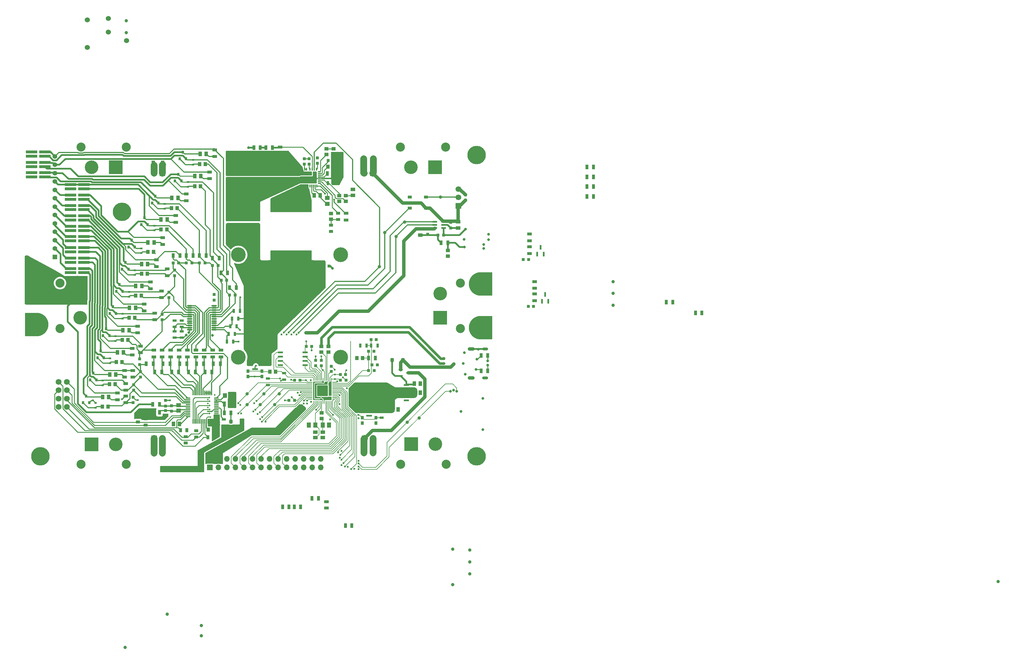
<source format=gbr>
%TF.GenerationSoftware,KiCad,Pcbnew,7.0.10*%
%TF.CreationDate,2025-04-22T22:54:08-04:00*%
%TF.ProjectId,bms-board,626d732d-626f-4617-9264-2e6b69636164,rev?*%
%TF.SameCoordinates,Original*%
%TF.FileFunction,Copper,L1,Top*%
%TF.FilePolarity,Positive*%
%FSLAX46Y46*%
G04 Gerber Fmt 4.6, Leading zero omitted, Abs format (unit mm)*
G04 Created by KiCad (PCBNEW 7.0.10) date 2025-04-22 22:54:08*
%MOMM*%
%LPD*%
G01*
G04 APERTURE LIST*
G04 Aperture macros list*
%AMRoundRect*
0 Rectangle with rounded corners*
0 $1 Rounding radius*
0 $2 $3 $4 $5 $6 $7 $8 $9 X,Y pos of 4 corners*
0 Add a 4 corners polygon primitive as box body*
4,1,4,$2,$3,$4,$5,$6,$7,$8,$9,$2,$3,0*
0 Add four circle primitives for the rounded corners*
1,1,$1+$1,$2,$3*
1,1,$1+$1,$4,$5*
1,1,$1+$1,$6,$7*
1,1,$1+$1,$8,$9*
0 Add four rect primitives between the rounded corners*
20,1,$1+$1,$2,$3,$4,$5,0*
20,1,$1+$1,$4,$5,$6,$7,0*
20,1,$1+$1,$6,$7,$8,$9,0*
20,1,$1+$1,$8,$9,$2,$3,0*%
%AMFreePoly0*
4,1,34,-3.500000,0.000000,-3.488454,0.284056,-3.437293,0.659559,-3.345832,1.027329,-3.215145,1.383055,-3.046763,1.722566,-2.842661,2.041881,-2.605231,2.337257,-2.337257,2.605231,-2.041881,2.842661,-1.722566,3.046763,-1.383055,3.215145,-1.027329,3.345832,-0.659559,3.437293,-0.284056,3.488454,0.000000,3.500000,0.284056,3.488454,0.659559,3.437293,1.027329,3.345832,1.383055,3.215145,
1.722566,3.046763,2.041881,2.842661,2.337257,2.605231,2.605231,2.337257,2.842661,2.041881,3.046763,1.722566,3.215145,1.383055,3.345832,1.027329,3.437293,0.659559,3.488454,0.284056,3.500000,0.000000,3.500000,-3.500000,-3.500000,-3.500000,-3.500000,0.000000,-3.500000,0.000000,$1*%
G04 Aperture macros list end*
%TA.AperFunction,SMDPad,CuDef*%
%ADD10R,1.450000X0.950000*%
%TD*%
%TA.AperFunction,ComponentPad*%
%ADD11C,5.500000*%
%TD*%
%TA.AperFunction,SMDPad,CuDef*%
%ADD12R,0.890000X0.930000*%
%TD*%
%TA.AperFunction,SMDPad,CuDef*%
%ADD13R,1.397000X0.863600*%
%TD*%
%TA.AperFunction,SMDPad,CuDef*%
%ADD14R,1.300000X0.700000*%
%TD*%
%TA.AperFunction,SMDPad,CuDef*%
%ADD15R,0.863600X1.397000*%
%TD*%
%TA.AperFunction,ComponentPad*%
%ADD16C,1.530000*%
%TD*%
%TA.AperFunction,SMDPad,CuDef*%
%ADD17R,0.950000X1.450000*%
%TD*%
%TA.AperFunction,SMDPad,CuDef*%
%ADD18R,3.352800X0.903200*%
%TD*%
%TA.AperFunction,SMDPad,CuDef*%
%ADD19R,1.193800X1.016000*%
%TD*%
%TA.AperFunction,SMDPad,CuDef*%
%ADD20R,0.700000X0.600000*%
%TD*%
%TA.AperFunction,SMDPad,CuDef*%
%ADD21R,1.016000X1.193800*%
%TD*%
%TA.AperFunction,SMDPad,CuDef*%
%ADD22R,1.600000X0.855600*%
%TD*%
%TA.AperFunction,SMDPad,CuDef*%
%ADD23R,0.300000X1.475000*%
%TD*%
%TA.AperFunction,SMDPad,CuDef*%
%ADD24R,1.475000X0.300000*%
%TD*%
%TA.AperFunction,SMDPad,CuDef*%
%ADD25C,1.000000*%
%TD*%
%TA.AperFunction,SMDPad,CuDef*%
%ADD26R,12.192000X3.022600*%
%TD*%
%TA.AperFunction,SMDPad,CuDef*%
%ADD27R,0.863600X1.244600*%
%TD*%
%TA.AperFunction,SMDPad,CuDef*%
%ADD28R,0.889000X0.863600*%
%TD*%
%TA.AperFunction,SMDPad,CuDef*%
%ADD29R,1.524000X0.533400*%
%TD*%
%TA.AperFunction,SMDPad,CuDef*%
%ADD30R,0.965200X1.346200*%
%TD*%
%TA.AperFunction,SMDPad,CuDef*%
%ADD31R,0.863600X0.889000*%
%TD*%
%TA.AperFunction,SMDPad,CuDef*%
%ADD32R,0.800000X0.900000*%
%TD*%
%TA.AperFunction,SMDPad,CuDef*%
%ADD33R,1.244600X0.863600*%
%TD*%
%TA.AperFunction,SMDPad,CuDef*%
%ADD34R,1.000000X1.400000*%
%TD*%
%TA.AperFunction,SMDPad,CuDef*%
%ADD35R,0.920000X1.380000*%
%TD*%
%TA.AperFunction,SMDPad,CuDef*%
%ADD36R,2.489200X1.066800*%
%TD*%
%TA.AperFunction,SMDPad,CuDef*%
%ADD37R,0.700000X1.300000*%
%TD*%
%TA.AperFunction,SMDPad,CuDef*%
%ADD38RoundRect,0.242500X-0.242500X-0.367500X0.242500X-0.367500X0.242500X0.367500X-0.242500X0.367500X0*%
%TD*%
%TA.AperFunction,SMDPad,CuDef*%
%ADD39R,1.470000X1.160000*%
%TD*%
%TA.AperFunction,ComponentPad*%
%ADD40R,1.700000X1.700000*%
%TD*%
%TA.AperFunction,ComponentPad*%
%ADD41O,1.700000X1.700000*%
%TD*%
%TA.AperFunction,SMDPad,CuDef*%
%ADD42O,1.649999X0.449999*%
%TD*%
%TA.AperFunction,SMDPad,CuDef*%
%ADD43R,1.110000X1.470000*%
%TD*%
%TA.AperFunction,SMDPad,CuDef*%
%ADD44R,1.549400X0.609600*%
%TD*%
%TA.AperFunction,SMDPad,CuDef*%
%ADD45R,1.549400X3.251200*%
%TD*%
%TA.AperFunction,SMDPad,CuDef*%
%ADD46R,1.380000X0.920000*%
%TD*%
%TA.AperFunction,SMDPad,CuDef*%
%ADD47R,1.066800X2.489200*%
%TD*%
%TA.AperFunction,SMDPad,CuDef*%
%ADD48R,1.300000X1.500000*%
%TD*%
%TA.AperFunction,SMDPad,CuDef*%
%ADD49R,1.066800X1.397000*%
%TD*%
%TA.AperFunction,SMDPad,CuDef*%
%ADD50R,1.447800X1.117600*%
%TD*%
%TA.AperFunction,SMDPad,CuDef*%
%ADD51R,1.397000X1.066800*%
%TD*%
%TA.AperFunction,SMDPad,CuDef*%
%ADD52R,0.609600X1.320800*%
%TD*%
%TA.AperFunction,SMDPad,CuDef*%
%ADD53R,1.346200X0.965200*%
%TD*%
%TA.AperFunction,SMDPad,CuDef*%
%ADD54R,0.930000X0.890000*%
%TD*%
%TA.AperFunction,SMDPad,CuDef*%
%ADD55R,1.449997X1.305598*%
%TD*%
%TA.AperFunction,SMDPad,CuDef*%
%ADD56R,1.400000X1.100000*%
%TD*%
%TA.AperFunction,SMDPad,CuDef*%
%ADD57R,1.244600X0.939800*%
%TD*%
%TA.AperFunction,SMDPad,CuDef*%
%ADD58R,1.150000X0.600000*%
%TD*%
%TA.AperFunction,SMDPad,CuDef*%
%ADD59RoundRect,0.050000X-0.387500X-0.050000X0.387500X-0.050000X0.387500X0.050000X-0.387500X0.050000X0*%
%TD*%
%TA.AperFunction,SMDPad,CuDef*%
%ADD60RoundRect,0.050000X-0.050000X-0.387500X0.050000X-0.387500X0.050000X0.387500X-0.050000X0.387500X0*%
%TD*%
%TA.AperFunction,ComponentPad*%
%ADD61C,0.600000*%
%TD*%
%TA.AperFunction,SMDPad,CuDef*%
%ADD62RoundRect,0.144000X-1.456000X-1.456000X1.456000X-1.456000X1.456000X1.456000X-1.456000X1.456000X0*%
%TD*%
%TA.AperFunction,SMDPad,CuDef*%
%ADD63R,0.889000X0.990600*%
%TD*%
%TA.AperFunction,SMDPad,CuDef*%
%ADD64R,1.701800X0.558800*%
%TD*%
%TA.AperFunction,SMDPad,CuDef*%
%ADD65R,1.005599X1.199998*%
%TD*%
%TA.AperFunction,SMDPad,CuDef*%
%ADD66R,0.855600X1.600000*%
%TD*%
%TA.AperFunction,SMDPad,CuDef*%
%ADD67R,1.320800X0.558800*%
%TD*%
%TA.AperFunction,SMDPad,CuDef*%
%ADD68R,1.305598X1.449997*%
%TD*%
%TA.AperFunction,SMDPad,CuDef*%
%ADD69R,0.350000X0.950000*%
%TD*%
%TA.AperFunction,SMDPad,CuDef*%
%ADD70R,0.950000X0.350000*%
%TD*%
%TA.AperFunction,SMDPad,CuDef*%
%ADD71R,1.350000X0.300000*%
%TD*%
%TA.AperFunction,SMDPad,CuDef*%
%ADD72R,1.100000X3.400000*%
%TD*%
%TA.AperFunction,SMDPad,CuDef*%
%ADD73R,2.700000X1.100000*%
%TD*%
%TA.AperFunction,SMDPad,CuDef*%
%ADD74R,2.700000X1.520000*%
%TD*%
%TA.AperFunction,SMDPad,CuDef*%
%ADD75R,1.730000X2.100000*%
%TD*%
%TA.AperFunction,ComponentPad*%
%ADD76C,4.400000*%
%TD*%
%TA.AperFunction,ComponentPad*%
%ADD77C,0.800000*%
%TD*%
%TA.AperFunction,SMDPad,CuDef*%
%ADD78FreePoly0,270.000000*%
%TD*%
%TA.AperFunction,ComponentPad*%
%ADD79R,4.050000X4.050000*%
%TD*%
%TA.AperFunction,ComponentPad*%
%ADD80C,4.050000*%
%TD*%
%TA.AperFunction,ComponentPad*%
%ADD81C,2.700000*%
%TD*%
%TA.AperFunction,ComponentPad*%
%ADD82R,1.400000X1.400000*%
%TD*%
%TA.AperFunction,ComponentPad*%
%ADD83C,1.400000*%
%TD*%
%TA.AperFunction,ComponentPad*%
%ADD84C,1.700000*%
%TD*%
%TA.AperFunction,ComponentPad*%
%ADD85R,1.200000X1.200000*%
%TD*%
%TA.AperFunction,ComponentPad*%
%ADD86C,1.200000*%
%TD*%
%TA.AperFunction,ComponentPad*%
%ADD87C,1.752600*%
%TD*%
%TA.AperFunction,ComponentPad*%
%ADD88O,2.100000X1.050000*%
%TD*%
%TA.AperFunction,ComponentPad*%
%ADD89O,1.800000X0.900000*%
%TD*%
%TA.AperFunction,SMDPad,CuDef*%
%ADD90FreePoly0,90.000000*%
%TD*%
%TA.AperFunction,ViaPad*%
%ADD91C,0.600000*%
%TD*%
%TA.AperFunction,ViaPad*%
%ADD92C,0.800000*%
%TD*%
%TA.AperFunction,ViaPad*%
%ADD93C,0.500000*%
%TD*%
%TA.AperFunction,Conductor*%
%ADD94C,0.200000*%
%TD*%
%TA.AperFunction,Conductor*%
%ADD95C,0.300000*%
%TD*%
%TA.AperFunction,Conductor*%
%ADD96C,0.250000*%
%TD*%
%TA.AperFunction,Conductor*%
%ADD97C,2.000000*%
%TD*%
%TA.AperFunction,Conductor*%
%ADD98C,1.000000*%
%TD*%
%TA.AperFunction,Conductor*%
%ADD99C,0.500000*%
%TD*%
%TA.AperFunction,Conductor*%
%ADD100C,0.800000*%
%TD*%
G04 APERTURE END LIST*
D10*
%TO.P,R1,1*%
%TO.N,GND*%
X60500000Y-106900000D03*
%TO.P,R1,2*%
%TO.N,/Battery Stack Monitor/C0*%
X60500000Y-108900000D03*
%TD*%
D11*
%TO.P,H4,1,1*%
%TO.N,GND*%
X164900000Y-124900000D03*
%TD*%
D12*
%TO.P,C88,1*%
%TO.N,GND*%
X178859998Y-66200000D03*
%TO.P,C88,2*%
%TO.N,Net-(U9-VDD)*%
X180399998Y-66200000D03*
%TD*%
D13*
%TO.P,R78,1*%
%TO.N,/Battery Stack Monitor/C4*%
X71338850Y-93200000D03*
%TO.P,R78,2*%
%TO.N,Net-(U2-VC4)*%
X71338850Y-95257400D03*
%TD*%
D14*
%TO.P,R91,1*%
%TO.N,Net-(U2-PACK)*%
X89700000Y-113900000D03*
%TO.P,R91,2*%
%TO.N,+BATT*%
X89700000Y-115800000D03*
%TD*%
%TO.P,R117,1*%
%TO.N,+3V3*%
X136700000Y-111500000D03*
%TO.P,R117,2*%
%TO.N,/Microcontroller/RUN*%
X136700000Y-113400000D03*
%TD*%
D15*
%TO.P,R82,1*%
%TO.N,Net-(U2-VC9)*%
X84081450Y-99728700D03*
%TO.P,R82,2*%
%TO.N,Net-(U2-VC10)*%
X86138850Y-99728700D03*
%TD*%
D16*
%TO.P,TP17,TP*%
%TO.N,GND*%
X60700000Y-980000D03*
%TD*%
D17*
%TO.P,R46,1*%
%TO.N,Net-(Q10-E)*%
X84400000Y-65000000D03*
%TO.P,R46,2*%
%TO.N,/Battery Stack Monitor/C9*%
X82400000Y-65000000D03*
%TD*%
D10*
%TO.P,R30,1*%
%TO.N,Net-(LED6-A)*%
X67850000Y-74900000D03*
%TO.P,R30,2*%
%TO.N,Net-(Q7-E)*%
X67850000Y-72900000D03*
%TD*%
D18*
%TO.P,R3,1*%
%TO.N,Net-(LED1-K)*%
X44000000Y-70147771D03*
%TO.P,R3,2*%
%TO.N,Net-(Q2-E)*%
X44000000Y-68891971D03*
%TD*%
D19*
%TO.P,R108,1*%
%TO.N,Net-(U3-SW)*%
X121625000Y-52500300D03*
%TO.P,R108,2*%
%TO.N,Net-(C39-Pad2)*%
X121625000Y-54202100D03*
%TD*%
D10*
%TO.P,R6,1*%
%TO.N,Net-(Q2-E)*%
X60500000Y-103200000D03*
%TO.P,R6,2*%
%TO.N,/Battery Stack Monitor/C1*%
X60500000Y-105200000D03*
%TD*%
D20*
%TO.P,Z3,1,K*%
%TO.N,Net-(Q3-B)*%
X55800000Y-97100000D03*
%TO.P,Z3,2,A*%
%TO.N,Net-(Q3-E)*%
X55800000Y-95700000D03*
%TD*%
D21*
%TO.P,R37,1*%
%TO.N,/Battery Stack Monitor/C7*%
X68801800Y-63949000D03*
%TO.P,R37,2*%
%TO.N,Net-(Q8-B)*%
X67100000Y-63949000D03*
%TD*%
D22*
%TO.P,C30,1*%
%TO.N,GND*%
X104800000Y-43108400D03*
%TO.P,C30,2*%
%TO.N,+BATT*%
X104800000Y-40052798D03*
%TD*%
D23*
%TO.P,U2,1,VC15*%
%TO.N,Net-(U2-VC11)*%
X86000000Y-106024000D03*
%TO.P,U2,2,VC14*%
X85500000Y-106024000D03*
%TO.P,U2,3,VC13*%
X85000000Y-106024000D03*
%TO.P,U2,4,VC12*%
X84500000Y-106024000D03*
%TO.P,U2,5,VC11*%
X84000000Y-106024000D03*
%TO.P,U2,6,VC10*%
%TO.N,Net-(U2-VC10)*%
X83500000Y-106024000D03*
%TO.P,U2,7,VC9*%
%TO.N,Net-(U2-VC9)*%
X83000000Y-106024000D03*
%TO.P,U2,8,VC8*%
%TO.N,Net-(U2-VC8)*%
X82500000Y-106024000D03*
%TO.P,U2,9,VC7*%
%TO.N,Net-(U2-VC7)*%
X82000000Y-106024000D03*
%TO.P,U2,10,VC6*%
%TO.N,Net-(U2-VC6)*%
X81500000Y-106024000D03*
%TO.P,U2,11,VC5*%
%TO.N,Net-(U2-VC5)*%
X81000000Y-106024000D03*
%TO.P,U2,12,VC4*%
%TO.N,Net-(U2-VC4)*%
X80500000Y-106024000D03*
D24*
%TO.P,U2,13,VC3*%
%TO.N,Net-(U2-VC3)*%
X79012000Y-107512000D03*
%TO.P,U2,14,VC2*%
%TO.N,/Battery Stack Monitor/C2*%
X79012000Y-108012000D03*
%TO.P,U2,15,VC1*%
%TO.N,/Battery Stack Monitor/C1*%
X79012000Y-108512000D03*
%TO.P,U2,16,VC0*%
%TO.N,/Battery Stack Monitor/C0*%
X79012000Y-109012000D03*
%TO.P,U2,17,VSS*%
%TO.N,GND*%
X79012000Y-109512000D03*
%TO.P,U2,18,SRP*%
%TO.N,Net-(U2-SRP)*%
X79012000Y-110012000D03*
%TO.P,U2,19,NC_1*%
%TO.N,unconnected-(U2-NC_1-Pad19)*%
X79012000Y-110512000D03*
%TO.P,U2,20,SRN*%
%TO.N,Net-(U2-SRN)*%
X79012000Y-111012000D03*
%TO.P,U2,21,TS1*%
%TO.N,/Battery Stack Monitor/THERM1*%
X79012000Y-111512000D03*
%TO.P,U2,22,TS2*%
%TO.N,/Battery Stack Monitor/THERM2*%
X79012000Y-112012000D03*
%TO.P,U2,23,TS3*%
%TO.N,/Battery Stack Monitor/THERM3*%
X79012000Y-112512000D03*
%TO.P,U2,24,REG18*%
%TO.N,Net-(U2-REG18)*%
X79012000Y-113012000D03*
D23*
%TO.P,U2,25,ALERT*%
%TO.N,/Battery Stack Monitor/ALERT*%
X80500000Y-114500000D03*
%TO.P,U2,26,SCL*%
%TO.N,/Battery Stack Monitor/SPI_SCLK*%
X81000000Y-114500000D03*
%TO.P,U2,27,SDA*%
%TO.N,/Battery Stack Monitor/SPI_TX*%
X81500000Y-114500000D03*
%TO.P,U2,28,HDQ*%
%TO.N,/Battery Stack Monitor/SPI_RX*%
X82000000Y-114500000D03*
%TO.P,U2,29,CFETOFF*%
%TO.N,/Battery Stack Monitor/SPI_CS*%
X82500000Y-114500000D03*
%TO.P,U2,30,DFETOFF*%
%TO.N,/Battery Stack Monitor/THERM4*%
X83000000Y-114500000D03*
%TO.P,U2,31,DCHG*%
%TO.N,/Battery Stack Monitor/THERM5*%
X83500000Y-114500000D03*
%TO.P,U2,32,DDSG*%
%TO.N,/Battery Stack Monitor/THERM6*%
X84000000Y-114500000D03*
%TO.P,U2,33,RST_SHUT*%
%TO.N,/Battery Stack Monitor/RST_SHUT*%
X84500000Y-114500000D03*
%TO.P,U2,34,REG2*%
%TO.N,GND*%
X85000000Y-114500000D03*
%TO.P,U2,35,REG1*%
X85500000Y-114500000D03*
%TO.P,U2,36,REGIN*%
X86000000Y-114500000D03*
D24*
%TO.P,U2,37,BREG*%
X87488000Y-113012000D03*
%TO.P,U2,38,FUSE*%
X87488000Y-112512000D03*
%TO.P,U2,39,PDSG*%
%TO.N,unconnected-(U2-PDSG-Pad39)*%
X87488000Y-112012000D03*
%TO.P,U2,40,PCHG*%
%TO.N,unconnected-(U2-PCHG-Pad40)*%
X87488000Y-111512000D03*
%TO.P,U2,41,LD*%
%TO.N,GND*%
X87488000Y-111012000D03*
%TO.P,U2,42,PACK*%
%TO.N,Net-(U2-PACK)*%
X87488000Y-110512000D03*
%TO.P,U2,43,DSG*%
%TO.N,unconnected-(U2-DSG-Pad43)*%
X87488000Y-110012000D03*
%TO.P,U2,44,NC_2*%
%TO.N,unconnected-(U2-NC_2-Pad44)*%
X87488000Y-109512000D03*
%TO.P,U2,45,CHG*%
%TO.N,unconnected-(U2-CHG-Pad45)*%
X87488000Y-109012000D03*
%TO.P,U2,46,CP1*%
%TO.N,Net-(U2-BAT)*%
X87488000Y-108512000D03*
%TO.P,U2,47,BAT*%
X87488000Y-108012000D03*
%TO.P,U2,48,VC16*%
%TO.N,Net-(U1-COM)*%
X87488000Y-107512000D03*
%TD*%
D25*
%TO.P,TP3,1,1*%
%TO.N,Net-(U2-BAT)*%
X60600000Y1450000D03*
%TD*%
D26*
%TO.P,L1,1,1*%
%TO.N,Net-(U3-SW)*%
X109700000Y-50555200D03*
%TO.P,L1,2,2*%
%TO.N,+5V*%
X109700000Y-65109400D03*
%TD*%
D27*
%TO.P,C27,1*%
%TO.N,GND*%
X86754200Y-119200000D03*
%TO.P,C27,2*%
%TO.N,/Battery Stack Monitor/THERM6*%
X84900000Y-119200000D03*
%TD*%
D17*
%TO.P,R93,1*%
%TO.N,Net-(U2-SRN)*%
X70512000Y-111788000D03*
%TO.P,R93,2*%
%TO.N,GND*%
X68512000Y-111788000D03*
%TD*%
D14*
%TO.P,R116,1*%
%TO.N,/Microcontroller/QSPI_SS*%
X107600000Y-100100000D03*
%TO.P,R116,2*%
%TO.N,+3V3*%
X107600000Y-102000000D03*
%TD*%
D17*
%TO.P,R61,1*%
%TO.N,Net-(J1-Pad13)*%
X93400000Y-74600000D03*
%TO.P,R61,2*%
%TO.N,/Battery Stack Monitor/C12*%
X91400000Y-74600000D03*
%TD*%
D25*
%TO.P,TP13,1,1*%
%TO.N,+3V3*%
X72810800Y-171999200D03*
%TD*%
D18*
%TO.P,R43,1*%
%TO.N,Net-(LED9-K)*%
X44000000Y-45155800D03*
%TO.P,R43,2*%
%TO.N,Net-(Q10-E)*%
X44000000Y-43900000D03*
%TD*%
%TO.P,R28,1*%
%TO.N,Net-(LED6-K)*%
X44000000Y-54443743D03*
%TO.P,R28,2*%
%TO.N,Net-(Q7-E)*%
X44000000Y-53187943D03*
%TD*%
%TO.P,R58,1*%
%TO.N,Net-(LED12-K)*%
X32400000Y-35408038D03*
%TO.P,R58,2*%
%TO.N,Net-(J1-Pad13)*%
X32400000Y-34152238D03*
%TD*%
D25*
%TO.P,TP9,1,1*%
%TO.N,/5V Regulator/PGOOD*%
X205556500Y-76331000D03*
%TD*%
D28*
%TO.P,C34,1*%
%TO.N,GND*%
X111500000Y-42300000D03*
%TO.P,C34,2*%
%TO.N,+BATT*%
X111500000Y-40649000D03*
%TD*%
D25*
%TO.P,TP8,1,1*%
%TO.N,Net-(U3-EN)*%
X205556500Y-72781000D03*
%TD*%
D29*
%TO.P,U4,1,~{CS}*%
%TO.N,/Microcontroller/QSPI_SS*%
X106555100Y-93895000D03*
%TO.P,U4,2,DO(IO1)*%
%TO.N,/Microcontroller/QSPI_SD1*%
X106555100Y-95165000D03*
%TO.P,U4,3,IO2*%
%TO.N,/Microcontroller/QSPI_SD2*%
X106555100Y-96435000D03*
%TO.P,U4,4,GND*%
%TO.N,GND*%
X106555100Y-97705000D03*
%TO.P,U4,5,DI(IO0)*%
%TO.N,/Microcontroller/QSPI_SD0*%
X113844900Y-97705000D03*
%TO.P,U4,6,CLK*%
%TO.N,/Microcontroller/QSPI_SCLK*%
X113844900Y-96435000D03*
%TO.P,U4,7,IO3*%
%TO.N,/Microcontroller/QSPI_SD3*%
X113844900Y-95165000D03*
%TO.P,U4,8,VCC*%
%TO.N,+3V3*%
X113844900Y-93895000D03*
%TD*%
D30*
%TO.P,LED14,1,K*%
%TO.N,GND*%
X112554200Y-140000000D03*
%TO.P,LED14,2,A*%
%TO.N,Net-(LED14-A)*%
X110700000Y-140000000D03*
%TD*%
D31*
%TO.P,C61,1*%
%TO.N,+3V3*%
X114200000Y-92100000D03*
%TO.P,C61,2*%
%TO.N,GND*%
X115851000Y-92100000D03*
%TD*%
D32*
%TO.P,Q2,1,B*%
%TO.N,Net-(Q2-B)*%
X49849800Y-102100000D03*
%TO.P,Q2,2,E*%
%TO.N,Net-(Q2-E)*%
X51750200Y-102100000D03*
%TO.P,Q2,3,C*%
%TO.N,Net-(LED2-K)*%
X50800000Y-100100000D03*
%TD*%
D33*
%TO.P,C25,1*%
%TO.N,GND*%
X78300000Y-120900000D03*
%TO.P,C25,2*%
%TO.N,/Battery Stack Monitor/THERM4*%
X78300000Y-119045800D03*
%TD*%
D34*
%TO.P,LED3,1,K*%
%TO.N,Net-(LED3-K)*%
X58000000Y-93900000D03*
%TO.P,LED3,2,A*%
%TO.N,Net-(LED3-A)*%
X59800000Y-93900000D03*
%TD*%
D28*
%TO.P,C1,1*%
%TO.N,GND*%
X62700000Y-107249000D03*
%TO.P,C1,2*%
%TO.N,/Battery Stack Monitor/C0*%
X62700000Y-108900000D03*
%TD*%
D35*
%TO.P,R129,1*%
%TO.N,/External Connections and Sensing/DAC_CLK*%
X197810000Y-47410000D03*
%TO.P,R129,2*%
%TO.N,+3V3*%
X199720000Y-47410000D03*
%TD*%
D31*
%TO.P,C76,1*%
%TO.N,+3V3*%
X124400000Y-102200000D03*
%TO.P,C76,2*%
%TO.N,GND*%
X126051000Y-102200000D03*
%TD*%
D18*
%TO.P,R14,1*%
%TO.N,Net-(LED3-K)*%
X48000000Y-63955800D03*
%TO.P,R14,2*%
%TO.N,Net-(Q4-E)*%
X48000000Y-62700000D03*
%TD*%
D35*
%TO.P,R112,1*%
%TO.N,GND*%
X168210000Y-94840000D03*
%TO.P,R112,2*%
%TO.N,Net-(J3-CC1_A)*%
X166300000Y-94840000D03*
%TD*%
D36*
%TO.P,C46,1*%
%TO.N,GND*%
X95400000Y-53655200D03*
%TO.P,C46,2*%
%TO.N,+5V*%
X95400000Y-56500000D03*
%TD*%
D37*
%TO.P,R70,1*%
%TO.N,Net-(U1-S3)*%
X90600000Y-90700000D03*
%TO.P,R70,2*%
%TO.N,GND*%
X92500000Y-90700000D03*
%TD*%
%TO.P,R62,1*%
%TO.N,GND*%
X94500000Y-81500000D03*
%TO.P,R62,2*%
%TO.N,Net-(U1-~{E})*%
X92600000Y-81500000D03*
%TD*%
%TO.P,R123,1*%
%TO.N,GND*%
X135440000Y-91900000D03*
%TO.P,R123,2*%
%TO.N,/Microcontroller/GPIO27_ADC1*%
X133540000Y-91900000D03*
%TD*%
D10*
%TO.P,R15,1*%
%TO.N,Net-(LED3-A)*%
X62400000Y-94700000D03*
%TO.P,R15,2*%
%TO.N,Net-(Q4-E)*%
X62400000Y-92700000D03*
%TD*%
D38*
%TO.P,D1,1*%
%TO.N,Net-(D1-Pad1)*%
X91800000Y-114600000D03*
%TO.P,D1,2*%
%TO.N,+BATT*%
X95080000Y-114600000D03*
%TD*%
D39*
%TO.P,C37,1*%
%TO.N,GND*%
X120500000Y-49600000D03*
%TO.P,C37,2*%
%TO.N,Net-(U3-SS)*%
X120500000Y-47840000D03*
%TD*%
D40*
%TO.P,J4,1,Pin_1*%
%TO.N,+5V*%
X85560000Y-128200000D03*
D41*
%TO.P,J4,2,Pin_2*%
%TO.N,+3V3*%
X85560000Y-125660000D03*
%TO.P,J4,3,Pin_3*%
%TO.N,+5V*%
X88100000Y-128200000D03*
%TO.P,J4,4,Pin_4*%
%TO.N,+3V3*%
X88100000Y-125660000D03*
%TO.P,J4,5,Pin_5*%
%TO.N,GND*%
X90640000Y-128200000D03*
%TO.P,J4,6,Pin_6*%
X90640000Y-125660000D03*
%TO.P,J4,7,Pin_7*%
%TO.N,/Microcontroller/GPIO12*%
X93180000Y-128200000D03*
%TO.P,J4,8,Pin_8*%
%TO.N,/Microcontroller/GPIO13*%
X93180000Y-125660000D03*
%TO.P,J4,9,Pin_9*%
%TO.N,/Microcontroller/GPIO14*%
X95720000Y-128200000D03*
%TO.P,J4,10,Pin_10*%
%TO.N,/Microcontroller/GPIO15*%
X95720000Y-125660000D03*
%TO.P,J4,11,Pin_11*%
%TO.N,/Microcontroller/SWCLK*%
X98260000Y-128200000D03*
%TO.P,J4,12,Pin_12*%
%TO.N,/Microcontroller/SWD*%
X98260000Y-125660000D03*
%TO.P,J4,13,Pin_13*%
%TO.N,/Microcontroller/GPIO16*%
X100800000Y-128200000D03*
%TO.P,J4,14,Pin_14*%
%TO.N,/Microcontroller/GPIO17*%
X100800000Y-125660000D03*
%TO.P,J4,15,Pin_15*%
%TO.N,GND*%
X103340000Y-128200000D03*
%TO.P,J4,16,Pin_16*%
X103340000Y-125660000D03*
%TO.P,J4,17,Pin_17*%
%TO.N,/Microcontroller/GPIO18*%
X105880000Y-128200000D03*
%TO.P,J4,18,Pin_18*%
%TO.N,/Microcontroller/GPIO19*%
X105880000Y-125660000D03*
%TO.P,J4,19,Pin_19*%
%TO.N,/Microcontroller/GPIO20*%
X108420000Y-128200000D03*
%TO.P,J4,20,Pin_20*%
%TO.N,/Microcontroller/GPIO21*%
X108420000Y-125660000D03*
%TO.P,J4,21,Pin_21*%
%TO.N,/Microcontroller/GPIO22*%
X110960000Y-128200000D03*
%TO.P,J4,22,Pin_22*%
%TO.N,/Microcontroller/GPIO23*%
X110960000Y-125660000D03*
%TO.P,J4,23,Pin_23*%
%TO.N,/Microcontroller/GPIO24*%
X113500000Y-128200000D03*
%TO.P,J4,24,Pin_24*%
%TO.N,/Microcontroller/GPIO25*%
X113500000Y-125660000D03*
%TO.P,J4,25,Pin_25*%
%TO.N,/Microcontroller/GPIO26_ADC0*%
X116040000Y-128200000D03*
%TO.P,J4,26,Pin_26*%
%TO.N,GND*%
X116040000Y-125660000D03*
%TO.P,J4,27,Pin_27*%
X118580000Y-128200000D03*
%TO.P,J4,28,Pin_28*%
X118580000Y-125660000D03*
%TD*%
D19*
%TO.P,R130,1*%
%TO.N,+BATT*%
X156400000Y-65201800D03*
%TO.P,R130,2*%
%TO.N,Net-(CR3-Pad4)*%
X156400000Y-63500000D03*
%TD*%
D17*
%TO.P,R51,1*%
%TO.N,Net-(Q11-E)*%
X88300000Y-65800000D03*
%TO.P,R51,2*%
%TO.N,/Battery Stack Monitor/C10*%
X86300000Y-65800000D03*
%TD*%
D33*
%TO.P,C22,1*%
%TO.N,GND*%
X64100000Y-112772900D03*
%TO.P,C22,2*%
%TO.N,/Battery Stack Monitor/THERM1*%
X64100000Y-114627100D03*
%TD*%
D18*
%TO.P,R13,1*%
%TO.N,Net-(LED3-K)*%
X44000000Y-63955800D03*
%TO.P,R13,2*%
%TO.N,Net-(Q4-E)*%
X44000000Y-62700000D03*
%TD*%
D15*
%TO.P,R88,1*%
%TO.N,Net-(U2-VC3)*%
X69138850Y-99728700D03*
%TO.P,R88,2*%
%TO.N,Net-(U2-VC4)*%
X71196250Y-99728700D03*
%TD*%
D36*
%TO.P,C47,1*%
%TO.N,GND*%
X91900000Y-53655200D03*
%TO.P,C47,2*%
%TO.N,+5V*%
X91900000Y-56500000D03*
%TD*%
D42*
%TO.P,U1,1,COM*%
%TO.N,Net-(U1-COM)*%
X79549999Y-80000000D03*
%TO.P,U1,2,I7*%
%TO.N,/Battery Stack Monitor/C7*%
X79549999Y-80650001D03*
%TO.P,U1,3,I6*%
%TO.N,/Battery Stack Monitor/C6*%
X79549999Y-81300000D03*
%TO.P,U1,4,I5*%
%TO.N,/Battery Stack Monitor/C5*%
X79549999Y-81950001D03*
%TO.P,U1,5,I4*%
%TO.N,/Battery Stack Monitor/C4*%
X79549999Y-82600000D03*
%TO.P,U1,6,I3*%
%TO.N,/Battery Stack Monitor/C3*%
X79549999Y-83250001D03*
%TO.P,U1,7,I2*%
%TO.N,unconnected-(U1-I2-Pad7)*%
X79549999Y-83900000D03*
%TO.P,U1,8,I1*%
%TO.N,unconnected-(U1-I1-Pad8)*%
X79549999Y-84550001D03*
%TO.P,U1,9,I0*%
%TO.N,unconnected-(U1-I0-Pad9)*%
X79549999Y-85200000D03*
%TO.P,U1,10,S0*%
%TO.N,Net-(U1-S0)*%
X79549999Y-85850001D03*
%TO.P,U1,11,S1*%
%TO.N,Net-(U1-S1)*%
X79549999Y-86499999D03*
%TO.P,U1,12,GND*%
%TO.N,GND*%
X79549999Y-87150001D03*
%TO.P,U1,13,S3*%
%TO.N,Net-(U1-S3)*%
X86800000Y-87150001D03*
%TO.P,U1,14,S2*%
%TO.N,Net-(U1-S2)*%
X86800000Y-86499999D03*
%TO.P,U1,15,~{E}*%
%TO.N,Net-(U1-~{E})*%
X86800000Y-85850001D03*
%TO.P,U1,16,I15*%
%TO.N,unconnected-(U1-I15-Pad16)*%
X86800000Y-85200000D03*
%TO.P,U1,17,I14*%
%TO.N,unconnected-(U1-I14-Pad17)*%
X86800000Y-84550001D03*
%TO.P,U1,18,I13*%
%TO.N,unconnected-(U1-I13-Pad18)*%
X86800000Y-83900000D03*
%TO.P,U1,19,I12*%
%TO.N,/Battery Stack Monitor/C12*%
X86800000Y-83250001D03*
%TO.P,U1,20,I11*%
%TO.N,/Battery Stack Monitor/C11*%
X86800000Y-82600000D03*
%TO.P,U1,21,I10*%
%TO.N,/Battery Stack Monitor/C10*%
X86800000Y-81950001D03*
%TO.P,U1,22,I9*%
%TO.N,/Battery Stack Monitor/C9*%
X86800000Y-81300000D03*
%TO.P,U1,23,I8*%
%TO.N,/Battery Stack Monitor/C8*%
X86800000Y-80650001D03*
%TO.P,U1,24,VCC*%
%TO.N,+5V*%
X86800000Y-80000000D03*
%TD*%
D34*
%TO.P,LED2,1,K*%
%TO.N,Net-(LED2-K)*%
X55700000Y-100500000D03*
%TO.P,LED2,2,A*%
%TO.N,Net-(LED2-A)*%
X57500000Y-100500000D03*
%TD*%
D10*
%TO.P,R35,1*%
%TO.N,Net-(LED7-A)*%
X69600000Y-68300000D03*
%TO.P,R35,2*%
%TO.N,Net-(Q8-E)*%
X69600000Y-66300000D03*
%TD*%
D30*
%TO.P,LED13,1,K*%
%TO.N,GND*%
X230174300Y-82129300D03*
%TO.P,LED13,2,A*%
%TO.N,Net-(LED13-A)*%
X232028500Y-82129300D03*
%TD*%
D28*
%TO.P,C5,1*%
%TO.N,/Battery Stack Monitor/C3*%
X71300000Y-84200000D03*
%TO.P,C5,2*%
%TO.N,/Battery Stack Monitor/C4*%
X71300000Y-82549000D03*
%TD*%
D13*
%TO.P,R77,1*%
%TO.N,/Battery Stack Monitor/C5*%
X73838850Y-93200000D03*
%TO.P,R77,2*%
%TO.N,Net-(U2-VC5)*%
X73838850Y-95257400D03*
%TD*%
D28*
%TO.P,C6,1*%
%TO.N,/Battery Stack Monitor/C4*%
X73300000Y-77600000D03*
%TO.P,C6,2*%
%TO.N,/Battery Stack Monitor/C5*%
X73300000Y-75949000D03*
%TD*%
D17*
%TO.P,R41,1*%
%TO.N,Net-(Q9-E)*%
X80500000Y-65000000D03*
%TO.P,R41,2*%
%TO.N,/Battery Stack Monitor/C8*%
X78500000Y-65000000D03*
%TD*%
D43*
%TO.P,C21,1*%
%TO.N,Net-(U2-REG18)*%
X76500000Y-115200000D03*
%TO.P,C21,2*%
%TO.N,GND*%
X74700000Y-115200000D03*
%TD*%
D20*
%TO.P,Z2,1,K*%
%TO.N,Net-(Q2-B)*%
X53600000Y-103700000D03*
%TO.P,Z2,2,A*%
%TO.N,Net-(Q2-E)*%
X53600000Y-102300000D03*
%TD*%
D27*
%TO.P,C24,1*%
%TO.N,GND*%
X78654200Y-117100000D03*
%TO.P,C24,2*%
%TO.N,/Battery Stack Monitor/THERM3*%
X76800000Y-117100000D03*
%TD*%
D10*
%TO.P,R10,1*%
%TO.N,Net-(LED2-A)*%
X60100000Y-101300000D03*
%TO.P,R10,2*%
%TO.N,Net-(Q3-E)*%
X60100000Y-99300000D03*
%TD*%
D25*
%TO.P,TP15,1,1*%
%TO.N,+1V1*%
X162900000Y-156400000D03*
%TD*%
D21*
%TO.P,R2,1*%
%TO.N,/Battery Stack Monitor/C0*%
X55201800Y-110100000D03*
%TO.P,R2,2*%
%TO.N,Net-(Q1-B)*%
X53500000Y-110100000D03*
%TD*%
D25*
%TO.P,TP22,1,1*%
%TO.N,/Battery Stack Monitor/ALERT*%
X106200000Y-106300000D03*
%TD*%
D44*
%TO.P,U5,1,GND*%
%TO.N,GND*%
X144025800Y-108198700D03*
D45*
%TO.P,U5,2,VO*%
%TO.N,+3V3*%
X137574200Y-105900000D03*
D44*
X144025800Y-105900000D03*
%TO.P,U5,3,VI*%
%TO.N,Net-(Q13-S)*%
X144025800Y-103601300D03*
%TD*%
D28*
%TO.P,C7,1*%
%TO.N,/Battery Stack Monitor/C5*%
X75000000Y-71000000D03*
%TO.P,C7,2*%
%TO.N,/Battery Stack Monitor/C6*%
X75000000Y-69349000D03*
%TD*%
D18*
%TO.P,R4,1*%
%TO.N,Net-(LED1-K)*%
X48000000Y-70149914D03*
%TO.P,R4,2*%
%TO.N,Net-(Q2-E)*%
X48000000Y-68894114D03*
%TD*%
D16*
%TO.P,TP5,TP*%
%TO.N,GND*%
X55300000Y5700000D03*
%TD*%
D34*
%TO.P,LED8,1,K*%
%TO.N,Net-(LED8-K)*%
X67100000Y-61100000D03*
%TO.P,LED8,2,A*%
%TO.N,Net-(LED8-A)*%
X68900000Y-61100000D03*
%TD*%
D15*
%TO.P,R81,1*%
%TO.N,Net-(U2-VC10)*%
X86581450Y-97328700D03*
%TO.P,R81,2*%
%TO.N,Net-(U2-VC11)*%
X88638850Y-97328700D03*
%TD*%
D17*
%TO.P,R56,1*%
%TO.N,Net-(Q12-E)*%
X90800000Y-70200000D03*
%TO.P,R56,2*%
%TO.N,/Battery Stack Monitor/C11*%
X88800000Y-70200000D03*
%TD*%
D25*
%TO.P,TP11,1,1*%
%TO.N,/Microcontroller/VBUS*%
X157825800Y-152551300D03*
%TD*%
D21*
%TO.P,R32,1*%
%TO.N,/Battery Stack Monitor/C6*%
X66901800Y-70449000D03*
%TO.P,R32,2*%
%TO.N,Net-(Q7-B)*%
X65200000Y-70449000D03*
%TD*%
D34*
%TO.P,LED12,1,K*%
%TO.N,Net-(LED12-K)*%
X82649100Y-34700000D03*
%TO.P,LED12,2,A*%
%TO.N,Net-(LED12-A)*%
X84449100Y-34700000D03*
%TD*%
D46*
%TO.P,R95,1*%
%TO.N,Net-(U3-EN)*%
X106400000Y-32690000D03*
%TO.P,R95,2*%
%TO.N,+BATT*%
X106400000Y-34600000D03*
%TD*%
D35*
%TO.P,R111,1*%
%TO.N,GND*%
X168210000Y-99440000D03*
%TO.P,R111,2*%
%TO.N,Net-(J3-CC1_B)*%
X166300000Y-99440000D03*
%TD*%
D18*
%TO.P,R33,1*%
%TO.N,Net-(LED7-K)*%
X44000000Y-51347762D03*
%TO.P,R33,2*%
%TO.N,Net-(Q8-E)*%
X44000000Y-50091962D03*
%TD*%
D15*
%TO.P,R87,1*%
%TO.N,Net-(U2-VC4)*%
X71581450Y-97328700D03*
%TO.P,R87,2*%
%TO.N,Net-(U2-VC5)*%
X73638850Y-97328700D03*
%TD*%
D33*
%TO.P,C41,1*%
%TO.N,Net-(C39-Pad2)*%
X121625000Y-55975000D03*
%TO.P,C41,2*%
%TO.N,+5V*%
X121625000Y-57829200D03*
%TD*%
D20*
%TO.P,Z1,1,K*%
%TO.N,Net-(Q1-B)*%
X51500000Y-110400000D03*
%TO.P,Z1,2,A*%
%TO.N,GND*%
X51500000Y-109000000D03*
%TD*%
D28*
%TO.P,C65,1*%
%TO.N,GND*%
X117000000Y-96249000D03*
%TO.P,C65,2*%
%TO.N,+1V1*%
X117000000Y-97900000D03*
%TD*%
D13*
%TO.P,R74,1*%
%TO.N,/Battery Stack Monitor/C8*%
X81338850Y-93200000D03*
%TO.P,R74,2*%
%TO.N,Net-(U2-VC8)*%
X81338850Y-95257400D03*
%TD*%
D10*
%TO.P,R31,1*%
%TO.N,Net-(Q7-E)*%
X72800000Y-69000000D03*
%TO.P,R31,2*%
%TO.N,/Battery Stack Monitor/C6*%
X72800000Y-71000000D03*
%TD*%
D18*
%TO.P,R23,1*%
%TO.N,Net-(LED5-K)*%
X44000000Y-57539724D03*
%TO.P,R23,2*%
%TO.N,Net-(Q6-E)*%
X44000000Y-56283924D03*
%TD*%
D10*
%TO.P,R50,1*%
%TO.N,Net-(LED10-A)*%
X78500000Y-48651000D03*
%TO.P,R50,2*%
%TO.N,Net-(Q11-E)*%
X78500000Y-46651000D03*
%TD*%
D31*
%TO.P,C77,1*%
%TO.N,GND*%
X135400000Y-97600000D03*
%TO.P,C77,2*%
%TO.N,/Microcontroller/GPIO27_ADC1*%
X133749000Y-97600000D03*
%TD*%
D21*
%TO.P,R7,1*%
%TO.N,/Battery Stack Monitor/C1*%
X57301800Y-103400000D03*
%TO.P,R7,2*%
%TO.N,Net-(Q2-B)*%
X55600000Y-103400000D03*
%TD*%
D47*
%TO.P,C44,1*%
%TO.N,GND*%
X71600000Y-122500000D03*
%TO.P,C44,2*%
%TO.N,+5V*%
X68755200Y-122500000D03*
%TD*%
D48*
%TO.P,C59,1*%
%TO.N,GND*%
X115000000Y-115600000D03*
%TO.P,C59,2*%
%TO.N,/Microcontroller/XIN*%
X116900000Y-115600000D03*
%TD*%
D49*
%TO.P,C62,1*%
%TO.N,Net-(Q13-S)*%
X146400000Y-103200000D03*
%TO.P,C62,2*%
%TO.N,GND*%
X148203400Y-103200000D03*
%TD*%
D37*
%TO.P,R69,1*%
%TO.N,Net-(U1-S3)*%
X91100000Y-88400000D03*
%TO.P,R69,2*%
%TO.N,+5V*%
X93000000Y-88400000D03*
%TD*%
D13*
%TO.P,R76,1*%
%TO.N,/Battery Stack Monitor/C6*%
X76338850Y-93200000D03*
%TO.P,R76,2*%
%TO.N,Net-(U2-VC6)*%
X76338850Y-95257400D03*
%TD*%
D18*
%TO.P,R53,1*%
%TO.N,Net-(LED11-K)*%
X32400000Y-38504019D03*
%TO.P,R53,2*%
%TO.N,Net-(Q12-E)*%
X32400000Y-37248219D03*
%TD*%
D25*
%TO.P,TP33,1,1*%
%TO.N,/External Connections and Sensing/RGB_DOUT*%
X154200000Y-47600000D03*
%TD*%
D32*
%TO.P,Q1,1,B*%
%TO.N,Net-(Q1-B)*%
X47749800Y-108900000D03*
%TO.P,Q1,2,E*%
%TO.N,GND*%
X49650200Y-108900000D03*
%TO.P,Q1,3,C*%
%TO.N,Net-(LED1-K)*%
X48700000Y-106900000D03*
%TD*%
D33*
%TO.P,C26,1*%
%TO.N,GND*%
X81500000Y-117300000D03*
%TO.P,C26,2*%
%TO.N,/Battery Stack Monitor/THERM5*%
X81500000Y-119154200D03*
%TD*%
D11*
%TO.P,H1,1,1*%
%TO.N,GND*%
X59400000Y-52000000D03*
%TD*%
D18*
%TO.P,R44,1*%
%TO.N,Net-(LED9-K)*%
X48000000Y-45155800D03*
%TO.P,R44,2*%
%TO.N,Net-(Q10-E)*%
X48000000Y-43900000D03*
%TD*%
D22*
%TO.P,C29,1*%
%TO.N,GND*%
X102400000Y-43108400D03*
%TO.P,C29,2*%
%TO.N,+BATT*%
X102400000Y-40052798D03*
%TD*%
D33*
%TO.P,C39,1*%
%TO.N,Net-(U3-VSNS)*%
X123700000Y-52418700D03*
%TO.P,C39,2*%
%TO.N,Net-(C39-Pad2)*%
X123700000Y-54272900D03*
%TD*%
D28*
%TO.P,C18,1*%
%TO.N,Net-(U2-SRP)*%
X74112000Y-109788000D03*
%TO.P,C18,2*%
%TO.N,Net-(U2-SRN)*%
X74112000Y-111439000D03*
%TD*%
D19*
%TO.P,R100,1*%
%TO.N,GND*%
X122390000Y-34931300D03*
%TO.P,R100,2*%
%TO.N,Net-(R100-Pad2)*%
X122390000Y-33229500D03*
%TD*%
D34*
%TO.P,LED7,1,K*%
%TO.N,Net-(LED7-K)*%
X65200000Y-67600000D03*
%TO.P,LED7,2,A*%
%TO.N,Net-(LED7-A)*%
X67000000Y-67600000D03*
%TD*%
D13*
%TO.P,R79,1*%
%TO.N,/Battery Stack Monitor/C3*%
X68838850Y-93200000D03*
%TO.P,R79,2*%
%TO.N,Net-(U2-VC3)*%
X68838850Y-95257400D03*
%TD*%
D50*
%TO.P,C35,1*%
%TO.N,GND*%
X128070200Y-45279600D03*
%TO.P,C35,2*%
%TO.N,Net-(C35-Pad2)*%
X128070200Y-47073200D03*
%TD*%
D14*
%TO.P,R120,1*%
%TO.N,/Battery Stack Monitor/SPI_CS*%
X102800000Y-103600000D03*
%TO.P,R120,2*%
%TO.N,+3V3*%
X102800000Y-101700000D03*
%TD*%
D51*
%TO.P,C86,1*%
%TO.N,GND*%
X159400000Y-56800000D03*
%TO.P,C86,2*%
%TO.N,+5V*%
X159400000Y-54996600D03*
%TD*%
D47*
%TO.P,C52,1*%
%TO.N,GND*%
X68655200Y-37900000D03*
%TO.P,C52,2*%
%TO.N,+5V*%
X71500000Y-37900000D03*
%TD*%
D37*
%TO.P,R67,1*%
%TO.N,Net-(U1-S2)*%
X92100000Y-83800000D03*
%TO.P,R67,2*%
%TO.N,+5V*%
X94000000Y-83800000D03*
%TD*%
D25*
%TO.P,TP14,1,1*%
%TO.N,/Microcontroller/RUN*%
X162900000Y-152850000D03*
%TD*%
D34*
%TO.P,LED1,1,K*%
%TO.N,Net-(LED1-K)*%
X53600000Y-107200000D03*
%TO.P,LED1,2,A*%
%TO.N,Net-(LED1-A)*%
X55400000Y-107200000D03*
%TD*%
D12*
%TO.P,C78,1*%
%TO.N,GND*%
X135040000Y-90100000D03*
%TO.P,C78,2*%
%TO.N,/Microcontroller/GPIO27_ADC1*%
X133500000Y-90100000D03*
%TD*%
D34*
%TO.P,LED9,1,K*%
%TO.N,Net-(LED9-K)*%
X71000000Y-54300000D03*
%TO.P,LED9,2,A*%
%TO.N,Net-(LED9-A)*%
X72800000Y-54300000D03*
%TD*%
D25*
%TO.P,TP1,1,1*%
%TO.N,Net-(U1-COM)*%
X60600000Y5000000D03*
%TD*%
D11*
%TO.P,H2,1,1*%
%TO.N,GND*%
X164900000Y-35100000D03*
%TD*%
D32*
%TO.P,Q11,1,B*%
%TO.N,Net-(Q11-B)*%
X75149800Y-42800000D03*
%TO.P,Q11,2,E*%
%TO.N,Net-(Q11-E)*%
X77050200Y-42800000D03*
%TO.P,Q11,3,C*%
%TO.N,Net-(LED11-K)*%
X76100000Y-40800000D03*
%TD*%
D21*
%TO.P,R17,1*%
%TO.N,/Battery Stack Monitor/C3*%
X61151800Y-90200000D03*
%TO.P,R17,2*%
%TO.N,Net-(Q4-B)*%
X59450000Y-90200000D03*
%TD*%
D19*
%TO.P,R98,1*%
%TO.N,Net-(C35-Pad2)*%
X125970200Y-47171400D03*
%TO.P,R98,2*%
%TO.N,Net-(U3-COMP)*%
X125970200Y-48873200D03*
%TD*%
D10*
%TO.P,R45,1*%
%TO.N,Net-(LED9-A)*%
X75400000Y-55100000D03*
%TO.P,R45,2*%
%TO.N,Net-(Q10-E)*%
X75400000Y-53100000D03*
%TD*%
D21*
%TO.P,R115,1*%
%TO.N,/Microcontroller/~{USB_BOOT}*%
X103398200Y-99700000D03*
%TO.P,R115,2*%
%TO.N,/Microcontroller/QSPI_SS*%
X105100000Y-99700000D03*
%TD*%
D15*
%TO.P,R84,1*%
%TO.N,Net-(U2-VC7)*%
X79181450Y-99728700D03*
%TO.P,R84,2*%
%TO.N,Net-(U2-VC8)*%
X81238850Y-99728700D03*
%TD*%
D43*
%TO.P,C38,1*%
%TO.N,GND*%
X118400000Y-47100000D03*
%TO.P,C38,2*%
%TO.N,Net-(U3-VDRV)*%
X116600000Y-47100000D03*
%TD*%
D17*
%TO.P,R80,1*%
%TO.N,Net-(D1-Pad1)*%
X91800000Y-111900000D03*
%TO.P,R80,2*%
%TO.N,Net-(U2-BAT)*%
X89800000Y-111900000D03*
%TD*%
D28*
%TO.P,C3,1*%
%TO.N,/Battery Stack Monitor/C1*%
X64900000Y-101300000D03*
%TO.P,C3,2*%
%TO.N,/Battery Stack Monitor/C2*%
X64900000Y-99649000D03*
%TD*%
D52*
%TO.P,U9,1,VDD*%
%TO.N,Net-(U9-VDD)*%
X182999998Y-64600000D03*
%TO.P,U9,2,VOUT*%
%TO.N,/External Connections and Sensing/TEMP_CORE*%
X184900000Y-64600000D03*
%TO.P,U9,3,GND*%
%TO.N,GND*%
X183949999Y-62569600D03*
%TD*%
D10*
%TO.P,R20,1*%
%TO.N,Net-(LED4-A)*%
X64050000Y-88100000D03*
%TO.P,R20,2*%
%TO.N,Net-(Q5-E)*%
X64050000Y-86100000D03*
%TD*%
D53*
%TO.P,LED15,1,K*%
%TO.N,GND*%
X120200000Y-140300000D03*
%TO.P,LED15,2,A*%
%TO.N,Net-(LED15-A)*%
X120200000Y-138445800D03*
%TD*%
D54*
%TO.P,C67,1*%
%TO.N,GND*%
X121700000Y-98060000D03*
%TO.P,C67,2*%
%TO.N,+1V1*%
X121700000Y-99600000D03*
%TD*%
D25*
%TO.P,TP18,1,1*%
%TO.N,/Battery Stack Monitor/SPI_TX*%
X96600000Y-106300000D03*
%TD*%
D21*
%TO.P,R57,1*%
%TO.N,/Battery Stack Monitor/C11*%
X84150900Y-37800000D03*
%TO.P,R57,2*%
%TO.N,Net-(Q12-B)*%
X82449100Y-37800000D03*
%TD*%
D31*
%TO.P,C73,1*%
%TO.N,+3V3*%
X110751000Y-108200000D03*
%TO.P,C73,2*%
%TO.N,GND*%
X109100000Y-108200000D03*
%TD*%
D17*
%TO.P,R36,1*%
%TO.N,Net-(Q8-E)*%
X76600000Y-65000000D03*
%TO.P,R36,2*%
%TO.N,/Battery Stack Monitor/C7*%
X74600000Y-65000000D03*
%TD*%
D15*
%TO.P,R85,1*%
%TO.N,Net-(U2-VC6)*%
X76581450Y-97328700D03*
%TO.P,R85,2*%
%TO.N,Net-(U2-VC7)*%
X78638850Y-97328700D03*
%TD*%
D32*
%TO.P,Q3,1,B*%
%TO.N,Net-(Q3-B)*%
X52049800Y-95500000D03*
%TO.P,Q3,2,E*%
%TO.N,Net-(Q3-E)*%
X53950200Y-95500000D03*
%TO.P,Q3,3,C*%
%TO.N,Net-(LED3-K)*%
X53000000Y-93500000D03*
%TD*%
D31*
%TO.P,C12,1*%
%TO.N,/Battery Stack Monitor/C10*%
X88900000Y-72400000D03*
%TO.P,C12,2*%
%TO.N,/Battery Stack Monitor/C11*%
X90551000Y-72400000D03*
%TD*%
D19*
%TO.P,R103,1*%
%TO.N,Net-(R100-Pad2)*%
X120221800Y-33229500D03*
%TO.P,R103,2*%
%TO.N,Net-(U3-MODE)*%
X120221800Y-34931300D03*
%TD*%
D31*
%TO.P,C85,1*%
%TO.N,GND*%
X153449000Y-58900000D03*
%TO.P,C85,2*%
%TO.N,Net-(U7-VOUT)*%
X155100000Y-58900000D03*
%TD*%
D10*
%TO.P,R26,1*%
%TO.N,Net-(Q6-E)*%
X71150000Y-75600000D03*
%TO.P,R26,2*%
%TO.N,/Battery Stack Monitor/C5*%
X71150000Y-77600000D03*
%TD*%
D31*
%TO.P,C79,1*%
%TO.N,GND*%
X134451000Y-99300000D03*
%TO.P,C79,2*%
%TO.N,/Microcontroller/GPIO28_ADC2*%
X132800000Y-99300000D03*
%TD*%
D21*
%TO.P,R47,1*%
%TO.N,/Battery Stack Monitor/C9*%
X75801800Y-50900000D03*
%TO.P,R47,2*%
%TO.N,Net-(Q10-B)*%
X74100000Y-50900000D03*
%TD*%
D35*
%TO.P,R97,1*%
%TO.N,GND*%
X98632400Y-32823700D03*
%TO.P,R97,2*%
%TO.N,Net-(R96-Pad1)*%
X100542400Y-32823700D03*
%TD*%
D10*
%TO.P,R133,2*%
%TO.N,Net-(R133-Pad2)*%
X180699998Y-60600000D03*
%TO.P,R133,1*%
%TO.N,+5V*%
X180699998Y-58600000D03*
%TD*%
D25*
%TO.P,TP25,1,1*%
%TO.N,/5V Regulator/PGOOD*%
X136000000Y-68300000D03*
%TD*%
D22*
%TO.P,C31,1*%
%TO.N,GND*%
X107200000Y-43100000D03*
%TO.P,C31,2*%
%TO.N,+BATT*%
X107200000Y-40044398D03*
%TD*%
D21*
%TO.P,R12,1*%
%TO.N,/Battery Stack Monitor/C2*%
X59401800Y-96800000D03*
%TO.P,R12,2*%
%TO.N,Net-(Q3-B)*%
X57700000Y-96800000D03*
%TD*%
D32*
%TO.P,Q5,1,B*%
%TO.N,Net-(Q5-B)*%
X55700000Y-82300000D03*
%TO.P,Q5,2,E*%
%TO.N,Net-(Q5-E)*%
X57600400Y-82300000D03*
%TO.P,Q5,3,C*%
%TO.N,Net-(LED5-K)*%
X56650200Y-80300000D03*
%TD*%
D31*
%TO.P,C10,1*%
%TO.N,/Battery Stack Monitor/C8*%
X82400000Y-67200000D03*
%TO.P,C10,2*%
%TO.N,/Battery Stack Monitor/C9*%
X84051000Y-67200000D03*
%TD*%
D35*
%TO.P,R114,1*%
%TO.N,+3V3*%
X107190000Y-140000000D03*
%TO.P,R114,2*%
%TO.N,Net-(LED14-A)*%
X109100000Y-140000000D03*
%TD*%
D28*
%TO.P,C75,1*%
%TO.N,+3V3*%
X118700000Y-97900000D03*
%TO.P,C75,2*%
%TO.N,GND*%
X118700000Y-96249000D03*
%TD*%
D36*
%TO.P,C45,1*%
%TO.N,GND*%
X98900000Y-53655200D03*
%TO.P,C45,2*%
%TO.N,+5V*%
X98900000Y-56500000D03*
%TD*%
D25*
%TO.P,TP29,1,1*%
%TO.N,/External Connections and Sensing/DAC_CLK*%
X141000000Y-59400000D03*
%TD*%
D19*
%TO.P,R119,1*%
%TO.N,Net-(U6-USB_DM)*%
X120800000Y-93800000D03*
%TO.P,R119,2*%
%TO.N,/Microcontroller/USB_D-*%
X120800000Y-92098200D03*
%TD*%
D37*
%TO.P,R107,1*%
%TO.N,GND*%
X122600000Y-43400000D03*
%TO.P,R107,2*%
%TO.N,Net-(U3-VFB)*%
X120700000Y-43400000D03*
%TD*%
D14*
%TO.P,R64,1*%
%TO.N,Net-(U1-S0)*%
X75000000Y-86300000D03*
%TO.P,R64,2*%
%TO.N,GND*%
X75000000Y-84400000D03*
%TD*%
D18*
%TO.P,R9,1*%
%TO.N,Net-(LED2-K)*%
X48000000Y-67051781D03*
%TO.P,R9,2*%
%TO.N,Net-(Q3-E)*%
X48000000Y-65795981D03*
%TD*%
D31*
%TO.P,C11,1*%
%TO.N,/Battery Stack Monitor/C9*%
X86300000Y-68000000D03*
%TO.P,C11,2*%
%TO.N,/Battery Stack Monitor/C10*%
X87951000Y-68000000D03*
%TD*%
D32*
%TO.P,Q9,1,B*%
%TO.N,Net-(Q9-B)*%
X65099600Y-55800000D03*
%TO.P,Q9,2,E*%
%TO.N,Net-(Q9-E)*%
X67000000Y-55800000D03*
%TO.P,Q9,3,C*%
%TO.N,Net-(LED9-K)*%
X66049800Y-53800000D03*
%TD*%
D25*
%TO.P,TP27,1,1*%
%TO.N,/External Connections and Sensing/PIX_CLK*%
X144300000Y-114700000D03*
%TD*%
D32*
%TO.P,Q8,1,B*%
%TO.N,Net-(Q8-B)*%
X61300000Y-62500000D03*
%TO.P,Q8,2,E*%
%TO.N,Net-(Q8-E)*%
X63200400Y-62500000D03*
%TO.P,Q8,3,C*%
%TO.N,Net-(LED8-K)*%
X62250200Y-60500000D03*
%TD*%
D25*
%TO.P,TP12,1,1*%
%TO.N,Net-(Q13-S)*%
X157825800Y-163201300D03*
%TD*%
D12*
%TO.P,C87,1*%
%TO.N,GND*%
X180359998Y-80200000D03*
%TO.P,C87,2*%
%TO.N,Net-(U8-VDD)*%
X181899998Y-80200000D03*
%TD*%
D35*
%TO.P,R96,1*%
%TO.N,Net-(R96-Pad1)*%
X102232400Y-32823700D03*
%TO.P,R96,2*%
%TO.N,Net-(U3-EN)*%
X104142400Y-32823700D03*
%TD*%
D21*
%TO.P,R22,1*%
%TO.N,/Battery Stack Monitor/C4*%
X63201800Y-83600000D03*
%TO.P,R22,2*%
%TO.N,Net-(Q5-B)*%
X61500000Y-83600000D03*
%TD*%
D18*
%TO.P,R19,1*%
%TO.N,Net-(LED4-K)*%
X48000000Y-60635705D03*
%TO.P,R19,2*%
%TO.N,Net-(Q5-E)*%
X48000000Y-59379905D03*
%TD*%
D25*
%TO.P,TP21,1,1*%
%TO.N,/Battery Stack Monitor/SPI_RX*%
X100500000Y-109500000D03*
%TD*%
D18*
%TO.P,R18,1*%
%TO.N,Net-(LED4-K)*%
X44000000Y-60635705D03*
%TO.P,R18,2*%
%TO.N,Net-(Q5-E)*%
X44000000Y-59379905D03*
%TD*%
D34*
%TO.P,LED5,1,K*%
%TO.N,Net-(LED5-K)*%
X61600000Y-80600000D03*
%TO.P,LED5,2,A*%
%TO.N,Net-(LED5-A)*%
X63400000Y-80600000D03*
%TD*%
D15*
%TO.P,R89,1*%
%TO.N,/Battery Stack Monitor/C2*%
X66581450Y-97328700D03*
%TO.P,R89,2*%
%TO.N,Net-(U2-VC3)*%
X68638850Y-97328700D03*
%TD*%
D51*
%TO.P,C82,1*%
%TO.N,GND*%
X148200000Y-58900000D03*
%TO.P,C82,2*%
%TO.N,+3V3*%
X148200000Y-57096600D03*
%TD*%
D12*
%TO.P,C80,1*%
%TO.N,GND*%
X134340000Y-93600000D03*
%TO.P,C80,2*%
%TO.N,/Microcontroller/GPIO28_ADC2*%
X132800000Y-93600000D03*
%TD*%
D37*
%TO.P,R68,1*%
%TO.N,Net-(U1-S2)*%
X91600000Y-86100000D03*
%TO.P,R68,2*%
%TO.N,GND*%
X93500000Y-86100000D03*
%TD*%
D31*
%TO.P,C74,1*%
%TO.N,+3V3*%
X112400000Y-102200000D03*
%TO.P,C74,2*%
%TO.N,GND*%
X110749000Y-102200000D03*
%TD*%
D28*
%TO.P,C83,1*%
%TO.N,GND*%
X150400000Y-58651000D03*
%TO.P,C83,2*%
%TO.N,+3V3*%
X150400000Y-57000000D03*
%TD*%
D18*
%TO.P,R29,1*%
%TO.N,Net-(LED6-K)*%
X48000000Y-54443743D03*
%TO.P,R29,2*%
%TO.N,Net-(Q7-E)*%
X48000000Y-53187943D03*
%TD*%
D10*
%TO.P,R40,1*%
%TO.N,Net-(LED8-A)*%
X71500000Y-61700000D03*
%TO.P,R40,2*%
%TO.N,Net-(Q9-E)*%
X71500000Y-59700000D03*
%TD*%
%TO.P,R11,1*%
%TO.N,Net-(Q3-E)*%
X62600000Y-99300000D03*
%TO.P,R11,2*%
%TO.N,/Battery Stack Monitor/C2*%
X62600000Y-101300000D03*
%TD*%
D34*
%TO.P,LED10,1,K*%
%TO.N,Net-(LED10-K)*%
X74200000Y-47851000D03*
%TO.P,LED10,2,A*%
%TO.N,Net-(LED10-A)*%
X76000000Y-47851000D03*
%TD*%
D20*
%TO.P,Z9,1,K*%
%TO.N,Net-(Q9-B)*%
X69000000Y-57500000D03*
%TO.P,Z9,2,A*%
%TO.N,Net-(Q9-E)*%
X69000000Y-56100000D03*
%TD*%
D55*
%TO.P,C32,1*%
%TO.N,GND*%
X109600000Y-42254598D03*
%TO.P,C32,2*%
%TO.N,+BATT*%
X109600000Y-40649000D03*
%TD*%
D17*
%TO.P,R125,1*%
%TO.N,GND*%
X134800000Y-95600000D03*
%TO.P,R125,2*%
%TO.N,/Microcontroller/GPIO28_ADC2*%
X132800000Y-95600000D03*
%TD*%
D28*
%TO.P,C17,1*%
%TO.N,Net-(U2-SRP)*%
X72312000Y-109888000D03*
%TO.P,C17,2*%
%TO.N,GND*%
X72312000Y-108237000D03*
%TD*%
D21*
%TO.P,R124,1*%
%TO.N,+BATT*%
X129298200Y-95560900D03*
%TO.P,R124,2*%
%TO.N,/Microcontroller/GPIO28_ADC2*%
X131000000Y-95560900D03*
%TD*%
D25*
%TO.P,TP4,1,1*%
%TO.N,GND*%
X60335000Y-181897900D03*
%TD*%
D31*
%TO.P,C43,1*%
%TO.N,GND*%
X121000000Y-68200000D03*
%TO.P,C43,2*%
%TO.N,+5V*%
X119349000Y-68200000D03*
%TD*%
D28*
%TO.P,C33,1*%
%TO.N,GND*%
X117487400Y-35866100D03*
%TO.P,C33,2*%
%TO.N,+BATT*%
X117487400Y-37517100D03*
%TD*%
%TO.P,C81,1*%
%TO.N,GND*%
X161600000Y-46900000D03*
%TO.P,C81,2*%
%TO.N,+5V*%
X161600000Y-48551000D03*
%TD*%
D56*
%TO.P,X1,1,1*%
%TO.N,/Microcontroller/XIN*%
X116900000Y-119300000D03*
%TO.P,X1,2,2*%
%TO.N,GND*%
X119100000Y-119300000D03*
%TO.P,X1,3,3*%
%TO.N,Net-(C60-Pad2)*%
X119100000Y-117699998D03*
%TO.P,X1,4,4*%
%TO.N,GND*%
X116900000Y-117699998D03*
%TD*%
D18*
%TO.P,R39,1*%
%TO.N,Net-(LED8-K)*%
X48000000Y-48251781D03*
%TO.P,R39,2*%
%TO.N,Net-(Q9-E)*%
X48000000Y-46995981D03*
%TD*%
D11*
%TO.P,H3,1,1*%
%TO.N,GND*%
X35100000Y-124900000D03*
%TD*%
D57*
%TO.P,LED16,1,VDD*%
%TO.N,+5V*%
X149900000Y-50900000D03*
%TO.P,LED16,2,DOUT*%
%TO.N,/External Connections and Sensing/RGB_DOUT*%
X149900000Y-47600002D03*
%TO.P,LED16,3,VSS*%
%TO.N,GND*%
X145023200Y-47600002D03*
%TO.P,LED16,4,DIN*%
%TO.N,/External Connections and Sensing/RGB_DIN*%
X145023200Y-50900000D03*
%TD*%
D25*
%TO.P,TP28,1,1*%
%TO.N,/External Connections and Sensing/DAC_DAT*%
X143500000Y-55000000D03*
%TD*%
D55*
%TO.P,C19,1*%
%TO.N,Net-(U2-SRN)*%
X76212000Y-111293598D03*
%TO.P,C19,2*%
%TO.N,Net-(U2-SRP)*%
X76212000Y-109688000D03*
%TD*%
D35*
%TO.P,R104,1*%
%TO.N,GND*%
X122400000Y-40600000D03*
%TO.P,R104,2*%
%TO.N,Net-(U3-FSW)*%
X120490000Y-40600000D03*
%TD*%
D14*
%TO.P,R66,1*%
%TO.N,Net-(U1-S1)*%
X77100000Y-86300000D03*
%TO.P,R66,2*%
%TO.N,GND*%
X77100000Y-84400000D03*
%TD*%
D32*
%TO.P,Q6,1,B*%
%TO.N,Net-(Q6-B)*%
X57650000Y-75700000D03*
%TO.P,Q6,2,E*%
%TO.N,Net-(Q6-E)*%
X59550400Y-75700000D03*
%TO.P,Q6,3,C*%
%TO.N,Net-(LED6-K)*%
X58600200Y-73700000D03*
%TD*%
D37*
%TO.P,R122,1*%
%TO.N,/Microcontroller/GPIO27_ADC1*%
X132200000Y-91900000D03*
%TO.P,R122,2*%
%TO.N,+5V*%
X130300000Y-91900000D03*
%TD*%
D12*
%TO.P,C36,1*%
%TO.N,Net-(U3-VDD)*%
X120780000Y-36700000D03*
%TO.P,C36,2*%
%TO.N,GND*%
X122320000Y-36700000D03*
%TD*%
D31*
%TO.P,C9,1*%
%TO.N,/Battery Stack Monitor/C7*%
X78500000Y-67200000D03*
%TO.P,C9,2*%
%TO.N,/Battery Stack Monitor/C8*%
X80151000Y-67200000D03*
%TD*%
D10*
%TO.P,R60,1*%
%TO.N,Net-(LED12-A)*%
X87000000Y-35500000D03*
%TO.P,R60,2*%
%TO.N,Net-(J1-Pad13)*%
X87000000Y-33500000D03*
%TD*%
D28*
%TO.P,C84,1*%
%TO.N,GND*%
X157200000Y-56796600D03*
%TO.P,C84,2*%
%TO.N,+5V*%
X157200000Y-55145600D03*
%TD*%
D16*
%TO.P,TP6,TP*%
%TO.N,GND*%
X49010000Y-2948700D03*
%TD*%
D49*
%TO.P,C64,1*%
%TO.N,GND*%
X141600000Y-110900000D03*
%TO.P,C64,2*%
%TO.N,+3V3*%
X139796600Y-110900000D03*
%TD*%
D58*
%TO.P,Q13,1,G*%
%TO.N,/Microcontroller/VBUS*%
X142329200Y-99050000D03*
%TO.P,Q13,2,S*%
%TO.N,Net-(Q13-S)*%
X142329200Y-100950000D03*
%TO.P,Q13,3,D*%
%TO.N,+5V*%
X144629200Y-100000000D03*
%TD*%
D59*
%TO.P,U6,1,IOVDD*%
%TO.N,+3V3*%
X115600000Y-102762500D03*
%TO.P,U6,2,GPIO0*%
%TO.N,/Battery Stack Monitor/SPI_TX*%
X115600000Y-103162500D03*
%TO.P,U6,3,GPIO1*%
%TO.N,/Battery Stack Monitor/SPI_CS*%
X115600000Y-103562500D03*
%TO.P,U6,4,GPIO2*%
%TO.N,/Battery Stack Monitor/SPI_SCLK*%
X115600000Y-103962500D03*
%TO.P,U6,5,GPIO3*%
%TO.N,/Battery Stack Monitor/SPI_RX*%
X115600000Y-104362500D03*
%TO.P,U6,6,GPIO4*%
%TO.N,/Battery Stack Monitor/ALERT*%
X115600000Y-104762500D03*
%TO.P,U6,7,GPIO5*%
%TO.N,/Battery Stack Monitor/RST_SHUT*%
X115600000Y-105162500D03*
%TO.P,U6,8,GPIO6*%
%TO.N,/External Connections and Sensing/RGB_DIN*%
X115600000Y-105562500D03*
%TO.P,U6,9,GPIO7*%
%TO.N,/5V Regulator/PGOOD*%
X115600000Y-105962500D03*
%TO.P,U6,10,IOVDD*%
%TO.N,+3V3*%
X115600000Y-106362500D03*
%TO.P,U6,11,GPIO8*%
%TO.N,/External Connections and Sensing/PIX_DAT*%
X115600000Y-106762500D03*
%TO.P,U6,12,GPIO9*%
%TO.N,/External Connections and Sensing/PIX_CLK*%
X115600000Y-107162500D03*
%TO.P,U6,13,GPIO10*%
%TO.N,/External Connections and Sensing/DAC_DAT*%
X115600000Y-107562500D03*
%TO.P,U6,14,GPIO11*%
%TO.N,/External Connections and Sensing/DAC_CLK*%
X115600000Y-107962500D03*
D60*
%TO.P,U6,15,GPIO12*%
%TO.N,/Microcontroller/GPIO12*%
X116437500Y-108800000D03*
%TO.P,U6,16,GPIO13*%
%TO.N,/Microcontroller/GPIO13*%
X116837500Y-108800000D03*
%TO.P,U6,17,GPIO14*%
%TO.N,/Microcontroller/GPIO14*%
X117237500Y-108800000D03*
%TO.P,U6,18,GPIO15*%
%TO.N,/Microcontroller/GPIO15*%
X117637500Y-108800000D03*
%TO.P,U6,19,TESTEN*%
%TO.N,GND*%
X118037500Y-108800000D03*
%TO.P,U6,20,XIN*%
%TO.N,/Microcontroller/XIN*%
X118437500Y-108800000D03*
%TO.P,U6,21,XOUT*%
%TO.N,/Microcontroller/XOUT*%
X118837500Y-108800000D03*
%TO.P,U6,22,IOVDD*%
%TO.N,+3V3*%
X119237500Y-108800000D03*
%TO.P,U6,23,DVDD*%
%TO.N,+1V1*%
X119637500Y-108800000D03*
%TO.P,U6,24,SWCLK*%
%TO.N,/Microcontroller/SWCLK*%
X120037500Y-108800000D03*
%TO.P,U6,25,SWD*%
%TO.N,/Microcontroller/SWD*%
X120437500Y-108800000D03*
%TO.P,U6,26,RUN*%
%TO.N,/Microcontroller/RUN*%
X120837500Y-108800000D03*
%TO.P,U6,27,GPIO16*%
%TO.N,/Microcontroller/GPIO16*%
X121237500Y-108800000D03*
%TO.P,U6,28,GPIO17*%
%TO.N,/Microcontroller/GPIO17*%
X121637500Y-108800000D03*
D59*
%TO.P,U6,29,GPIO18*%
%TO.N,/Microcontroller/GPIO18*%
X122475000Y-107962500D03*
%TO.P,U6,30,GPIO19*%
%TO.N,/Microcontroller/GPIO19*%
X122475000Y-107562500D03*
%TO.P,U6,31,GPIO20*%
%TO.N,/Microcontroller/GPIO20*%
X122475000Y-107162500D03*
%TO.P,U6,32,GPIO21*%
%TO.N,/Microcontroller/GPIO21*%
X122475000Y-106762500D03*
%TO.P,U6,33,IOVDD*%
%TO.N,+3V3*%
X122475000Y-106362500D03*
%TO.P,U6,34,GPIO22*%
%TO.N,/Microcontroller/GPIO22*%
X122475000Y-105962500D03*
%TO.P,U6,35,GPIO23*%
%TO.N,/Microcontroller/GPIO23*%
X122475000Y-105562500D03*
%TO.P,U6,36,GPIO24*%
%TO.N,/Microcontroller/GPIO24*%
X122475000Y-105162500D03*
%TO.P,U6,37,GPIO25*%
%TO.N,/Microcontroller/GPIO25*%
X122475000Y-104762500D03*
%TO.P,U6,38,GPIO26_ADC0*%
%TO.N,/Microcontroller/GPIO26_ADC0*%
X122475000Y-104362500D03*
%TO.P,U6,39,GPIO27_ADC1*%
%TO.N,/Microcontroller/GPIO27_ADC1*%
X122475000Y-103962500D03*
%TO.P,U6,40,GPIO28_ADC2*%
%TO.N,/Microcontroller/GPIO28_ADC2*%
X122475000Y-103562500D03*
%TO.P,U6,41,GPIO29_ADC3*%
%TO.N,/External Connections and Sensing/TEMP_CORE*%
X122475000Y-103162500D03*
%TO.P,U6,42,IOVDD*%
%TO.N,+3V3*%
X122475000Y-102762500D03*
D60*
%TO.P,U6,43,ADC_AVDD*%
X121637500Y-101925000D03*
%TO.P,U6,44,VREG_IN*%
X121237500Y-101925000D03*
%TO.P,U6,45,VREG_VOUT*%
%TO.N,+1V1*%
X120837500Y-101925000D03*
%TO.P,U6,46,USB_DM*%
%TO.N,Net-(U6-USB_DM)*%
X120437500Y-101925000D03*
%TO.P,U6,47,USB_DP*%
%TO.N,Net-(U6-USB_DP)*%
X120037500Y-101925000D03*
%TO.P,U6,48,USB_VDD*%
%TO.N,+3V3*%
X119637500Y-101925000D03*
%TO.P,U6,49,IOVDD*%
X119237500Y-101925000D03*
%TO.P,U6,50,DVDD*%
%TO.N,+1V1*%
X118837500Y-101925000D03*
%TO.P,U6,51,QSPI_SD3*%
%TO.N,/Microcontroller/QSPI_SD3*%
X118437500Y-101925000D03*
%TO.P,U6,52,QSPI_SCLK*%
%TO.N,/Microcontroller/QSPI_SCLK*%
X118037500Y-101925000D03*
%TO.P,U6,53,QSPI_SD0*%
%TO.N,/Microcontroller/QSPI_SD0*%
X117637500Y-101925000D03*
%TO.P,U6,54,QSPI_SD2*%
%TO.N,/Microcontroller/QSPI_SD2*%
X117237500Y-101925000D03*
%TO.P,U6,55,QSPI_SD1*%
%TO.N,/Microcontroller/QSPI_SD1*%
X116837500Y-101925000D03*
%TO.P,U6,56,QSPI_SS*%
%TO.N,/Microcontroller/QSPI_SS*%
X116437500Y-101925000D03*
D61*
%TO.P,U6,57,GND*%
%TO.N,GND*%
X117762500Y-104087500D03*
X117762500Y-105362500D03*
X117762500Y-106637500D03*
X119037500Y-104087500D03*
X119037500Y-105362500D03*
D62*
X119037500Y-105362500D03*
D61*
X119037500Y-106637500D03*
X120312500Y-104087500D03*
X120312500Y-105362500D03*
X120312500Y-106637500D03*
%TD*%
D35*
%TO.P,R99,1*%
%TO.N,/5V Regulator/PGOOD*%
X125890000Y-145568700D03*
%TO.P,R99,2*%
%TO.N,+3V3*%
X127800000Y-145568700D03*
%TD*%
D16*
%TO.P,TP7,TP*%
%TO.N,GND*%
X49010000Y5231300D03*
%TD*%
D32*
%TO.P,Q4,1,B*%
%TO.N,Net-(Q4-B)*%
X53699800Y-88900000D03*
%TO.P,Q4,2,E*%
%TO.N,Net-(Q4-E)*%
X55600200Y-88900000D03*
%TO.P,Q4,3,C*%
%TO.N,Net-(LED4-K)*%
X54650000Y-86900000D03*
%TD*%
D10*
%TO.P,R55,1*%
%TO.N,Net-(LED11-A)*%
X85400000Y-42100000D03*
%TO.P,R55,2*%
%TO.N,Net-(Q12-E)*%
X85400000Y-40100000D03*
%TD*%
D21*
%TO.P,R42,1*%
%TO.N,/Battery Stack Monitor/C8*%
X72701800Y-57249000D03*
%TO.P,R42,2*%
%TO.N,Net-(Q9-B)*%
X71000000Y-57249000D03*
%TD*%
D18*
%TO.P,R54,1*%
%TO.N,Net-(LED11-K)*%
X36400000Y-38504019D03*
%TO.P,R54,2*%
%TO.N,Net-(Q12-E)*%
X36400000Y-37248219D03*
%TD*%
D52*
%TO.P,U8,1,VDD*%
%TO.N,Net-(U8-VDD)*%
X184399998Y-78700000D03*
%TO.P,U8,2,VOUT*%
%TO.N,/External Connections and Sensing/TEMP_ESC*%
X186300000Y-78700000D03*
%TO.P,U8,3,GND*%
%TO.N,GND*%
X185349999Y-76669600D03*
%TD*%
D49*
%TO.P,C63,1*%
%TO.N,GND*%
X148200000Y-105900000D03*
%TO.P,C63,2*%
%TO.N,+3V3*%
X146396600Y-105900000D03*
%TD*%
D28*
%TO.P,C4,1*%
%TO.N,/Battery Stack Monitor/C2*%
X64600000Y-97525500D03*
%TO.P,C4,2*%
%TO.N,/Battery Stack Monitor/C3*%
X64600000Y-95874500D03*
%TD*%
D25*
%TO.P,TP23,1,1*%
%TO.N,/Battery Stack Monitor/RST_SHUT*%
X104800000Y-109500000D03*
%TD*%
D21*
%TO.P,R94,1*%
%TO.N,GND*%
X86701800Y-116900000D03*
%TO.P,R94,2*%
%TO.N,/Battery Stack Monitor/RST_SHUT*%
X85000000Y-116900000D03*
%TD*%
D10*
%TO.P,R16,1*%
%TO.N,Net-(Q4-E)*%
X64900000Y-92000000D03*
%TO.P,R16,2*%
%TO.N,/Battery Stack Monitor/C3*%
X64900000Y-94000000D03*
%TD*%
D25*
%TO.P,TP31,1,1*%
%TO.N,/External Connections and Sensing/TEMP_CORE*%
X82985000Y-178397900D03*
%TD*%
D10*
%TO.P,R132,1*%
%TO.N,+5V*%
X182198197Y-72800000D03*
%TO.P,R132,2*%
%TO.N,Net-(R132-Pad2)*%
X182198197Y-74800000D03*
%TD*%
D18*
%TO.P,R49,1*%
%TO.N,Net-(LED10-K)*%
X32400000Y-41600000D03*
%TO.P,R49,2*%
%TO.N,Net-(Q11-E)*%
X32400000Y-40344200D03*
%TD*%
D35*
%TO.P,R128,1*%
%TO.N,/External Connections and Sensing/DAC_DAT*%
X197810000Y-44480000D03*
%TO.P,R128,2*%
%TO.N,+3V3*%
X199720000Y-44480000D03*
%TD*%
D19*
%TO.P,R113,1*%
%TO.N,Net-(C60-Pad2)*%
X118800000Y-113600000D03*
%TO.P,R113,2*%
%TO.N,/Microcontroller/XOUT*%
X118800000Y-111898200D03*
%TD*%
D18*
%TO.P,R59,1*%
%TO.N,Net-(LED12-K)*%
X36400000Y-35408038D03*
%TO.P,R59,2*%
%TO.N,Net-(J1-Pad13)*%
X36400000Y-34152238D03*
%TD*%
D14*
%TO.P,R63,1*%
%TO.N,Net-(U1-S0)*%
X75000000Y-87600000D03*
%TO.P,R63,2*%
%TO.N,+5V*%
X75000000Y-89500000D03*
%TD*%
D33*
%TO.P,C23,1*%
%TO.N,GND*%
X66400000Y-113700000D03*
%TO.P,C23,2*%
%TO.N,/Battery Stack Monitor/THERM2*%
X66400000Y-115554200D03*
%TD*%
D63*
%TO.P,SW2,1,1*%
%TO.N,/Microcontroller/RUN*%
X130900000Y-113400000D03*
%TO.P,SW2,2,2*%
X134999996Y-113400000D03*
%TO.P,SW2,3,3*%
%TO.N,GND*%
X130900000Y-115000002D03*
%TO.P,SW2,4,4*%
X134999996Y-115000002D03*
D64*
%TO.P,SW2,5,5*%
X132949998Y-112775000D03*
%TD*%
D65*
%TO.P,R101,1*%
%TO.N,GND*%
X122395598Y-38531300D03*
%TO.P,R101,2*%
%TO.N,Net-(U3-ILIMIT)*%
X120690000Y-38531300D03*
%TD*%
D15*
%TO.P,R86,1*%
%TO.N,Net-(U2-VC5)*%
X74181450Y-99728700D03*
%TO.P,R86,2*%
%TO.N,Net-(U2-VC6)*%
X76238850Y-99728700D03*
%TD*%
D25*
%TO.P,TP19,1,1*%
%TO.N,/Battery Stack Monitor/SPI_CS*%
X96600000Y-109500000D03*
%TD*%
D34*
%TO.P,LED6,1,K*%
%TO.N,Net-(LED6-K)*%
X63450000Y-74100000D03*
%TO.P,LED6,2,A*%
%TO.N,Net-(LED6-A)*%
X65250000Y-74100000D03*
%TD*%
D25*
%TO.P,TP30,1,1*%
%TO.N,/External Connections and Sensing/TEMP_ESC*%
X82985000Y-175347900D03*
%TD*%
D47*
%TO.P,C58,1*%
%TO.N,GND*%
X131355200Y-37600000D03*
%TO.P,C58,2*%
%TO.N,+5V*%
X134200000Y-37600000D03*
%TD*%
D20*
%TO.P,Z6,1,K*%
%TO.N,Net-(Q6-B)*%
X61450000Y-77300000D03*
%TO.P,Z6,2,A*%
%TO.N,Net-(Q6-E)*%
X61450000Y-75900000D03*
%TD*%
D17*
%TO.P,R90,1*%
%TO.N,Net-(U2-SRP)*%
X70512000Y-109388000D03*
%TO.P,R90,2*%
%TO.N,/Battery Stack Monitor/-BATT*%
X68512000Y-109388000D03*
%TD*%
D13*
%TO.P,R102,1*%
%TO.N,Net-(U3-VDD)*%
X126100000Y-54457400D03*
%TO.P,R102,2*%
%TO.N,Net-(U3-ULTRASONIC)*%
X126100000Y-52400000D03*
%TD*%
D35*
%TO.P,R127,1*%
%TO.N,/External Connections and Sensing/PIX_DAT*%
X197810000Y-38620000D03*
%TO.P,R127,2*%
%TO.N,+3V3*%
X199720000Y-38620000D03*
%TD*%
D19*
%TO.P,R118,1*%
%TO.N,Net-(U6-USB_DP)*%
X118700000Y-93800000D03*
%TO.P,R118,2*%
%TO.N,/Microcontroller/USB_D+*%
X118700000Y-92098200D03*
%TD*%
D28*
%TO.P,C20,1*%
%TO.N,Net-(U2-SRN)*%
X72312000Y-111288000D03*
%TO.P,C20,2*%
%TO.N,GND*%
X72312000Y-112939000D03*
%TD*%
D18*
%TO.P,R48,1*%
%TO.N,Net-(LED10-K)*%
X36400000Y-41600000D03*
%TO.P,R48,2*%
%TO.N,Net-(Q11-E)*%
X36400000Y-40344200D03*
%TD*%
D20*
%TO.P,Z11,1,K*%
%TO.N,Net-(Q11-B)*%
X79000000Y-44500000D03*
%TO.P,Z11,2,A*%
%TO.N,Net-(Q11-E)*%
X79000000Y-43100000D03*
%TD*%
D48*
%TO.P,C60,1*%
%TO.N,GND*%
X121000000Y-115600000D03*
%TO.P,C60,2*%
%TO.N,Net-(C60-Pad2)*%
X119100000Y-115600000D03*
%TD*%
D19*
%TO.P,R110,1*%
%TO.N,Net-(U3-VFB)*%
X124025000Y-47173200D03*
%TO.P,R110,2*%
%TO.N,+5V*%
X124025000Y-48875000D03*
%TD*%
D32*
%TO.P,Q7,1,B*%
%TO.N,Net-(Q7-B)*%
X59400000Y-69100000D03*
%TO.P,Q7,2,E*%
%TO.N,Net-(Q7-E)*%
X61300400Y-69100000D03*
%TO.P,Q7,3,C*%
%TO.N,Net-(LED7-K)*%
X60350200Y-67100000D03*
%TD*%
D28*
%TO.P,C14,1*%
%TO.N,GND*%
X86800000Y-76649000D03*
%TO.P,C14,2*%
%TO.N,+5V*%
X86800000Y-78300000D03*
%TD*%
D10*
%TO.P,R5,1*%
%TO.N,Net-(LED1-A)*%
X58000000Y-108000000D03*
%TO.P,R5,2*%
%TO.N,Net-(Q2-E)*%
X58000000Y-106000000D03*
%TD*%
D21*
%TO.P,R52,1*%
%TO.N,/Battery Stack Monitor/C10*%
X82701800Y-44349000D03*
%TO.P,R52,2*%
%TO.N,Net-(Q11-B)*%
X81000000Y-44349000D03*
%TD*%
D66*
%TO.P,C15,1*%
%TO.N,GND*%
X92855602Y-109300000D03*
%TO.P,C15,2*%
%TO.N,Net-(U2-BAT)*%
X89800000Y-109300000D03*
%TD*%
D18*
%TO.P,R38,1*%
%TO.N,Net-(LED8-K)*%
X44000000Y-48251781D03*
%TO.P,R38,2*%
%TO.N,Net-(Q9-E)*%
X44000000Y-46995981D03*
%TD*%
D16*
%TO.P,TP2,TP*%
%TO.N,/Battery Stack Monitor/-BATT*%
X55300000Y1610000D03*
%TD*%
D35*
%TO.P,R126,1*%
%TO.N,/External Connections and Sensing/PIX_CLK*%
X197810000Y-41550000D03*
%TO.P,R126,2*%
%TO.N,+3V3*%
X199720000Y-41550000D03*
%TD*%
D25*
%TO.P,TP20,1,1*%
%TO.N,/Battery Stack Monitor/SPI_SCLK*%
X101600000Y-106300000D03*
%TD*%
D67*
%TO.P,U7,1,VOUT*%
%TO.N,Net-(U7-VOUT)*%
X155100000Y-56850001D03*
%TO.P,U7,2,VSS*%
%TO.N,GND*%
X155100000Y-55900000D03*
%TO.P,U7,3,VDD*%
%TO.N,+5V*%
X155100000Y-54949999D03*
%TO.P,U7,4,SDA*%
%TO.N,/External Connections and Sensing/DAC_DAT*%
X152509200Y-54949999D03*
%TO.P,U7,5,SCL*%
%TO.N,/External Connections and Sensing/DAC_CLK*%
X152509200Y-55900000D03*
%TO.P,U7,6,VREF*%
%TO.N,+3V3*%
X152509200Y-56850001D03*
%TD*%
D25*
%TO.P,TP24,1,1*%
%TO.N,/External Connections and Sensing/RGB_DIN*%
X137600000Y-58200000D03*
%TD*%
%TO.P,TP32,1,1*%
%TO.N,+BATT*%
X320200000Y-162200000D03*
%TD*%
D68*
%TO.P,C16,1*%
%TO.N,GND*%
X91605598Y-106800000D03*
%TO.P,C16,2*%
%TO.N,Net-(U2-BAT)*%
X90000000Y-106800000D03*
%TD*%
D28*
%TO.P,C40,1*%
%TO.N,Net-(C40-Pad1)*%
X113597400Y-36140600D03*
%TO.P,C40,2*%
%TO.N,Net-(U3-PHASE)*%
X113597400Y-37791600D03*
%TD*%
D13*
%TO.P,R75,1*%
%TO.N,/Battery Stack Monitor/C7*%
X78838850Y-93200000D03*
%TO.P,R75,2*%
%TO.N,Net-(U2-VC7)*%
X78838850Y-95257400D03*
%TD*%
D32*
%TO.P,Q10,1,B*%
%TO.N,Net-(Q10-B)*%
X68300000Y-49351000D03*
%TO.P,Q10,2,E*%
%TO.N,Net-(Q10-E)*%
X70200400Y-49351000D03*
%TO.P,Q10,3,C*%
%TO.N,Net-(LED10-K)*%
X69250200Y-47351000D03*
%TD*%
D13*
%TO.P,R71,1*%
%TO.N,/Battery Stack Monitor/C11*%
X88838850Y-93200000D03*
%TO.P,R71,2*%
%TO.N,Net-(U2-VC11)*%
X88838850Y-95257400D03*
%TD*%
D35*
%TO.P,R106,1*%
%TO.N,Net-(LED13-A)*%
X221426500Y-78916000D03*
%TO.P,R106,2*%
%TO.N,+5V*%
X223336500Y-78916000D03*
%TD*%
D18*
%TO.P,R34,1*%
%TO.N,Net-(LED7-K)*%
X48000000Y-51347762D03*
%TO.P,R34,2*%
%TO.N,Net-(Q8-E)*%
X48000000Y-50091962D03*
%TD*%
D12*
%TO.P,C72,1*%
%TO.N,GND*%
X125940000Y-100500000D03*
%TO.P,C72,2*%
%TO.N,+3V3*%
X124400000Y-100500000D03*
%TD*%
D10*
%TO.P,R134,1*%
%TO.N,Net-(R132-Pad2)*%
X182199996Y-76500000D03*
%TO.P,R134,2*%
%TO.N,Net-(U8-VDD)*%
X182199996Y-78500000D03*
%TD*%
%TO.P,R21,1*%
%TO.N,Net-(Q5-E)*%
X69100000Y-82200000D03*
%TO.P,R21,2*%
%TO.N,/Battery Stack Monitor/C4*%
X69100000Y-84200000D03*
%TD*%
D18*
%TO.P,R8,1*%
%TO.N,Net-(LED2-K)*%
X44000000Y-67051781D03*
%TO.P,R8,2*%
%TO.N,Net-(Q3-E)*%
X44000000Y-65795981D03*
%TD*%
D47*
%TO.P,C48,1*%
%TO.N,GND*%
X134222400Y-122300000D03*
%TO.P,C48,2*%
%TO.N,+5V*%
X131377600Y-122300000D03*
%TD*%
D20*
%TO.P,Z10,1,K*%
%TO.N,Net-(Q10-B)*%
X72100000Y-51051000D03*
%TO.P,Z10,2,A*%
%TO.N,Net-(Q10-E)*%
X72100000Y-49651000D03*
%TD*%
D17*
%TO.P,R131,1*%
%TO.N,GND*%
X154400000Y-61200000D03*
%TO.P,R131,2*%
%TO.N,Net-(CR3-Pad4)*%
X156400000Y-61200000D03*
%TD*%
D63*
%TO.P,SW1,1,1*%
%TO.N,/Microcontroller/~{USB_BOOT}*%
X96900004Y-99499998D03*
%TO.P,SW1,2,2*%
X101000000Y-99499998D03*
%TO.P,SW1,3,3*%
%TO.N,GND*%
X96900004Y-101100000D03*
%TO.P,SW1,4,4*%
X101000000Y-101100000D03*
D64*
%TO.P,SW1,5,5*%
X98950002Y-98874998D03*
%TD*%
D69*
%TO.P,U3,1,VCIN*%
%TO.N,+BATT*%
X117272400Y-39266600D03*
%TO.P,U3,2,PGOOD*%
%TO.N,/5V Regulator/PGOOD*%
X116622400Y-39266600D03*
%TO.P,U3,3,EN*%
%TO.N,Net-(U3-EN)*%
X115972400Y-39266600D03*
%TO.P,U3,4,BOOT*%
%TO.N,Net-(U3-BOOT)*%
X115322400Y-39266600D03*
%TO.P,U3,5,PHASE*%
%TO.N,Net-(U3-PHASE)*%
X114322400Y-39266600D03*
%TO.P,U3,6,PHASE__1*%
X113822400Y-39266600D03*
D70*
%TO.P,U3,7,VIN*%
%TO.N,+BATT*%
X113047400Y-40271600D03*
%TO.P,U3,8,VIN__1*%
X113047400Y-40921600D03*
%TO.P,U3,9,PGND*%
%TO.N,GND*%
X113047400Y-42051600D03*
%TO.P,U3,10,PGND__1*%
X113047400Y-42551600D03*
%TO.P,U3,11,PGND__2*%
X113047400Y-43051600D03*
D69*
%TO.P,U3,12,SW*%
%TO.N,Net-(U3-SW)*%
X113672400Y-44316600D03*
%TO.P,U3,13,SW__1*%
X114172400Y-44316600D03*
%TO.P,U3,14,SW__2*%
X114672400Y-44316600D03*
D71*
%TO.P,U3,14.1,SW__3*%
X114172400Y-43991600D03*
D69*
%TO.P,U3,15,GL*%
%TO.N,unconnected-(U3-GL-Pad15)*%
X115322400Y-44316600D03*
%TO.P,U3,16,VDRV*%
%TO.N,Net-(U3-VDRV)*%
X115822400Y-44316600D03*
%TO.P,U3,17,PGND__3*%
%TO.N,GND*%
X116322400Y-44316600D03*
%TO.P,U3,18,ULTRASONIC*%
%TO.N,Net-(U3-ULTRASONIC)*%
X116822400Y-44316600D03*
%TO.P,U3,19,SS*%
%TO.N,Net-(U3-SS)*%
X117322400Y-44316600D03*
D70*
%TO.P,U3,20,VSNS*%
%TO.N,Net-(U3-VSNS)*%
X118097400Y-43541600D03*
%TO.P,U3,21,COMP*%
%TO.N,Net-(U3-COMP)*%
X118097400Y-43041600D03*
%TO.P,U3,22,VFB*%
%TO.N,Net-(U3-VFB)*%
X118097400Y-42541600D03*
%TO.P,U3,23,AGND*%
%TO.N,GND*%
X118097400Y-42041600D03*
%TO.P,U3,24,FSW*%
%TO.N,Net-(U3-FSW)*%
X118097400Y-41541600D03*
%TO.P,U3,25,ILIMIT*%
%TO.N,Net-(U3-ILIMIT)*%
X118097400Y-41041600D03*
%TO.P,U3,26,VDD*%
%TO.N,Net-(U3-VDD)*%
X118097400Y-40541600D03*
%TO.P,U3,27,MODE*%
%TO.N,Net-(U3-MODE)*%
X118097400Y-40041600D03*
D72*
%TO.P,U3,28,AGND__1*%
%TO.N,GND*%
X116772400Y-41791600D03*
D73*
%TO.P,U3,29,VIN__2*%
%TO.N,+BATT*%
X114572400Y-40591600D03*
D74*
%TO.P,U3,30.1,PGND__4*%
%TO.N,GND*%
X114572400Y-42201600D03*
D75*
%TO.P,U3,30.2,PGND__5*%
X114087400Y-42491600D03*
%TD*%
D28*
%TO.P,C2,1*%
%TO.N,/Battery Stack Monitor/C1*%
X62800000Y-103549000D03*
%TO.P,C2,2*%
%TO.N,/Battery Stack Monitor/C0*%
X62800000Y-105200000D03*
%TD*%
D10*
%TO.P,R25,1*%
%TO.N,Net-(LED5-A)*%
X66000000Y-81500000D03*
%TO.P,R25,2*%
%TO.N,Net-(Q6-E)*%
X66000000Y-79500000D03*
%TD*%
D31*
%TO.P,C13,1*%
%TO.N,/Battery Stack Monitor/C11*%
X91400000Y-76800000D03*
%TO.P,C13,2*%
%TO.N,/Battery Stack Monitor/C12*%
X93051000Y-76800000D03*
%TD*%
D10*
%TO.P,R135,1*%
%TO.N,Net-(R133-Pad2)*%
X180699998Y-62400000D03*
%TO.P,R135,2*%
%TO.N,Net-(U9-VDD)*%
X180699998Y-64400000D03*
%TD*%
D25*
%TO.P,TP10,1,1*%
%TO.N,+5V*%
X205556500Y-79881000D03*
%TD*%
D32*
%TO.P,Q12,1,B*%
%TO.N,Net-(Q12-B)*%
X76548700Y-36175300D03*
%TO.P,Q12,2,E*%
%TO.N,Net-(Q12-E)*%
X78449100Y-36175300D03*
%TO.P,Q12,3,C*%
%TO.N,Net-(LED12-K)*%
X77498900Y-34175300D03*
%TD*%
D25*
%TO.P,TP26,1,1*%
%TO.N,/External Connections and Sensing/PIX_DAT*%
X147800000Y-113500000D03*
%TD*%
D18*
%TO.P,R24,1*%
%TO.N,Net-(LED5-K)*%
X48000000Y-57539724D03*
%TO.P,R24,2*%
%TO.N,Net-(Q6-E)*%
X48000000Y-56283924D03*
%TD*%
D34*
%TO.P,LED11,1,K*%
%TO.N,Net-(LED11-K)*%
X81000000Y-41300000D03*
%TO.P,LED11,2,A*%
%TO.N,Net-(LED11-A)*%
X82800000Y-41300000D03*
%TD*%
D13*
%TO.P,R72,1*%
%TO.N,/Battery Stack Monitor/C10*%
X86338850Y-93200000D03*
%TO.P,R72,2*%
%TO.N,Net-(U2-VC10)*%
X86338850Y-95257400D03*
%TD*%
D20*
%TO.P,Z7,1,K*%
%TO.N,Net-(Q7-B)*%
X63200000Y-70800000D03*
%TO.P,Z7,2,A*%
%TO.N,Net-(Q7-E)*%
X63200000Y-69400000D03*
%TD*%
%TO.P,Z8,1,K*%
%TO.N,Net-(Q8-B)*%
X65100000Y-64300000D03*
%TO.P,Z8,2,A*%
%TO.N,Net-(Q8-E)*%
X65100000Y-62900000D03*
%TD*%
D54*
%TO.P,R105,1*%
%TO.N,Net-(U3-BOOT)*%
X115097400Y-37791600D03*
%TO.P,R105,2*%
%TO.N,Net-(C40-Pad1)*%
X115097400Y-36163600D03*
%TD*%
D15*
%TO.P,R83,1*%
%TO.N,Net-(U2-VC8)*%
X81581450Y-97328700D03*
%TO.P,R83,2*%
%TO.N,Net-(U2-VC9)*%
X83638850Y-97328700D03*
%TD*%
D21*
%TO.P,R27,1*%
%TO.N,/Battery Stack Monitor/C5*%
X65151800Y-77000000D03*
%TO.P,R27,2*%
%TO.N,Net-(Q6-B)*%
X63450000Y-77000000D03*
%TD*%
D14*
%TO.P,R65,1*%
%TO.N,Net-(U1-S1)*%
X77100000Y-87600000D03*
%TO.P,R65,2*%
%TO.N,+5V*%
X77100000Y-89500000D03*
%TD*%
D31*
%TO.P,C8,1*%
%TO.N,/Battery Stack Monitor/C6*%
X74600000Y-67200000D03*
%TO.P,C8,2*%
%TO.N,/Battery Stack Monitor/C7*%
X76251000Y-67200000D03*
%TD*%
D13*
%TO.P,R73,1*%
%TO.N,/Battery Stack Monitor/C9*%
X83838850Y-93200000D03*
%TO.P,R73,2*%
%TO.N,Net-(U2-VC9)*%
X83838850Y-95257400D03*
%TD*%
D34*
%TO.P,LED4,1,K*%
%TO.N,Net-(LED4-K)*%
X59650000Y-87300000D03*
%TO.P,LED4,2,A*%
%TO.N,Net-(LED4-A)*%
X61450000Y-87300000D03*
%TD*%
D20*
%TO.P,Z12,1,K*%
%TO.N,Net-(Q12-B)*%
X80500000Y-37900000D03*
%TO.P,Z12,2,A*%
%TO.N,Net-(Q12-E)*%
X80500000Y-36500000D03*
%TD*%
D25*
%TO.P,TP16,1,1*%
%TO.N,+3V3*%
X162900000Y-159950000D03*
%TD*%
D20*
%TO.P,Z5,1,K*%
%TO.N,Net-(Q5-B)*%
X59500000Y-83800000D03*
%TO.P,Z5,2,A*%
%TO.N,Net-(Q5-E)*%
X59500000Y-82400000D03*
%TD*%
%TO.P,Z4,1,K*%
%TO.N,Net-(Q4-B)*%
X57450000Y-90500000D03*
%TO.P,Z4,2,A*%
%TO.N,Net-(Q4-E)*%
X57450000Y-89100000D03*
%TD*%
D17*
%TO.P,R121,1*%
%TO.N,/Microcontroller/GPIO25*%
X115900000Y-137445800D03*
%TO.P,R121,2*%
%TO.N,Net-(LED15-A)*%
X117900000Y-137445800D03*
%TD*%
D38*
%TO.P,D2,1*%
%TO.N,Net-(Q13-S)*%
X139760000Y-96200000D03*
%TO.P,D2,2*%
%TO.N,/Microcontroller/VBUS*%
X143040000Y-96200000D03*
%TD*%
D76*
%TO.P,MP3,*%
%TO.N,*%
X94000000Y-95300000D03*
%TD*%
D77*
%TO.P,J6,1,1*%
%TO.N,/Battery Stack Monitor/-BATT*%
X34000000Y-71600000D03*
X32600000Y-71600000D03*
X31200000Y-71600000D03*
X35400000Y-72300000D03*
X34000000Y-73000000D03*
X32600000Y-73000000D03*
X31200000Y-73000000D03*
X36800000Y-73700000D03*
X35400000Y-73700000D03*
X34000000Y-74400000D03*
D78*
X33950000Y-74400000D03*
D77*
X32600000Y-74400000D03*
X31200000Y-74400000D03*
X36800000Y-75100000D03*
X35400000Y-75100000D03*
X34000000Y-75800000D03*
X32600000Y-75800000D03*
X31200000Y-75800000D03*
D79*
X46900000Y-76400000D03*
D77*
X35400000Y-76500000D03*
X34000000Y-77200000D03*
X32600000Y-77200000D03*
X31200000Y-77200000D03*
%TO.P,J6,2,2*%
%TO.N,+BATT*%
X34000000Y-82800000D03*
X32600000Y-82800000D03*
X31200000Y-82800000D03*
X35400000Y-83500000D03*
D80*
X46900000Y-83600000D03*
D77*
X34000000Y-84200000D03*
X32600000Y-84200000D03*
X31200000Y-84200000D03*
X36800000Y-84900000D03*
X35400000Y-84900000D03*
X34000000Y-85600000D03*
D78*
X33950000Y-85600000D03*
D77*
X32600000Y-85600000D03*
X31200000Y-85600000D03*
X36800000Y-86300000D03*
X35400000Y-86300000D03*
X34000000Y-87000000D03*
X32600000Y-87000000D03*
X31200000Y-87000000D03*
X35400000Y-87700000D03*
X34000000Y-88400000D03*
X32600000Y-88400000D03*
X31200000Y-88400000D03*
D81*
%TO.P,J6,3,3*%
%TO.N,unconnected-(J6-Pad3)*%
X40900000Y-86750000D03*
%TO.P,J6,4,4*%
%TO.N,unconnected-(J6-Pad4)*%
X40900000Y-73250000D03*
%TD*%
D79*
%TO.P,J9,1,1*%
%TO.N,+BATT*%
X145500000Y-121257500D03*
D80*
%TO.P,J9,2,2*%
%TO.N,GND*%
X152700000Y-121257500D03*
D81*
%TO.P,J9,3,MH1*%
%TO.N,unconnected-(J9-MH1-Pad3)*%
X142350000Y-127257500D03*
%TO.P,J9,4,MH2*%
%TO.N,unconnected-(J9-MH2-Pad4)*%
X155850000Y-127257500D03*
%TD*%
D82*
%TO.P,J1,1,1*%
%TO.N,GND*%
X39400000Y-65447762D03*
D83*
%TO.P,J1,2,2*%
%TO.N,Net-(Q2-E)*%
X39400000Y-62947762D03*
%TO.P,J1,3,3*%
%TO.N,Net-(Q3-E)*%
X39400000Y-60447762D03*
%TO.P,J1,4,4*%
%TO.N,Net-(Q4-E)*%
X39400000Y-57947762D03*
%TO.P,J1,5,5*%
%TO.N,Net-(Q5-E)*%
X39400000Y-55447762D03*
%TO.P,J1,6,6*%
%TO.N,Net-(Q6-E)*%
X39400000Y-52947762D03*
%TO.P,J1,7,7*%
%TO.N,Net-(Q7-E)*%
X39400000Y-50447762D03*
%TO.P,J1,8,8*%
%TO.N,Net-(Q8-E)*%
X39400000Y-47947762D03*
%TO.P,J1,9,9*%
%TO.N,Net-(Q9-E)*%
X39400000Y-45447762D03*
%TO.P,J1,10,10*%
%TO.N,Net-(Q10-E)*%
X39400000Y-42947762D03*
%TO.P,J1,11,11*%
%TO.N,Net-(Q11-E)*%
X39400000Y-40447762D03*
%TO.P,J1,12,12*%
%TO.N,Net-(Q12-E)*%
X39400000Y-37947762D03*
%TO.P,J1,13,13*%
%TO.N,Net-(J1-Pad13)*%
X39400000Y-35447762D03*
%TD*%
D76*
%TO.P,MP4,*%
%TO.N,*%
X124500000Y-95300000D03*
%TD*%
D40*
%TO.P,J10,1,1*%
%TO.N,+5V*%
X159520000Y-50200000D03*
D84*
%TO.P,J10,2,2*%
%TO.N,/External Connections and Sensing/RGB_DOUT*%
X159520000Y-47700000D03*
%TO.P,J10,3,3*%
%TO.N,GND*%
X159520000Y-45200000D03*
%TD*%
D85*
%TO.P,C28,1,P*%
%TO.N,+BATT*%
X100200000Y-39108400D03*
D86*
%TO.P,C28,2,N*%
%TO.N,GND*%
X100200000Y-44108400D03*
%TD*%
D87*
%TO.P,J2,1,1*%
%TO.N,/Battery Stack Monitor/THERM1*%
X42958098Y-102683400D03*
%TO.P,J2,2,2*%
%TO.N,/Battery Stack Monitor/THERM2*%
X42958098Y-105183400D03*
%TO.P,J2,3,3*%
%TO.N,/Battery Stack Monitor/THERM3*%
X42958098Y-107683400D03*
%TO.P,J2,4,4*%
%TO.N,/Battery Stack Monitor/THERM4*%
X42958098Y-110183400D03*
%TO.P,J2,5,5*%
%TO.N,/Battery Stack Monitor/THERM5*%
X40458098Y-102683400D03*
%TO.P,J2,6,6*%
%TO.N,/Battery Stack Monitor/THERM6*%
X40458098Y-105183400D03*
%TO.P,J2,7,7*%
%TO.N,GND*%
X40458098Y-107683400D03*
%TO.P,J2,8,8*%
X40458098Y-110183400D03*
%TD*%
D40*
%TO.P,J15,1,1*%
%TO.N,+5V*%
X68900000Y-119520000D03*
D84*
%TO.P,J15,2,2*%
%TO.N,GND*%
X71400000Y-119520000D03*
%TD*%
D76*
%TO.P,MP2,*%
%TO.N,*%
X124500000Y-64800000D03*
%TD*%
D40*
%TO.P,J13,1,1*%
%TO.N,+5V*%
X71400000Y-40480000D03*
D84*
%TO.P,J13,2,2*%
%TO.N,GND*%
X68900000Y-40480000D03*
%TD*%
D76*
%TO.P,MP1,*%
%TO.N,*%
X94000000Y-64800000D03*
%TD*%
D88*
%TO.P,J3,SH1,SHIELD*%
%TO.N,GND*%
X163320000Y-92900000D03*
%TO.P,J3,SH2,SHIELD__1*%
X163320000Y-101540000D03*
D89*
%TO.P,J3,SH3,SHIELD__2*%
X167500000Y-92900000D03*
%TO.P,J3,SH4,SHIELD__3*%
X167500000Y-101540000D03*
%TD*%
D79*
%TO.P,J7,1,1*%
%TO.N,+BATT*%
X152600000Y-38720000D03*
D80*
%TO.P,J7,2,2*%
%TO.N,GND*%
X145400000Y-38720000D03*
D81*
%TO.P,J7,3,MH1*%
%TO.N,unconnected-(J7-MH1-Pad3)*%
X155750000Y-32720000D03*
%TO.P,J7,4,MH2*%
%TO.N,unconnected-(J7-MH2-Pad4)*%
X142250000Y-32720000D03*
%TD*%
D79*
%TO.P,J5,1,1*%
%TO.N,+BATT*%
X57500000Y-38700000D03*
D80*
%TO.P,J5,2,2*%
%TO.N,GND*%
X50300000Y-38700000D03*
D81*
%TO.P,J5,3,MH1*%
%TO.N,unconnected-(J5-MH1-Pad3)*%
X60650000Y-32700000D03*
%TO.P,J5,4,MH2*%
%TO.N,unconnected-(J5-MH2-Pad4)*%
X47150000Y-32700000D03*
%TD*%
D40*
%TO.P,J16,1,1*%
%TO.N,+5V*%
X131600000Y-119540000D03*
D84*
%TO.P,J16,2,2*%
%TO.N,GND*%
X134100000Y-119540000D03*
%TD*%
D40*
%TO.P,J14,1,1*%
%TO.N,+5V*%
X134000000Y-40500000D03*
D84*
%TO.P,J14,2,2*%
%TO.N,GND*%
X131500000Y-40500000D03*
%TD*%
D77*
%TO.P,J11,1,1*%
%TO.N,+BATT*%
X166100000Y-89300000D03*
X167500000Y-89300000D03*
X168900000Y-89300000D03*
X164700000Y-88600000D03*
X166100000Y-87900000D03*
X167500000Y-87900000D03*
X168900000Y-87900000D03*
X163300000Y-87200000D03*
X164700000Y-87200000D03*
X166100000Y-86500000D03*
D90*
X166150000Y-86500000D03*
D77*
X167500000Y-86500000D03*
X168900000Y-86500000D03*
X163300000Y-85800000D03*
X164700000Y-85800000D03*
X166100000Y-85100000D03*
X167500000Y-85100000D03*
X168900000Y-85100000D03*
X164700000Y-84400000D03*
X166100000Y-83700000D03*
X167500000Y-83700000D03*
X168900000Y-83700000D03*
D79*
X154100000Y-83600000D03*
D80*
%TO.P,J11,2,2*%
%TO.N,GND*%
X154100000Y-76400000D03*
D77*
X166100000Y-76300000D03*
X167500000Y-76300000D03*
X168900000Y-76300000D03*
X164700000Y-75600000D03*
X166100000Y-74900000D03*
X167500000Y-74900000D03*
X168900000Y-74900000D03*
X163300000Y-74200000D03*
X164700000Y-74200000D03*
X166100000Y-73500000D03*
D90*
X166150000Y-73500000D03*
D77*
X167500000Y-73500000D03*
X168900000Y-73500000D03*
X163300000Y-72800000D03*
X164700000Y-72800000D03*
X166100000Y-72100000D03*
X167500000Y-72100000D03*
X168900000Y-72100000D03*
X164700000Y-71400000D03*
X166100000Y-70700000D03*
X167500000Y-70700000D03*
X168900000Y-70700000D03*
D81*
%TO.P,J11,3,MH1*%
%TO.N,unconnected-(J11-MH1-Pad3)*%
X160100000Y-86750000D03*
%TO.P,J11,4,MH2*%
%TO.N,unconnected-(J11-MH2-Pad4)*%
X160100000Y-73250000D03*
%TD*%
D79*
%TO.P,J8,1,1*%
%TO.N,+BATT*%
X50300000Y-121300000D03*
D80*
%TO.P,J8,2,2*%
%TO.N,GND*%
X57500000Y-121300000D03*
D81*
%TO.P,J8,3,MH1*%
%TO.N,unconnected-(J8-MH1-Pad3)*%
X47150000Y-127300000D03*
%TO.P,J8,4,MH2*%
%TO.N,unconnected-(J8-MH2-Pad4)*%
X60650000Y-127300000D03*
%TD*%
D91*
%TO.N,GND*%
X99200000Y-97900000D03*
X98900000Y-101100000D03*
X67200000Y-111700000D03*
X64100000Y-111600000D03*
X66400000Y-112600000D03*
X68500000Y-113400000D03*
X70900000Y-113500000D03*
X73700000Y-108200000D03*
X50700000Y-108200000D03*
X59400000Y-107900000D03*
X64100000Y-108100000D03*
D92*
%TO.N,/Microcontroller/USB_D-*%
X155200000Y-95700000D03*
%TO.N,/Microcontroller/USB_D+*%
X155200000Y-97200000D03*
D91*
%TO.N,+3V3*%
X117300000Y-88100000D03*
X115700000Y-88100000D03*
X114100000Y-88100000D03*
D92*
%TO.N,GND*%
X168210000Y-96470000D03*
D91*
X109850000Y-88565687D03*
D92*
X97000000Y-32850000D03*
D91*
X93000000Y-106736336D03*
X100500000Y-45700000D03*
X92500000Y-42500000D03*
X121325735Y-113874265D03*
X124800000Y-37700000D03*
X94100000Y-45700000D03*
D92*
X168500000Y-60300000D03*
D91*
X129801073Y-113532797D03*
X123500000Y-36900000D03*
D92*
X160249999Y-111489999D03*
D91*
X124800000Y-36100000D03*
D92*
X166800000Y-116940000D03*
D91*
X98714003Y-109025000D03*
X90900000Y-45700000D03*
X103700000Y-45700000D03*
X124800000Y-40900000D03*
X124100000Y-109300000D03*
X125144247Y-101365565D03*
X94100000Y-48900000D03*
X95700000Y-48900000D03*
X94600000Y-77500000D03*
X122658379Y-99073895D03*
X129770604Y-128700000D03*
D93*
X84900000Y-109125000D03*
D91*
X92500000Y-50500000D03*
X91500000Y-109075000D03*
D92*
X160950000Y-97220000D03*
D91*
X98900000Y-52100000D03*
X88300000Y-115500000D03*
X124800000Y-39300000D03*
X129800000Y-126202938D03*
X92500000Y-52100000D03*
D92*
X167100000Y-61700000D03*
D91*
X94500000Y-87200000D03*
X95700000Y-52100000D03*
X123500000Y-43300000D03*
D93*
X84900000Y-110325000D03*
D91*
X123500000Y-38500000D03*
X94100000Y-50500000D03*
X95700000Y-45700000D03*
X113490578Y-109123558D03*
X117000000Y-95100000D03*
X109700000Y-102000000D03*
X94100000Y-90700000D03*
X98900000Y-47300000D03*
X128494945Y-128653585D03*
X124700000Y-123300000D03*
D93*
X84900000Y-107925000D03*
D91*
X92500000Y-44100000D03*
X97300000Y-50500000D03*
X97300000Y-45700000D03*
X124201610Y-125274211D03*
X106900000Y-44100000D03*
X90900000Y-44100000D03*
X114500000Y-109100003D03*
X102100000Y-44100000D03*
X115700000Y-108600000D03*
X126575360Y-128000304D03*
X97300000Y-42500000D03*
X102100000Y-47300000D03*
D93*
X86800000Y-114000000D03*
D92*
X161310000Y-94020000D03*
X79276753Y-87933886D03*
D91*
X92500000Y-48900000D03*
X115591841Y-102162500D03*
X111330000Y-88585687D03*
X94824266Y-112124263D03*
X92500000Y-45700000D03*
X97300000Y-52100000D03*
X97300000Y-47300000D03*
X105300000Y-45700000D03*
X102100000Y-45700000D03*
D92*
X122000000Y-68800000D03*
X168210000Y-97740000D03*
X161200000Y-60200000D03*
X167100000Y-62950000D03*
D91*
X95700000Y-42500000D03*
X126167028Y-99200000D03*
X106900000Y-45700000D03*
X94100000Y-44100000D03*
X123500000Y-35300000D03*
X100534313Y-113825000D03*
X111700000Y-105900000D03*
X107900000Y-108200000D03*
X94100000Y-42500000D03*
X124734313Y-127500000D03*
X97300000Y-44100000D03*
X88299999Y-114700000D03*
X95700000Y-50500000D03*
X92500000Y-47300000D03*
X98900000Y-50500000D03*
D93*
X84900000Y-111475000D03*
D91*
X115851000Y-93349000D03*
X100500000Y-47300000D03*
X99759998Y-112280002D03*
X117175630Y-110975630D03*
X98900000Y-48900000D03*
X98475303Y-111525000D03*
X95700000Y-44100000D03*
X126300000Y-104562500D03*
D93*
X87000000Y-106602216D03*
D91*
X90900000Y-42500000D03*
X94100000Y-47300000D03*
D92*
X161529998Y-100440000D03*
D91*
X94100000Y-52100000D03*
X90900000Y-50500000D03*
X108350000Y-88565687D03*
X110100000Y-44100000D03*
D92*
X168500000Y-58700000D03*
D91*
X103700000Y-44100000D03*
D92*
X166800000Y-107640000D03*
D91*
X90900000Y-48900000D03*
X123500000Y-40100000D03*
X90900000Y-52100000D03*
X118700000Y-95100000D03*
X94555460Y-109547897D03*
X105300000Y-44100000D03*
X98900000Y-42500000D03*
D92*
X165410000Y-92940000D03*
D91*
X108500000Y-44100000D03*
D93*
X86100000Y-111500000D03*
D91*
X106850000Y-88565687D03*
X90900000Y-47300000D03*
X95700000Y-47300000D03*
X98900000Y-45700000D03*
X100500000Y-42500000D03*
X123500000Y-41700000D03*
X97300000Y-48900000D03*
%TO.N,+3V3*%
X123412238Y-102562500D03*
X121200000Y-104700000D03*
X118633680Y-107881712D03*
X124113130Y-106686870D03*
X127250000Y-104800000D03*
X114200000Y-90600000D03*
X127250000Y-106400000D03*
X127250000Y-108800000D03*
X121200000Y-105500000D03*
X128050000Y-104400000D03*
X122800000Y-100500000D03*
X111800000Y-111100000D03*
X128050000Y-107600000D03*
X128050000Y-106000000D03*
X127250000Y-107200000D03*
X112600000Y-110700000D03*
X112600000Y-109800000D03*
X122800000Y-101900000D03*
X111800000Y-110200000D03*
X114100000Y-102200000D03*
X128050000Y-105200000D03*
X113400000Y-110300000D03*
X106700000Y-102350000D03*
X121200000Y-103900000D03*
X109900000Y-107300000D03*
X128050000Y-110000000D03*
X121200000Y-106300000D03*
X112600000Y-111600000D03*
X128050000Y-106800000D03*
X127250000Y-105600000D03*
X119230446Y-102743282D03*
X127250000Y-108000000D03*
X121200000Y-103100000D03*
X119124265Y-99175735D03*
X106400000Y-101700000D03*
X128050000Y-108400000D03*
X128050000Y-109200000D03*
X127250000Y-109600000D03*
X113400000Y-111200000D03*
%TO.N,+1V1*%
X119900000Y-107650000D03*
%TO.N,+BATT*%
X102100000Y-34300000D03*
X76400000Y-128200000D03*
X105300000Y-37500000D03*
X103700000Y-39100000D03*
X95700000Y-40700000D03*
X105300000Y-35900000D03*
X94100000Y-40700000D03*
X95700000Y-35900000D03*
X100500000Y-40700000D03*
X75600000Y-129100000D03*
X73200000Y-128200000D03*
X102100000Y-35900000D03*
X106900000Y-37500000D03*
X98900000Y-34300000D03*
X92500000Y-40700000D03*
X92500000Y-34300000D03*
X108500000Y-35900000D03*
X110100000Y-35900000D03*
X97300000Y-40700000D03*
X94100000Y-34300000D03*
X106900000Y-35900000D03*
X90900000Y-35900000D03*
X98900000Y-35900000D03*
X97300000Y-39100000D03*
X94100000Y-39100000D03*
X100500000Y-37500000D03*
X72400000Y-129100000D03*
X71600000Y-128200000D03*
X103700000Y-34300000D03*
X98900000Y-37500000D03*
X97300000Y-35900000D03*
X92500000Y-39100000D03*
X106900000Y-39100000D03*
X108500000Y-37500000D03*
X100500000Y-34300000D03*
X111700000Y-37500000D03*
X95700000Y-37500000D03*
X94100000Y-37500000D03*
X95700000Y-34300000D03*
X108500000Y-39100000D03*
X90900000Y-34300000D03*
X105300000Y-39100000D03*
X103700000Y-35900000D03*
X103700000Y-37500000D03*
X108500000Y-34300000D03*
X92500000Y-37500000D03*
X90900000Y-39100000D03*
X111700000Y-39100000D03*
X90900000Y-37500000D03*
X95700000Y-39100000D03*
X74800000Y-128200000D03*
X110100000Y-39100000D03*
X74000000Y-129100000D03*
X110100000Y-37500000D03*
X78000000Y-128200000D03*
X97300000Y-34300000D03*
X77200000Y-129100000D03*
X100500000Y-35900000D03*
X98900000Y-40700000D03*
X94100000Y-35900000D03*
X92500000Y-35900000D03*
X97300000Y-37500000D03*
X102100000Y-39100000D03*
X90900000Y-40700000D03*
X102100000Y-37500000D03*
%TO.N,+5V*%
X103200000Y-88800000D03*
X98400000Y-90400000D03*
X98900000Y-67400000D03*
X111700000Y-67400000D03*
X101600000Y-92000000D03*
X97300000Y-61000000D03*
X100000000Y-95200000D03*
X103200000Y-95200000D03*
X104800000Y-92000000D03*
X108500000Y-67400000D03*
D92*
X86325000Y-88800000D03*
D91*
X105300000Y-67400000D03*
X111700000Y-69000000D03*
X101600000Y-93600000D03*
X114900000Y-67400000D03*
X106900000Y-72200000D03*
X103200000Y-87200000D03*
X103200000Y-93600000D03*
X94100000Y-59400000D03*
X118100000Y-72200000D03*
X103200000Y-92000000D03*
X103200000Y-90400000D03*
X114900000Y-70600000D03*
X94100000Y-57800000D03*
X106900000Y-69000000D03*
X100500000Y-69000000D03*
X98900000Y-61000000D03*
X108500000Y-72200000D03*
X105300000Y-70600000D03*
X101600000Y-87200000D03*
X97300000Y-59400000D03*
X102100000Y-70600000D03*
X100500000Y-72200000D03*
X113300000Y-67400000D03*
X110100000Y-70600000D03*
X113300000Y-72200000D03*
X103700000Y-69000000D03*
X114900000Y-72200000D03*
X100000000Y-88800000D03*
X98900000Y-70600000D03*
X116500000Y-70600000D03*
X100500000Y-67400000D03*
X113300000Y-69000000D03*
X118100000Y-69000000D03*
X90900000Y-57800000D03*
X105300000Y-72200000D03*
X100000000Y-93600000D03*
X100000000Y-90400000D03*
X118100000Y-67400000D03*
X103700000Y-72200000D03*
X97300000Y-69000000D03*
X100000000Y-92000000D03*
X92500000Y-57800000D03*
X106900000Y-67400000D03*
X98900000Y-69000000D03*
X104800000Y-87200000D03*
X100500000Y-70600000D03*
X100000000Y-96800000D03*
X100000000Y-87200000D03*
X101600000Y-88800000D03*
X105300000Y-69000000D03*
X96800000Y-88800000D03*
X95700000Y-59400000D03*
X95700000Y-57800000D03*
X103700000Y-70600000D03*
X96800000Y-90400000D03*
X113300000Y-70600000D03*
X98900000Y-62600000D03*
X111700000Y-70600000D03*
X103200000Y-96800000D03*
X98900000Y-59400000D03*
X98400000Y-87200000D03*
X103700000Y-67400000D03*
X104800000Y-88800000D03*
X98400000Y-93600000D03*
X108500000Y-70600000D03*
X98400000Y-92000000D03*
X110100000Y-69000000D03*
X97300000Y-57800000D03*
X98400000Y-95200000D03*
X110100000Y-67400000D03*
X97300000Y-70600000D03*
X102100000Y-72200000D03*
X102100000Y-69000000D03*
X98900000Y-64200000D03*
X98900000Y-65800000D03*
D92*
X158100458Y-105179139D03*
D91*
X106900000Y-70600000D03*
X101600000Y-96800000D03*
X111700000Y-72200000D03*
X114900000Y-69000000D03*
X116500000Y-72200000D03*
X110100000Y-72200000D03*
X96800000Y-92000000D03*
D92*
X78455319Y-88755319D03*
D91*
X108500000Y-69000000D03*
X90900000Y-61000000D03*
X118100000Y-70600000D03*
X90900000Y-59400000D03*
X116500000Y-69000000D03*
X116500000Y-67400000D03*
X104800000Y-90400000D03*
X98900000Y-57800000D03*
X98900000Y-72200000D03*
X102100000Y-67400000D03*
X98400000Y-96800000D03*
X98400000Y-88800000D03*
X92500000Y-59400000D03*
X101600000Y-90400000D03*
X101600000Y-95200000D03*
D92*
%TO.N,/Microcontroller/VBUS*%
X158200000Y-97340000D03*
D91*
%TO.N,/Battery Stack Monitor/SPI_TX*%
X93950000Y-109025000D03*
D93*
X85400000Y-109700000D03*
D91*
%TO.N,/Battery Stack Monitor/SPI_CS*%
X94000000Y-112100000D03*
D93*
X85400000Y-112100000D03*
D91*
%TO.N,/Battery Stack Monitor/SPI_SCLK*%
X99400000Y-108400000D03*
D93*
X85400000Y-108500000D03*
D92*
%TO.N,Net-(J3-CC1_A)*%
X165000000Y-95940000D03*
D93*
%TO.N,/Battery Stack Monitor/SPI_RX*%
X85400000Y-110900000D03*
D91*
X99100000Y-111000000D03*
D92*
%TO.N,Net-(U7-VOUT)*%
X161600000Y-57132998D03*
D93*
%TO.N,/Battery Stack Monitor/ALERT*%
X85349993Y-107325000D03*
D91*
X100400000Y-111800000D03*
D92*
%TO.N,Net-(J3-CC1_B)*%
X164810000Y-98940000D03*
D93*
%TO.N,/Battery Stack Monitor/RST_SHUT*%
X85700000Y-113200000D03*
D91*
X101100000Y-113200000D03*
%TO.N,/External Connections and Sensing/RGB_DIN*%
X112600000Y-105762500D03*
X109000000Y-88000000D03*
%TO.N,/Microcontroller/GPIO25*%
X125775735Y-127975735D03*
%TO.N,/Microcontroller/GPIO24*%
X125300000Y-126900000D03*
%TO.N,/Microcontroller/GPIO23*%
X124700000Y-125900000D03*
%TO.N,/Microcontroller/GPIO22*%
X124400000Y-124500000D03*
%TO.N,/Microcontroller/GPIO21*%
X123724265Y-123675735D03*
%TO.N,/Microcontroller/RUN*%
X129706134Y-112512089D03*
X122207108Y-112492892D03*
D92*
%TO.N,/External Connections and Sensing/PIX_CLK*%
X159056409Y-105472674D03*
D91*
X129800000Y-127002941D03*
X102100000Y-114600000D03*
D92*
%TO.N,/External Connections and Sensing/PIX_DAT*%
X157149999Y-105489999D03*
D91*
X129772872Y-127900000D03*
X101000000Y-114556494D03*
%TO.N,/External Connections and Sensing/DAC_DAT*%
X110500000Y-88000000D03*
X113524265Y-108324265D03*
%TO.N,/External Connections and Sensing/DAC_CLK*%
X111980000Y-88020000D03*
X114500000Y-108300000D03*
%TO.N,/5V Regulator/PGOOD*%
X107500000Y-88000000D03*
X112225735Y-106725735D03*
%TO.N,Net-(U3-ULTRASONIC)*%
X119795558Y-46579442D03*
X122524251Y-48311235D03*
D92*
%TO.N,Net-(CR3-Pad4)*%
X161300000Y-62500000D03*
D91*
%TO.N,/Microcontroller/GPIO26_ADC0*%
X127600000Y-128700000D03*
%TD*%
D94*
%TO.N,+3V3*%
X106400000Y-101700000D02*
X102800000Y-101700000D01*
D95*
%TO.N,GND*%
X92936336Y-106800000D02*
X91605598Y-106800000D01*
X93000000Y-106736336D02*
X92936336Y-106800000D01*
X91500000Y-109075000D02*
X92630602Y-109075000D01*
X92630602Y-109075000D02*
X92855602Y-109300000D01*
X86100000Y-111500000D02*
X84925000Y-111500000D01*
X84925000Y-111500000D02*
X84900000Y-111475000D01*
D96*
%TO.N,/Battery Stack Monitor/RST_SHUT*%
X84900000Y-113100000D02*
X84500000Y-113500000D01*
X85600000Y-113100000D02*
X84900000Y-113100000D01*
X85700000Y-113200000D02*
X85600000Y-113100000D01*
X84500000Y-113500000D02*
X84500000Y-114500000D01*
D95*
%TO.N,Net-(U2-PACK)*%
X88900000Y-113100000D02*
X89700000Y-113900000D01*
X88900000Y-110886500D02*
X88900000Y-113100000D01*
X88525500Y-110512000D02*
X88900000Y-110886500D01*
X87488000Y-110512000D02*
X88525500Y-110512000D01*
%TO.N,Net-(D1-Pad1)*%
X91800000Y-114600000D02*
X91800000Y-111900000D01*
%TO.N,GND*%
X98950002Y-98149998D02*
X99200000Y-97900000D01*
X98950002Y-98874998D02*
X98950002Y-98149998D01*
X101000000Y-101100000D02*
X98900000Y-101100000D01*
X96900004Y-101100000D02*
X98900000Y-101100000D01*
D97*
X68900000Y-40480000D02*
X68900000Y-38144800D01*
D95*
%TO.N,Net-(U2-BAT)*%
X89800000Y-111900000D02*
X89800000Y-109300000D01*
X89800000Y-109300000D02*
X89012000Y-108512000D01*
X89012000Y-108512000D02*
X87488000Y-108512000D01*
X88788000Y-108012000D02*
X87488000Y-108012000D01*
X90000000Y-106800000D02*
X88788000Y-108012000D01*
%TO.N,GND*%
X73663000Y-108237000D02*
X73700000Y-108200000D01*
X72312000Y-108237000D02*
X73663000Y-108237000D01*
X50350200Y-108200000D02*
X49650200Y-108900000D01*
X50700000Y-108200000D02*
X50350200Y-108200000D01*
X51500000Y-109000000D02*
X50700000Y-108200000D01*
X60400000Y-106900000D02*
X59400000Y-107900000D01*
X60500000Y-106900000D02*
X60400000Y-106900000D01*
X63551000Y-108100000D02*
X62700000Y-107249000D01*
X64100000Y-108100000D02*
X63551000Y-108100000D01*
D94*
%TO.N,/Microcontroller/GPIO21*%
X124012500Y-107434768D02*
X123340232Y-106762500D01*
X124012500Y-108490230D02*
X124012500Y-107434768D01*
X123500000Y-109002730D02*
X124012500Y-108490230D01*
X123500000Y-110002942D02*
X123500000Y-109002730D01*
X126700000Y-113202942D02*
X123500000Y-110002942D01*
X126700000Y-120400000D02*
X126700000Y-113202942D01*
X123340232Y-106762500D02*
X122475000Y-106762500D01*
X123724265Y-123675735D02*
X123724265Y-123375735D01*
X123724265Y-123375735D02*
X126700000Y-120400000D01*
%TO.N,/Microcontroller/GPIO22*%
X124900000Y-106600000D02*
X124262500Y-105962500D01*
X124262500Y-105962500D02*
X122475000Y-105962500D01*
X124900000Y-110799998D02*
X124900000Y-106600000D01*
X127200000Y-121700000D02*
X127200000Y-113100000D01*
X124400000Y-124500000D02*
X127200000Y-121700000D01*
X127200000Y-113100000D02*
X124900000Y-110799998D01*
%TO.N,/Microcontroller/GPIO23*%
X124428186Y-105562500D02*
X122475000Y-105562500D01*
X125300000Y-110634313D02*
X125300000Y-106434314D01*
X127700000Y-113034314D02*
X125300000Y-110634313D01*
X127700000Y-122900000D02*
X127700000Y-113034314D01*
X124700000Y-125900000D02*
X127700000Y-122900000D01*
X125300000Y-106434314D02*
X124428186Y-105562500D01*
%TO.N,/Microcontroller/GPIO24*%
X128200000Y-112968628D02*
X125700000Y-110468628D01*
X128200000Y-124000000D02*
X128200000Y-112968628D01*
X125700000Y-106268628D02*
X124593872Y-105162500D01*
X125300000Y-126900000D02*
X128200000Y-124000000D01*
X125700000Y-110468628D02*
X125700000Y-106268628D01*
X124593872Y-105162500D02*
X122475000Y-105162500D01*
%TO.N,/Microcontroller/GPIO25*%
X124762500Y-104762500D02*
X122475000Y-104762500D01*
X126100000Y-110299999D02*
X126100000Y-106100000D01*
X128700000Y-112900000D02*
X126100000Y-110299999D01*
X128700000Y-125000000D02*
X128700000Y-112900000D01*
X125775735Y-127924265D02*
X128700000Y-125000000D01*
X126100000Y-106100000D02*
X124762500Y-104762500D01*
X125775735Y-127975735D02*
X125775735Y-127924265D01*
%TO.N,/Microcontroller/GPIO26_ADC0*%
X124928185Y-104362500D02*
X122475000Y-104362500D01*
X126500000Y-110134314D02*
X126500000Y-105934315D01*
X129200000Y-112834314D02*
X126500000Y-110134314D01*
X129200000Y-127100000D02*
X129200000Y-112834314D01*
X126500000Y-105934315D02*
X124928185Y-104362500D01*
X127600000Y-128700000D02*
X129200000Y-127100000D01*
D98*
%TO.N,+3V3*%
X152292000Y-57096600D02*
X152509200Y-56879400D01*
X148200000Y-57096600D02*
X152292000Y-57096600D01*
X143300000Y-71000000D02*
X132700000Y-81600000D01*
X143300000Y-60700000D02*
X143300000Y-71000000D01*
X124000000Y-81600000D02*
X117500000Y-88100000D01*
X146903400Y-57096600D02*
X143300000Y-60700000D01*
X117500000Y-88100000D02*
X117300000Y-88100000D01*
X148200000Y-57096600D02*
X146903400Y-57096600D01*
X132700000Y-81600000D02*
X124000000Y-81600000D01*
X117300000Y-88100000D02*
X114100000Y-88100000D01*
D95*
%TO.N,/External Connections and Sensing/DAC_CLK*%
X140900000Y-59400000D02*
X144400000Y-55900000D01*
X134800000Y-76200000D02*
X140900000Y-70100000D01*
X123800000Y-76200000D02*
X134800000Y-76200000D01*
X144400000Y-55900000D02*
X152509200Y-55900000D01*
X111980000Y-88020000D02*
X123800000Y-76200000D01*
X140900000Y-70100000D02*
X140900000Y-59400000D01*
%TO.N,/External Connections and Sensing/DAC_DAT*%
X123600000Y-74900000D02*
X110500000Y-88000000D01*
X134100000Y-74900000D02*
X123600000Y-74900000D01*
X139200000Y-69800000D02*
X134100000Y-74900000D01*
X139200000Y-59100000D02*
X139200000Y-69800000D01*
X143350001Y-54949999D02*
X139200000Y-59100000D01*
X152509200Y-54949999D02*
X143350001Y-54949999D01*
%TO.N,/External Connections and Sensing/RGB_DIN*%
X137600000Y-68800000D02*
X132600000Y-73800000D01*
X137600000Y-58200000D02*
X137600000Y-68800000D01*
X123200000Y-73800000D02*
X109000000Y-88000000D01*
X144900000Y-50900000D02*
X137600000Y-58200000D01*
X132600000Y-73800000D02*
X123200000Y-73800000D01*
X145023200Y-50900000D02*
X144900000Y-50900000D01*
%TO.N,/5V Regulator/PGOOD*%
X122800000Y-72700000D02*
X107500000Y-88000000D01*
X131700000Y-72700000D02*
X122800000Y-72700000D01*
X136100000Y-68300000D02*
X131700000Y-72700000D01*
D97*
%TO.N,+5V*%
X131377600Y-119762400D02*
X131600000Y-119540000D01*
X131377600Y-123900000D02*
X131377600Y-119762400D01*
%TO.N,GND*%
X134100000Y-119540000D02*
X134100000Y-123900000D01*
D98*
%TO.N,+5V*%
X149534315Y-101899015D02*
X149534315Y-107197585D01*
X147635300Y-100000000D02*
X149534315Y-101899015D01*
X149534315Y-107197585D02*
X139531900Y-117200000D01*
X144629200Y-100000000D02*
X147635300Y-100000000D01*
X139531900Y-117200000D02*
X133940000Y-117200000D01*
X133940000Y-117200000D02*
X131600000Y-119540000D01*
D97*
%TO.N,GND*%
X71400000Y-119520000D02*
X71400000Y-124000000D01*
%TO.N,+5V*%
X68900000Y-119520000D02*
X68900000Y-124000000D01*
X71400000Y-38000000D02*
X71500000Y-37900000D01*
X71400000Y-40480000D02*
X71400000Y-38000000D01*
D99*
%TO.N,Net-(LED11-K)*%
X73910000Y-40800000D02*
X76100000Y-40800000D01*
X67785735Y-43200000D02*
X71510000Y-43200000D01*
X66034135Y-41448400D02*
X67785735Y-43200000D01*
X44047762Y-39147762D02*
X46348400Y-41448400D01*
X46348400Y-41448400D02*
X66034135Y-41448400D01*
X37043743Y-39147762D02*
X44047762Y-39147762D01*
X36400000Y-38504019D02*
X37043743Y-39147762D01*
X71510000Y-43200000D02*
X73910000Y-40800000D01*
%TO.N,Net-(Q11-E)*%
X71570660Y-44200000D02*
X73190660Y-42580000D01*
X67725075Y-44200000D02*
X71570660Y-44200000D01*
X50688660Y-42400000D02*
X65925075Y-42400000D01*
X50487060Y-42198400D02*
X50688660Y-42400000D01*
X43458400Y-42198400D02*
X50487060Y-42198400D01*
X41700000Y-40440000D02*
X43458400Y-42198400D01*
X65925075Y-42400000D02*
X67725075Y-44200000D01*
X39407762Y-40440000D02*
X41700000Y-40440000D01*
X39400000Y-40447762D02*
X39407762Y-40440000D01*
D97*
%TO.N,GND*%
X131355200Y-40355200D02*
X131500000Y-40500000D01*
X131355200Y-36200000D02*
X131355200Y-40355200D01*
%TO.N,+5V*%
X134200000Y-40300000D02*
X134000000Y-40500000D01*
X134200000Y-36200000D02*
X134200000Y-40300000D01*
D95*
%TO.N,/5V Regulator/PGOOD*%
X128000000Y-36400000D02*
X128000000Y-42600000D01*
X136100000Y-50700000D02*
X136100000Y-68300000D01*
X119300000Y-31500000D02*
X123100000Y-31500000D01*
X123100000Y-31500000D02*
X128000000Y-36400000D01*
X128000000Y-42600000D02*
X136100000Y-50700000D01*
X116622400Y-34177600D02*
X119300000Y-31500000D01*
X116622400Y-39266600D02*
X116622400Y-34177600D01*
D98*
%TO.N,+5V*%
X159951000Y-50200000D02*
X161600000Y-48551000D01*
X159520000Y-50200000D02*
X159951000Y-50200000D01*
%TO.N,GND*%
X159900000Y-45200000D02*
X161600000Y-46900000D01*
X159520000Y-45200000D02*
X159900000Y-45200000D01*
%TO.N,+5V*%
X159400000Y-50320000D02*
X159520000Y-50200000D01*
X159400000Y-54996600D02*
X159400000Y-50320000D01*
X151079400Y-50900000D02*
X149900000Y-50900000D01*
X154979400Y-54800000D02*
X151079400Y-50900000D01*
X159203400Y-54800000D02*
X154979400Y-54800000D01*
X159400000Y-54996600D02*
X159203400Y-54800000D01*
X148400000Y-49400000D02*
X149900000Y-50900000D01*
X142900000Y-49400000D02*
X148400000Y-49400000D01*
X134000000Y-40500000D02*
X142900000Y-49400000D01*
D94*
%TO.N,/Microcontroller/RUN*%
X134999996Y-113400000D02*
X136700000Y-113400000D01*
D98*
%TO.N,/Microcontroller/VBUS*%
X142329200Y-96910800D02*
X143040000Y-96200000D01*
X142329200Y-99050000D02*
X142329200Y-96910800D01*
X157240000Y-98300000D02*
X158200000Y-97340000D01*
X145140000Y-98300000D02*
X157240000Y-98300000D01*
X143040000Y-96200000D02*
X145140000Y-98300000D01*
D94*
%TO.N,GND*%
X118700000Y-96249000D02*
X118700000Y-95100000D01*
D95*
X93500000Y-86100000D02*
X93500000Y-86200000D01*
X87488000Y-111012000D02*
X86588000Y-111012000D01*
D94*
X109900000Y-102200000D02*
X109700000Y-102000000D01*
X125940000Y-99427028D02*
X125940000Y-100500000D01*
D99*
X156303400Y-55900000D02*
X157200000Y-56796600D01*
D95*
X92500000Y-90700000D02*
X94100000Y-90700000D01*
D94*
X118037500Y-110113760D02*
X118037500Y-108800000D01*
D96*
X168210000Y-96470000D02*
X168210000Y-94840000D01*
D94*
X110749000Y-102200000D02*
X109900000Y-102200000D01*
D99*
X121400000Y-68200000D02*
X121000000Y-68200000D01*
X153449000Y-58900000D02*
X153449000Y-60249000D01*
D94*
X122658379Y-99073895D02*
X122658379Y-99018379D01*
D96*
X118400000Y-47100000D02*
X118400000Y-47650000D01*
D95*
X86588000Y-111012000D02*
X86100000Y-111500000D01*
D96*
X168210000Y-99440000D02*
X168210000Y-97740000D01*
D99*
X165370000Y-92900000D02*
X165410000Y-92940000D01*
D94*
X117000000Y-96249000D02*
X117000000Y-95100000D01*
X115851000Y-93349000D02*
X115851000Y-92100000D01*
D99*
X97026300Y-32823700D02*
X98632400Y-32823700D01*
X97000000Y-32850000D02*
X97026300Y-32823700D01*
X165450000Y-92900000D02*
X165410000Y-92940000D01*
X157203400Y-56800000D02*
X157200000Y-56796600D01*
D96*
X116500000Y-45840000D02*
X117140000Y-45840000D01*
D99*
X153449000Y-60249000D02*
X154400000Y-61200000D01*
X159400000Y-56800000D02*
X157203400Y-56800000D01*
D96*
X120350000Y-49600000D02*
X120600000Y-49600000D01*
X118400000Y-47650000D02*
X120350000Y-49600000D01*
D99*
X163320000Y-92900000D02*
X165370000Y-92900000D01*
D94*
X125978682Y-102200000D02*
X126051000Y-102200000D01*
D95*
X93500000Y-86200000D02*
X94500000Y-87200000D01*
D99*
X148200000Y-58900000D02*
X153449000Y-58900000D01*
D94*
X126167028Y-99200000D02*
X125940000Y-99427028D01*
D95*
X79276753Y-87933886D02*
X79549999Y-87660640D01*
D94*
X109100000Y-108200000D02*
X107900000Y-108200000D01*
D95*
X94500000Y-77600000D02*
X94600000Y-77500000D01*
D94*
X117175630Y-110975630D02*
X118037500Y-110113760D01*
D95*
X79549999Y-87660640D02*
X79549999Y-87150001D01*
D94*
X125144247Y-101365565D02*
X125978682Y-102200000D01*
D96*
X116322400Y-44316600D02*
X116322400Y-45662400D01*
D95*
X94500000Y-81500000D02*
X94500000Y-77600000D01*
D99*
X167500000Y-92900000D02*
X165450000Y-92900000D01*
D96*
X117140000Y-45840000D02*
X118400000Y-47100000D01*
D99*
X155100000Y-55900000D02*
X156303400Y-55900000D01*
X122000000Y-68800000D02*
X121400000Y-68200000D01*
D96*
X116322400Y-45662400D02*
X116500000Y-45840000D01*
D94*
X122658379Y-99018379D02*
X121700000Y-98060000D01*
D95*
%TO.N,Net-(U2-BAT)*%
X87488000Y-108512000D02*
X87488000Y-108012000D01*
D94*
%TO.N,+3V3*%
X121662500Y-101900000D02*
X121637500Y-101925000D01*
X123788760Y-106362500D02*
X122475000Y-106362500D01*
X121237500Y-101925000D02*
X121237500Y-101462500D01*
X109900000Y-107300000D02*
X110751000Y-108151000D01*
X118853072Y-107881712D02*
X119237500Y-108266140D01*
X121637500Y-102762500D02*
X121637500Y-101925000D01*
X124400000Y-102200000D02*
X124100000Y-101900000D01*
X123212238Y-102762500D02*
X122475000Y-102762500D01*
X113844900Y-93895000D02*
X113844900Y-92455100D01*
X123412238Y-102562500D02*
X123212238Y-102762500D01*
X110751000Y-108151000D02*
X110751000Y-108200000D01*
X119637500Y-101925000D02*
X119637500Y-99688971D01*
X118700000Y-98751471D02*
X118700000Y-97900000D01*
X114662500Y-102762500D02*
X115600000Y-102762500D01*
X113844900Y-92455100D02*
X114200000Y-92100000D01*
X106700000Y-102350000D02*
X107050000Y-102000000D01*
X111600000Y-108200000D02*
X113437500Y-106362500D01*
X119237500Y-102736228D02*
X119237500Y-101925000D01*
X124100000Y-101900000D02*
X121662500Y-101900000D01*
X122200000Y-100500000D02*
X124400000Y-100500000D01*
X114100000Y-102200000D02*
X112400000Y-102200000D01*
X110751000Y-108200000D02*
X111600000Y-108200000D01*
X124113130Y-106686870D02*
X123788760Y-106362500D01*
X121237500Y-101462500D02*
X122200000Y-100500000D01*
X114100000Y-102200000D02*
X114662500Y-102762500D01*
X114200000Y-90600000D02*
X114200000Y-92100000D01*
X118633680Y-107881712D02*
X118853072Y-107881712D01*
X107050000Y-102000000D02*
X107600000Y-102000000D01*
X121237500Y-103062500D02*
X121237500Y-101925000D01*
X119637500Y-99688971D02*
X118700000Y-98751471D01*
X121300000Y-103100000D02*
X121637500Y-102762500D01*
X113437500Y-106362500D02*
X115600000Y-106362500D01*
X119230446Y-102743282D02*
X119237500Y-102736228D01*
X121200000Y-103100000D02*
X121300000Y-103100000D01*
X119237500Y-108266140D02*
X119237500Y-108800000D01*
X121200000Y-103100000D02*
X121237500Y-103062500D01*
%TO.N,+1V1*%
X119637500Y-107912500D02*
X119637500Y-108800000D01*
X118837500Y-99737500D02*
X118837500Y-101925000D01*
X120837500Y-101925000D02*
X120837500Y-100362500D01*
X117000000Y-97900000D02*
X118837500Y-99737500D01*
X119900000Y-103400000D02*
X119900000Y-103396360D01*
X119900000Y-107650000D02*
X119637500Y-107912500D01*
X120837500Y-100362500D02*
X121600000Y-99600000D01*
X120837500Y-102458860D02*
X120837500Y-101925000D01*
X119900000Y-103396360D02*
X120837500Y-102458860D01*
D96*
%TO.N,+BATT*%
X117487400Y-37517100D02*
X117487400Y-39051600D01*
X117487400Y-39051600D02*
X117272400Y-39266600D01*
D95*
%TO.N,Net-(U2-SRP)*%
X74112000Y-109788000D02*
X76112000Y-109788000D01*
X72312000Y-109888000D02*
X74012000Y-109888000D01*
X70512000Y-109388000D02*
X71012000Y-109888000D01*
X74012000Y-109888000D02*
X74112000Y-109788000D01*
X76536000Y-110012000D02*
X79012000Y-110012000D01*
X71012000Y-109888000D02*
X72312000Y-109888000D01*
%TO.N,Net-(U2-SRN)*%
X72312000Y-111288000D02*
X73961000Y-111288000D01*
X76493598Y-111012000D02*
X79012000Y-111012000D01*
X74112000Y-111439000D02*
X76066598Y-111439000D01*
X73961000Y-111288000D02*
X74112000Y-111439000D01*
X70512000Y-111788000D02*
X71012000Y-111288000D01*
X71012000Y-111288000D02*
X72312000Y-111288000D01*
D96*
%TO.N,Net-(U2-REG18)*%
X79012000Y-113012000D02*
X76824000Y-115200000D01*
X76824000Y-115200000D02*
X76500000Y-115200000D01*
D94*
%TO.N,/Microcontroller/XIN*%
X118437500Y-110562500D02*
X118437500Y-108800000D01*
X116900000Y-115600000D02*
X118000000Y-116700000D01*
X116900000Y-112100000D02*
X118437500Y-110562500D01*
X116900000Y-115600000D02*
X116900000Y-112100000D01*
X118000000Y-116700000D02*
X118000000Y-118350000D01*
X118000000Y-118350000D02*
X117050000Y-119300000D01*
D95*
%TO.N,+5V*%
X161600000Y-48551000D02*
X161169000Y-48551000D01*
X93000000Y-88400000D02*
X96300000Y-88400000D01*
X94000000Y-83800000D02*
X95900000Y-83800000D01*
X75000000Y-89500000D02*
X77710638Y-89500000D01*
X77710638Y-89500000D02*
X78455319Y-88755319D01*
D99*
%TO.N,Net-(Q13-S)*%
X144127100Y-103500000D02*
X144025800Y-103601300D01*
X144025800Y-103601300D02*
X144025800Y-102646600D01*
X146400000Y-103200000D02*
X146100000Y-103500000D01*
X140650000Y-100950000D02*
X142329200Y-100950000D01*
X144025800Y-102646600D02*
X142329200Y-100950000D01*
X139760000Y-96200000D02*
X139760000Y-100060000D01*
X139760000Y-100060000D02*
X140650000Y-100950000D01*
X146100000Y-103500000D02*
X144127100Y-103500000D01*
%TO.N,Net-(Q2-E)*%
X50590000Y-78867261D02*
X50500000Y-78957261D01*
X50590000Y-69611914D02*
X50590000Y-78867261D01*
X50230000Y-101150000D02*
X50800200Y-101150000D01*
D95*
X49100000Y-103900000D02*
X49100000Y-101419600D01*
X53700000Y-102200000D02*
X53600000Y-102300000D01*
D99*
X49799800Y-100719800D02*
X50230000Y-101150000D01*
D95*
X51950200Y-102300000D02*
X51750200Y-102100000D01*
D99*
X49799800Y-86447560D02*
X49799800Y-100719800D01*
X41073600Y-64621362D02*
X41073600Y-67190371D01*
D95*
X60500000Y-103200000D02*
X59500000Y-102200000D01*
D99*
X49872200Y-68894114D02*
X50590000Y-69611914D01*
D95*
X51200000Y-106000000D02*
X49100000Y-103900000D01*
D99*
X50800200Y-101150000D02*
X51750200Y-102100000D01*
X50500000Y-85747360D02*
X49799800Y-86447560D01*
D95*
X49100000Y-101419600D02*
X49799800Y-100719800D01*
X53600000Y-102300000D02*
X51950200Y-102300000D01*
X58000000Y-106000000D02*
X51200000Y-106000000D01*
X59500000Y-102200000D02*
X53700000Y-102200000D01*
D99*
X48000000Y-68894114D02*
X49872200Y-68894114D01*
X42775200Y-68891971D02*
X44000000Y-68891971D01*
X50500000Y-78957261D02*
X50500000Y-85747360D01*
X39400000Y-62947762D02*
X41073600Y-64621362D01*
X41073600Y-67190371D02*
X42775200Y-68891971D01*
%TO.N,Net-(Q3-E)*%
X52000000Y-79578581D02*
X52090000Y-79488581D01*
X52140000Y-94490000D02*
X52940200Y-94490000D01*
X41823600Y-64844381D02*
X42775200Y-65795981D01*
X39400000Y-60447762D02*
X41823600Y-62871362D01*
D95*
X55800000Y-95700000D02*
X54150200Y-95700000D01*
D99*
X52000000Y-86510102D02*
X52000000Y-79578581D01*
D95*
X51249800Y-96350000D02*
X51249800Y-93699800D01*
X62600000Y-99300000D02*
X60100000Y-99300000D01*
D99*
X52090000Y-79488581D02*
X52090000Y-66490000D01*
D95*
X60100000Y-99300000D02*
X54199800Y-99300000D01*
D99*
X42775200Y-65795981D02*
X44000000Y-65795981D01*
X52940200Y-94490000D02*
X53950200Y-95500000D01*
D95*
X54150200Y-95700000D02*
X53950200Y-95500000D01*
D99*
X51299800Y-93649800D02*
X51299800Y-87210302D01*
X51299800Y-93649800D02*
X52140000Y-94490000D01*
D95*
X54199800Y-99300000D02*
X51249800Y-96350000D01*
D99*
X51299800Y-87210302D02*
X52000000Y-86510102D01*
X52090000Y-66490000D02*
X51395981Y-65795981D01*
D95*
X51249800Y-93699800D02*
X51299800Y-93649800D01*
D99*
X51395981Y-65795981D02*
X48000000Y-65795981D01*
X41823600Y-62871362D02*
X41823600Y-64844381D01*
D95*
%TO.N,Net-(Q4-E)*%
X64900000Y-92000000D02*
X64900000Y-91400000D01*
D99*
X53750000Y-87850000D02*
X53500000Y-87600000D01*
X52300000Y-62700000D02*
X53590000Y-63990000D01*
D95*
X53500000Y-86990000D02*
X52899800Y-87590200D01*
D99*
X41823600Y-60371362D02*
X41823600Y-61587305D01*
D95*
X64900000Y-91400000D02*
X62600000Y-89100000D01*
D99*
X54600200Y-87850000D02*
X53750000Y-87850000D01*
D95*
X62600000Y-89100000D02*
X57450000Y-89100000D01*
X55800200Y-89100000D02*
X55600200Y-88900000D01*
D99*
X55600200Y-88900000D02*
X55600200Y-88850000D01*
X53590000Y-63990000D02*
X53590000Y-80109900D01*
X53590000Y-80109900D02*
X53500000Y-80199901D01*
D95*
X52899800Y-87590200D02*
X52899800Y-89750000D01*
D99*
X55600200Y-88850000D02*
X54600200Y-87850000D01*
D95*
X57450000Y-89100000D02*
X55800200Y-89100000D01*
D99*
X41823600Y-61587305D02*
X42936295Y-62700000D01*
D95*
X52899800Y-89750000D02*
X55849800Y-92700000D01*
X55849800Y-92700000D02*
X62400000Y-92700000D01*
D99*
X48000000Y-62700000D02*
X52300000Y-62700000D01*
X53500000Y-87600000D02*
X53500000Y-86990000D01*
X39400000Y-57947762D02*
X41823600Y-60371362D01*
X53500000Y-80199901D02*
X53500000Y-86990000D01*
X42936295Y-62700000D02*
X44000000Y-62700000D01*
D95*
%TO.N,Net-(Q5-E)*%
X69100000Y-82200000D02*
X68900000Y-82400000D01*
D99*
X55090000Y-80589800D02*
X55760200Y-81260000D01*
D95*
X59500000Y-82400000D02*
X57700400Y-82400000D01*
D99*
X51101225Y-59379905D02*
X48000000Y-59379905D01*
D95*
X54900000Y-80779800D02*
X54900000Y-82925000D01*
X55090000Y-80589800D02*
X54900000Y-80779800D01*
D99*
X55760200Y-81260000D02*
X56560400Y-81260000D01*
X56560400Y-81260000D02*
X57600400Y-82300000D01*
X55090000Y-63368680D02*
X51101225Y-59379905D01*
D95*
X57700400Y-82400000D02*
X57600400Y-82300000D01*
D99*
X39400000Y-56067724D02*
X42712181Y-59379905D01*
X42712181Y-59379905D02*
X44000000Y-59379905D01*
D95*
X58075000Y-86100000D02*
X64050000Y-86100000D01*
X54900000Y-82925000D02*
X58075000Y-86100000D01*
X68900000Y-82400000D02*
X59500000Y-82400000D01*
D99*
X39400000Y-55447762D02*
X39400000Y-56067724D01*
X55090000Y-80589800D02*
X55090000Y-63368680D01*
D95*
%TO.N,Net-(Q6-E)*%
X66000000Y-79500000D02*
X59800000Y-79500000D01*
D99*
X42736162Y-56283924D02*
X44000000Y-56283924D01*
X56900000Y-73849800D02*
X56900000Y-63057360D01*
X59550400Y-75700000D02*
X58590400Y-74740000D01*
D95*
X59800000Y-79500000D02*
X56850000Y-76550000D01*
D99*
X57790200Y-74740000D02*
X56900000Y-73849800D01*
X56900000Y-63057360D02*
X50126564Y-56283924D01*
D95*
X61450000Y-75900000D02*
X59750400Y-75900000D01*
D99*
X58590400Y-74740000D02*
X57790200Y-74740000D01*
X50126564Y-56283924D02*
X48000000Y-56283924D01*
X39400000Y-52947762D02*
X42736162Y-56283924D01*
D95*
X56850000Y-76550000D02*
X56850000Y-72879800D01*
X59750400Y-75900000D02*
X59550400Y-75700000D01*
X71150000Y-75600000D02*
X70850000Y-75900000D01*
X70850000Y-75900000D02*
X61450000Y-75900000D01*
D99*
%TO.N,Net-(Q7-E)*%
X50176400Y-54212440D02*
X50176400Y-53492143D01*
D95*
X58600000Y-67300000D02*
X58700000Y-67200000D01*
D99*
X42140181Y-53187943D02*
X44000000Y-53187943D01*
D95*
X72800000Y-69000000D02*
X72400000Y-69400000D01*
D99*
X58700000Y-67200000D02*
X58700000Y-62736040D01*
X50176400Y-53492143D02*
X49872200Y-53187943D01*
D95*
X61550000Y-72900000D02*
X58600000Y-69950000D01*
D99*
X59550000Y-68050000D02*
X58700000Y-67200000D01*
D95*
X58600000Y-69950000D02*
X58600000Y-67300000D01*
D99*
X61300400Y-69100000D02*
X60250400Y-68050000D01*
D95*
X63200000Y-69400000D02*
X61600400Y-69400000D01*
X67850000Y-72900000D02*
X61550000Y-72900000D01*
D99*
X60250400Y-68050000D02*
X59550000Y-68050000D01*
X49872200Y-53187943D02*
X48000000Y-53187943D01*
X58700000Y-62736040D02*
X50176400Y-54212440D01*
X39400000Y-50447762D02*
X42140181Y-53187943D01*
D95*
X72400000Y-69400000D02*
X63200000Y-69400000D01*
%TO.N,Net-(Q8-E)*%
X69600000Y-66300000D02*
X63450000Y-66300000D01*
X76600000Y-65000000D02*
X75475000Y-63875000D01*
D99*
X59635280Y-61550000D02*
X62250400Y-61550000D01*
D95*
X64700000Y-62900000D02*
X63600400Y-62900000D01*
X72025000Y-63875000D02*
X69600000Y-66300000D01*
D99*
X41544200Y-50091962D02*
X44000000Y-50091962D01*
D95*
X60450000Y-63300000D02*
X60450000Y-62364720D01*
D99*
X49872200Y-50091962D02*
X51676400Y-51896162D01*
D95*
X63600400Y-62900000D02*
X63200400Y-62500000D01*
D99*
X51676400Y-53591120D02*
X59635280Y-61550000D01*
D95*
X75475000Y-63875000D02*
X72025000Y-63875000D01*
X65100000Y-62900000D02*
X64700000Y-62900000D01*
D99*
X48000000Y-50091962D02*
X49872200Y-50091962D01*
X39400000Y-47947762D02*
X41544200Y-50091962D01*
X51676400Y-51896162D02*
X51676400Y-53591120D01*
D95*
X63450000Y-66300000D02*
X60450000Y-63300000D01*
D99*
X62250400Y-61550000D02*
X63200400Y-62500000D01*
D95*
X60450000Y-62364720D02*
X59635280Y-61550000D01*
%TO.N,Net-(Q9-E)*%
X80500000Y-65000000D02*
X80500000Y-63142300D01*
D99*
X58106600Y-57900000D02*
X61149600Y-57900000D01*
D95*
X61149600Y-57900000D02*
X62899600Y-59650000D01*
X73457700Y-56100000D02*
X69000000Y-56100000D01*
D99*
X40948219Y-46995981D02*
X44000000Y-46995981D01*
D95*
X67300000Y-56100000D02*
X67000000Y-55800000D01*
X62899600Y-59650000D02*
X71450000Y-59650000D01*
D99*
X48000000Y-46995981D02*
X49872200Y-46995981D01*
X61149600Y-57900000D02*
X64199600Y-54850000D01*
X53176400Y-50300181D02*
X53176400Y-52969800D01*
D95*
X69000000Y-56100000D02*
X67300000Y-56100000D01*
X71450000Y-59650000D02*
X71500000Y-59700000D01*
D99*
X39400000Y-45447762D02*
X40948219Y-46995981D01*
X64199600Y-54850000D02*
X66050000Y-54850000D01*
X49872200Y-46995981D02*
X53176400Y-50300181D01*
D95*
X80500000Y-63142300D02*
X73457700Y-56100000D01*
D99*
X66050000Y-54850000D02*
X67000000Y-55800000D01*
X53176400Y-52969800D02*
X58106600Y-57900000D01*
D95*
%TO.N,Net-(Q10-E)*%
X70500400Y-49651000D02*
X70200400Y-49351000D01*
X84400000Y-57593300D02*
X76457700Y-49651000D01*
D99*
X64174600Y-43900000D02*
X67487300Y-47212700D01*
X61010660Y-43900000D02*
X60600000Y-43900000D01*
X39400000Y-42947762D02*
X40352238Y-43900000D01*
X48000000Y-43900000D02*
X64174600Y-43900000D01*
D95*
X67487300Y-50188300D02*
X67487300Y-47212700D01*
X84400000Y-65000000D02*
X84400000Y-57593300D01*
D99*
X68675600Y-48401000D02*
X69250400Y-48401000D01*
X69250400Y-48401000D02*
X70200400Y-49351000D01*
X67487300Y-47212700D02*
X68675600Y-48401000D01*
D95*
X75400000Y-53100000D02*
X70399000Y-53100000D01*
D99*
X40352238Y-43900000D02*
X48000000Y-43900000D01*
D95*
X70399000Y-53100000D02*
X67487300Y-50188300D01*
X72100000Y-49651000D02*
X70500400Y-49651000D01*
X76457700Y-49651000D02*
X72100000Y-49651000D01*
D99*
%TO.N,Net-(Q11-E)*%
X73190660Y-42580000D02*
X73920660Y-41850000D01*
D96*
X79000000Y-43100000D02*
X77350200Y-43100000D01*
D95*
X86600000Y-64025000D02*
X86600000Y-46342300D01*
D99*
X36400000Y-40344200D02*
X39296438Y-40344200D01*
D95*
X88300000Y-65800000D02*
X88300000Y-65725000D01*
D96*
X77350200Y-43100000D02*
X77050200Y-42800000D01*
D95*
X78500000Y-46651000D02*
X77261660Y-46651000D01*
D99*
X76100200Y-41850000D02*
X77050200Y-42800000D01*
D95*
X86600000Y-46342300D02*
X83357700Y-43100000D01*
X83357700Y-43100000D02*
X79000000Y-43100000D01*
D99*
X39296438Y-40344200D02*
X39400000Y-40447762D01*
X73920660Y-41850000D02*
X76100200Y-41850000D01*
D95*
X77261660Y-46651000D02*
X73190660Y-42580000D01*
X88300000Y-65725000D02*
X86600000Y-64025000D01*
%TO.N,Net-(Q12-E)*%
X88550000Y-62600000D02*
X88550000Y-40294200D01*
D99*
X38850000Y-37397762D02*
X39400000Y-37947762D01*
D95*
X88550000Y-40294200D02*
X84755800Y-36500000D01*
X78773800Y-36500000D02*
X78449100Y-36175300D01*
X85400000Y-40100000D02*
X77790660Y-40100000D01*
D99*
X78449100Y-36175300D02*
X77499100Y-35225300D01*
X74915360Y-35225300D02*
X73915660Y-36225000D01*
D95*
X90550000Y-69950000D02*
X90550000Y-64600000D01*
X90800000Y-70200000D02*
X90550000Y-69950000D01*
D99*
X73915660Y-36225000D02*
X73896060Y-36205400D01*
X42494600Y-36205400D02*
X40752238Y-37947762D01*
X40752238Y-37947762D02*
X39400000Y-37947762D01*
X77499100Y-35225300D02*
X74915360Y-35225300D01*
D95*
X84755800Y-36500000D02*
X80500000Y-36500000D01*
X80500000Y-36500000D02*
X78773800Y-36500000D01*
D99*
X36549543Y-37397762D02*
X38850000Y-37397762D01*
D95*
X77790660Y-40100000D02*
X73915660Y-36225000D01*
D99*
X36400000Y-37248219D02*
X36549543Y-37397762D01*
X73896060Y-36205400D02*
X42494600Y-36205400D01*
D95*
X90550000Y-64600000D02*
X88550000Y-62600000D01*
D100*
%TO.N,/Microcontroller/USB_D+*%
X155211236Y-95764551D02*
X154294551Y-95764551D01*
X118700000Y-89600000D02*
X118700000Y-92098200D01*
X121900000Y-86400000D02*
X118700000Y-89600000D01*
X144930000Y-86400000D02*
X121900000Y-86400000D01*
X154294551Y-95764551D02*
X144930000Y-86400000D01*
%TO.N,/Microcontroller/USB_D-*%
X122600000Y-87900000D02*
X120800000Y-89700000D01*
X144600000Y-87900000D02*
X122600000Y-87900000D01*
X155190001Y-97200000D02*
X153900000Y-97200000D01*
X155200000Y-97190001D02*
X155190001Y-97200000D01*
X120800000Y-89700000D02*
X120800000Y-92098200D01*
X153900000Y-97200000D02*
X144600000Y-87900000D01*
D94*
%TO.N,/Microcontroller/SWCLK*%
X123200000Y-118900000D02*
X123200000Y-114900000D01*
X97000000Y-124900000D02*
X100800000Y-121100000D01*
X123200000Y-114900000D02*
X120037500Y-111737500D01*
X120037500Y-111737500D02*
X120037500Y-108800000D01*
X121000000Y-121100000D02*
X123200000Y-118900000D01*
X97000000Y-126940000D02*
X97000000Y-124900000D01*
X98260000Y-128200000D02*
X97000000Y-126940000D01*
X100800000Y-121100000D02*
X121000000Y-121100000D01*
%TO.N,/Microcontroller/SWD*%
X123700000Y-114834314D02*
X120437500Y-111571814D01*
X120437500Y-111571814D02*
X120437500Y-108800000D01*
X121200000Y-121600000D02*
X123700000Y-119100000D01*
X123700000Y-119100000D02*
X123700000Y-114834314D01*
X101500000Y-121600000D02*
X121200000Y-121600000D01*
X98260000Y-125660000D02*
X98260000Y-124840000D01*
X98260000Y-124840000D02*
X101500000Y-121600000D01*
%TO.N,/Battery Stack Monitor/SPI_TX*%
X99950000Y-102950000D02*
X114284315Y-102950000D01*
X93950000Y-108950000D02*
X99950000Y-102950000D01*
X93950000Y-109025000D02*
X93950000Y-108950000D01*
X114496815Y-103162500D02*
X115600000Y-103162500D01*
D96*
X85400000Y-109700000D02*
X82300000Y-109700000D01*
X81500000Y-110500000D02*
X81500000Y-114500000D01*
X82300000Y-109700000D02*
X81500000Y-110500000D01*
D94*
X114284315Y-102950000D02*
X114496815Y-103162500D01*
%TO.N,/Battery Stack Monitor/SPI_CS*%
X94000000Y-112100000D02*
X102537500Y-103562500D01*
X102537500Y-103562500D02*
X115600000Y-103562500D01*
D96*
X83600000Y-112100000D02*
X82500000Y-113200000D01*
X82500000Y-113200000D02*
X82500000Y-114500000D01*
X85400000Y-112100000D02*
X83600000Y-112100000D01*
D94*
%TO.N,/Battery Stack Monitor/SPI_SCLK*%
X99500000Y-108400000D02*
X103937500Y-103962500D01*
X103937500Y-103962500D02*
X115600000Y-103962500D01*
D96*
X81000000Y-109100000D02*
X81000000Y-114500000D01*
D94*
X99400000Y-108400000D02*
X99500000Y-108400000D01*
D96*
X81600000Y-108500000D02*
X81000000Y-109100000D01*
X85400000Y-108500000D02*
X81600000Y-108500000D01*
D99*
%TO.N,Net-(J1-Pad13)*%
X36400000Y-34152238D02*
X38104476Y-34152238D01*
D95*
X93400000Y-73400000D02*
X92300000Y-72300000D01*
X93400000Y-74600000D02*
X93400000Y-73400000D01*
X48024874Y-34300000D02*
X59775126Y-34300000D01*
X86820000Y-33320000D02*
X87000000Y-33500000D01*
D99*
X86725300Y-33225300D02*
X87000000Y-33500000D01*
D95*
X60100126Y-34625000D02*
X73535762Y-34625000D01*
X89600000Y-61950000D02*
X89600000Y-36100000D01*
X91450000Y-67950000D02*
X91450000Y-63800000D01*
X46425126Y-34450000D02*
X47874874Y-34450000D01*
D99*
X38104476Y-34152238D02*
X39400000Y-35447762D01*
D95*
X74840762Y-33320000D02*
X86820000Y-33320000D01*
X39400000Y-35447762D02*
X40547762Y-34300000D01*
X59775126Y-34300000D02*
X60100126Y-34625000D01*
X89600000Y-36100000D02*
X87000000Y-33500000D01*
X40547762Y-34300000D02*
X46275126Y-34300000D01*
X92300000Y-68800000D02*
X91450000Y-67950000D01*
X91450000Y-63800000D02*
X89600000Y-61950000D01*
X73535762Y-34625000D02*
X74840762Y-33320000D01*
X47874874Y-34450000D02*
X48024874Y-34300000D01*
X92300000Y-72300000D02*
X92300000Y-68800000D01*
X46275126Y-34300000D02*
X46425126Y-34450000D01*
D99*
%TO.N,Net-(LED1-K)*%
X49750000Y-78646601D02*
X49750000Y-85436700D01*
X49750000Y-85436700D02*
X49049800Y-86136900D01*
X49049800Y-100621272D02*
X47900000Y-101771072D01*
X49049800Y-86136900D02*
X49049800Y-100621272D01*
D95*
X53600000Y-107200000D02*
X49000000Y-107200000D01*
D99*
X48000000Y-70149914D02*
X49299914Y-70149914D01*
X49840000Y-70690000D02*
X49840000Y-78556601D01*
D95*
X49000000Y-107200000D02*
X48700000Y-106900000D01*
D99*
X49840000Y-78556601D02*
X49750000Y-78646601D01*
X49299914Y-70149914D02*
X49840000Y-70690000D01*
X47900000Y-106100000D02*
X48700000Y-106900000D01*
X47900000Y-101771072D02*
X47900000Y-106100000D01*
D95*
%TO.N,Net-(LED1-A)*%
X56200000Y-108000000D02*
X55400000Y-107200000D01*
X58000000Y-108000000D02*
X56200000Y-108000000D01*
D99*
%TO.N,Net-(LED2-K)*%
X51250000Y-86199442D02*
X51250000Y-79267921D01*
X50549800Y-86899642D02*
X51250000Y-86199442D01*
X51250000Y-79267921D02*
X51340000Y-79177921D01*
X50800000Y-100100000D02*
X50549800Y-99849800D01*
X51340000Y-79177921D02*
X51340000Y-67791781D01*
X51340000Y-67791781D02*
X50600000Y-67051781D01*
D95*
X55700000Y-100500000D02*
X51200000Y-100500000D01*
X51200000Y-100500000D02*
X50800000Y-100100000D01*
D99*
X50600000Y-67051781D02*
X48000000Y-67051781D01*
X50549800Y-99849800D02*
X50549800Y-86899642D01*
D95*
%TO.N,Net-(LED2-A)*%
X57500000Y-100500000D02*
X59300000Y-100500000D01*
X59300000Y-100500000D02*
X60100000Y-101300000D01*
D99*
%TO.N,Net-(LED3-K)*%
X53000000Y-93500000D02*
X53000000Y-90769438D01*
X52249800Y-87320962D02*
X52550000Y-87020762D01*
X52840000Y-79799240D02*
X52840000Y-65240000D01*
D95*
X53400000Y-93900000D02*
X53000000Y-93500000D01*
D99*
X53000000Y-90769438D02*
X52249800Y-90019238D01*
X52750000Y-86820762D02*
X52750000Y-79889241D01*
D95*
X58000000Y-93900000D02*
X53400000Y-93900000D01*
D99*
X52550000Y-87020762D02*
X52750000Y-86820762D01*
X52840000Y-65240000D02*
X51555800Y-63955800D01*
X52750000Y-79889241D02*
X52840000Y-79799240D01*
X51555800Y-63955800D02*
X48000000Y-63955800D01*
X52249800Y-90019238D02*
X52249800Y-87320962D01*
D95*
%TO.N,Net-(LED3-A)*%
X60600000Y-94700000D02*
X59800000Y-93900000D01*
X62400000Y-94700000D02*
X60600000Y-94700000D01*
D99*
%TO.N,Net-(LED4-K)*%
X54340000Y-63679340D02*
X51296365Y-60635705D01*
X54340000Y-80420560D02*
X54340000Y-63679340D01*
D95*
X59650000Y-87300000D02*
X55050000Y-87300000D01*
X55050000Y-87300000D02*
X54650000Y-86900000D01*
D99*
X54650000Y-86900000D02*
X54650000Y-83594238D01*
X51296365Y-60635705D02*
X48000000Y-60635705D01*
X54250000Y-80510561D02*
X54340000Y-80420560D01*
X54250000Y-83194238D02*
X54250000Y-80510561D01*
X54650000Y-83594238D02*
X54250000Y-83194238D01*
D95*
%TO.N,Net-(LED4-A)*%
X62250000Y-88100000D02*
X61450000Y-87300000D01*
X64050000Y-88100000D02*
X62250000Y-88100000D01*
D99*
%TO.N,Net-(LED5-K)*%
X56200000Y-79849800D02*
X56200000Y-74210460D01*
X56150000Y-74160460D02*
X56150000Y-63368020D01*
X56150000Y-63368020D02*
X50321704Y-57539724D01*
D95*
X61600000Y-80600000D02*
X56950200Y-80600000D01*
D99*
X50321704Y-57539724D02*
X48000000Y-57539724D01*
D95*
X56950200Y-80600000D02*
X56650200Y-80300000D01*
D99*
X56200000Y-74210460D02*
X56150000Y-74160460D01*
X56650200Y-80300000D02*
X56200000Y-79849800D01*
D95*
%TO.N,Net-(LED5-A)*%
X65100000Y-80600000D02*
X66000000Y-81500000D01*
X63400000Y-80600000D02*
X65100000Y-80600000D01*
D99*
%TO.N,Net-(LED6-K)*%
X48000000Y-54443743D02*
X49347043Y-54443743D01*
X57950000Y-73049800D02*
X58600200Y-73700000D01*
D95*
X63450000Y-74100000D02*
X59000200Y-74100000D01*
X59000200Y-74100000D02*
X58600200Y-73700000D01*
D99*
X49347043Y-54443743D02*
X57950000Y-63046700D01*
X57950000Y-63046700D02*
X57950000Y-73049800D01*
D95*
%TO.N,Net-(LED6-A)*%
X67050000Y-74100000D02*
X67850000Y-74900000D01*
X65250000Y-74100000D02*
X67050000Y-74100000D01*
D99*
%TO.N,Net-(LED7-K)*%
X59850000Y-62825380D02*
X59850000Y-66599800D01*
X48000000Y-51347762D02*
X49092679Y-51347762D01*
X50926400Y-53181483D02*
X50926400Y-53901780D01*
D95*
X65200000Y-67600000D02*
X60850200Y-67600000D01*
X60850200Y-67600000D02*
X60350200Y-67100000D01*
D99*
X49092679Y-51347762D02*
X50926400Y-53181483D01*
X59850000Y-66599800D02*
X60350200Y-67100000D01*
X50926400Y-53901780D02*
X59850000Y-62825380D01*
D95*
%TO.N,Net-(LED7-A)*%
X68900000Y-67600000D02*
X69600000Y-68300000D01*
X67000000Y-67600000D02*
X68900000Y-67600000D01*
D99*
%TO.N,Net-(LED8-K)*%
X48000000Y-48251781D02*
X49151781Y-48251781D01*
D95*
X67100000Y-61100000D02*
X62850200Y-61100000D01*
X62850200Y-61100000D02*
X62250200Y-60500000D01*
D99*
X52426400Y-51585502D02*
X52426400Y-53280460D01*
X52426400Y-53280460D02*
X59106642Y-59960702D01*
X49426400Y-48526400D02*
X49426400Y-48585502D01*
X49151781Y-48251781D02*
X49426400Y-48526400D01*
X59106642Y-59960702D02*
X61710902Y-59960702D01*
X49426400Y-48585502D02*
X52426400Y-51585502D01*
X61710902Y-59960702D02*
X62250200Y-60500000D01*
D95*
%TO.N,Net-(LED8-A)*%
X68900000Y-61100000D02*
X70900000Y-61100000D01*
X70900000Y-61100000D02*
X71500000Y-61700000D01*
%TO.N,Net-(LED9-K)*%
X66549800Y-54300000D02*
X66049800Y-53800000D01*
D99*
X64369740Y-45155800D02*
X66049800Y-46835860D01*
X66049800Y-46835860D02*
X66049800Y-53800000D01*
X48000000Y-45155800D02*
X64369740Y-45155800D01*
D95*
X71000000Y-54300000D02*
X66549800Y-54300000D01*
%TO.N,Net-(LED9-A)*%
X73600000Y-55100000D02*
X72800000Y-54300000D01*
X75400000Y-55100000D02*
X73600000Y-55100000D01*
%TO.N,Net-(LED10-K)*%
X69750200Y-47851000D02*
X69250200Y-47351000D01*
D99*
X36547762Y-41747762D02*
X39897057Y-41747762D01*
X39897057Y-41747762D02*
X41097695Y-42948400D01*
D95*
X74200000Y-47851000D02*
X69750200Y-47851000D01*
D99*
X50378000Y-43150000D02*
X65049200Y-43150000D01*
X36400000Y-41600000D02*
X36547762Y-41747762D01*
X41097695Y-42948400D02*
X50176400Y-42948400D01*
X50176400Y-42948400D02*
X50378000Y-43150000D01*
X65049200Y-43150000D02*
X69250200Y-47351000D01*
D95*
%TO.N,Net-(LED10-A)*%
X78500000Y-48651000D02*
X76800000Y-48651000D01*
X76800000Y-48651000D02*
X76000000Y-47851000D01*
D96*
%TO.N,Net-(LED11-K)*%
X81000000Y-41300000D02*
X76600000Y-41300000D01*
X76600000Y-41300000D02*
X76100000Y-40800000D01*
D95*
%TO.N,Net-(LED11-A)*%
X85400000Y-42100000D02*
X83600000Y-42100000D01*
X83600000Y-42100000D02*
X82800000Y-41300000D01*
D99*
%TO.N,Net-(LED12-K)*%
X74904700Y-34175300D02*
X77498900Y-34175300D01*
X48294113Y-34950000D02*
X59505887Y-34950000D01*
X36400000Y-35408038D02*
X37663219Y-35408038D01*
X41444819Y-35100000D02*
X48144113Y-35100000D01*
X39897057Y-36647762D02*
X41444819Y-35100000D01*
X37663219Y-35408038D02*
X38902943Y-36647762D01*
X38902943Y-36647762D02*
X39897057Y-36647762D01*
X36400000Y-35408038D02*
X37710981Y-35408038D01*
D95*
X78003600Y-34680000D02*
X77498900Y-34175300D01*
X82629100Y-34680000D02*
X78003600Y-34680000D01*
X82649100Y-34700000D02*
X82629100Y-34680000D01*
D99*
X48144113Y-35100000D02*
X48294113Y-34950000D01*
X59830887Y-35275000D02*
X73805000Y-35275000D01*
X59505887Y-34950000D02*
X59830887Y-35275000D01*
X73805000Y-35275000D02*
X74904700Y-34175300D01*
D95*
%TO.N,Net-(LED12-A)*%
X87000000Y-35500000D02*
X85249100Y-35500000D01*
X85249100Y-35500000D02*
X84449100Y-34700000D01*
D96*
%TO.N,Net-(J3-CC1_A)*%
X165000000Y-95940000D02*
X165200000Y-95940000D01*
X165200000Y-95940000D02*
X166300000Y-94840000D01*
D95*
%TO.N,/Battery Stack Monitor/C12*%
X89049999Y-83250001D02*
X86800000Y-83250001D01*
X89049999Y-83250001D02*
X93051000Y-79249000D01*
X91400000Y-74600000D02*
X93051000Y-76251000D01*
X93051000Y-76251000D02*
X93051000Y-76800000D01*
X93051000Y-79249000D02*
X93051000Y-76800000D01*
%TO.N,/Battery Stack Monitor/C11*%
X89550000Y-69450000D02*
X89550000Y-65100000D01*
X90525000Y-75925000D02*
X91400000Y-76800000D01*
X89550000Y-65100000D02*
X87600000Y-63150000D01*
X90551000Y-72400000D02*
X90525000Y-72426000D01*
X88800000Y-70200000D02*
X90551000Y-71951000D01*
X88900000Y-82600000D02*
X86800000Y-82600000D01*
X85100000Y-37800000D02*
X84150900Y-37800000D01*
X85575000Y-89975000D02*
X88800000Y-93200000D01*
X85675000Y-82600000D02*
X85575000Y-82700000D01*
X91400000Y-76800000D02*
X91400000Y-80100000D01*
X90551000Y-71951000D02*
X90551000Y-72400000D01*
X90525000Y-72426000D02*
X90525000Y-75925000D01*
X86800000Y-82600000D02*
X85675000Y-82600000D01*
X87600000Y-63150000D02*
X87600000Y-40300000D01*
X91400000Y-80100000D02*
X88900000Y-82600000D01*
X85575000Y-82700000D02*
X85575000Y-89975000D01*
X88800000Y-70200000D02*
X89550000Y-69450000D01*
X87600000Y-40300000D02*
X85100000Y-37800000D01*
X88800000Y-93200000D02*
X88838850Y-93200000D01*
%TO.N,/Battery Stack Monitor/C10*%
X84200000Y-45847200D02*
X84200000Y-55900000D01*
X85025000Y-91886150D02*
X86338850Y-93200000D01*
X87951000Y-68000000D02*
X87925000Y-68026000D01*
X88900000Y-73144500D02*
X89200000Y-73444500D01*
X84200000Y-55900000D02*
X85600000Y-57300000D01*
X89200000Y-81342182D02*
X88592181Y-81950001D01*
X89200000Y-73444500D02*
X89200000Y-81342182D01*
X88592181Y-81950001D02*
X86800000Y-81950001D01*
X86300000Y-65800000D02*
X86300000Y-66120000D01*
X85600000Y-57300000D02*
X85600000Y-65100000D01*
X85025000Y-82472182D02*
X85025000Y-91886150D01*
X86300000Y-66120000D02*
X87951000Y-67771000D01*
X88900000Y-72400000D02*
X88900000Y-73144500D01*
X82701800Y-44349000D02*
X84200000Y-45847200D01*
X88900000Y-72200000D02*
X88900000Y-72400000D01*
X87925000Y-71425000D02*
X88900000Y-72400000D01*
X87951000Y-67771000D02*
X87951000Y-68000000D01*
X85547181Y-81950001D02*
X85025000Y-82472182D01*
X87925000Y-68026000D02*
X87925000Y-71425000D01*
X85600000Y-65100000D02*
X86300000Y-65800000D01*
X86800000Y-81950001D02*
X85547181Y-81950001D01*
%TO.N,/Battery Stack Monitor/C9*%
X86800000Y-81300000D02*
X85419364Y-81300000D01*
X82400000Y-65320000D02*
X84051000Y-66971000D01*
X84475000Y-82244365D02*
X84475000Y-92563850D01*
X85500000Y-67200000D02*
X86300000Y-68000000D01*
X88650000Y-75472183D02*
X88650000Y-81050000D01*
X85419364Y-81300000D02*
X84475000Y-82244365D01*
X84475000Y-92563850D02*
X83838850Y-93200000D01*
X84051000Y-66971000D02*
X84051000Y-67200000D01*
X84051000Y-67200000D02*
X85500000Y-67200000D01*
X88650000Y-81050000D02*
X88400000Y-81300000D01*
X75801800Y-50900000D02*
X82400000Y-57498200D01*
X82400000Y-57498200D02*
X82400000Y-65000000D01*
X86300000Y-68000000D02*
X86300000Y-73122182D01*
X86300000Y-73122182D02*
X88650000Y-75472183D01*
X82400000Y-65000000D02*
X82400000Y-65320000D01*
X88400000Y-81300000D02*
X86800000Y-81300000D01*
%TO.N,/Battery Stack Monitor/C8*%
X78500000Y-65000000D02*
X78500000Y-66025000D01*
X82400000Y-67200000D02*
X80151000Y-67200000D01*
X83925000Y-82016547D02*
X83925000Y-89275000D01*
X78500000Y-63047200D02*
X72701800Y-57249000D01*
X82400000Y-67200000D02*
X82400000Y-70000000D01*
X85291546Y-80650001D02*
X83925000Y-82016547D01*
X78500000Y-66025000D02*
X78830500Y-66355500D01*
X81338850Y-91861150D02*
X81338850Y-93200000D01*
X82400000Y-70000000D02*
X88100000Y-75700000D01*
X78500000Y-65000000D02*
X78500000Y-63047200D01*
X80151000Y-66971000D02*
X80151000Y-67200000D01*
X83925000Y-89275000D02*
X81338850Y-91861150D01*
X88100000Y-75700000D02*
X88100000Y-80475001D01*
X79535500Y-66355500D02*
X80151000Y-66971000D01*
X87925000Y-80650001D02*
X86800000Y-80650001D01*
X88100000Y-80475001D02*
X87925000Y-80650001D01*
X78830500Y-66355500D02*
X79535500Y-66355500D01*
X86800000Y-80650001D02*
X85291546Y-80650001D01*
%TO.N,/Battery Stack Monitor/C7*%
X82424999Y-81917181D02*
X81157819Y-80650001D01*
X78716117Y-80650001D02*
X78300000Y-80233884D01*
X78500000Y-67200000D02*
X76251000Y-67200000D01*
X75630500Y-66355500D02*
X76251000Y-66976000D01*
X78838850Y-91765903D02*
X82424999Y-88179754D01*
X74930500Y-66355500D02*
X75630500Y-66355500D01*
X82424999Y-88179754D02*
X82424999Y-81917181D01*
X78300000Y-80233884D02*
X78300000Y-69249000D01*
X79549999Y-80650001D02*
X78716117Y-80650001D01*
X69252800Y-64400000D02*
X68801800Y-63949000D01*
X78300000Y-69249000D02*
X76251000Y-67200000D01*
X81157819Y-80650001D02*
X79549999Y-80650001D01*
X74600000Y-66025000D02*
X74930500Y-66355500D01*
X76251000Y-66976000D02*
X76251000Y-67200000D01*
X74600000Y-65000000D02*
X74600000Y-66025000D01*
X78838850Y-93200000D02*
X78838850Y-91765903D01*
%TO.N,/Battery Stack Monitor/C6*%
X73349000Y-71000000D02*
X75000000Y-69349000D01*
X72249000Y-70449000D02*
X72800000Y-71000000D01*
X77750000Y-72099000D02*
X75000000Y-69349000D01*
X81874999Y-87951936D02*
X81874999Y-82144999D01*
X76338850Y-93200000D02*
X76626935Y-93200000D01*
X78552816Y-81300000D02*
X77750000Y-80497184D01*
X66901800Y-70449000D02*
X72249000Y-70449000D01*
X76626935Y-93200000D02*
X81874999Y-87951936D01*
X74600000Y-67200000D02*
X74600000Y-68949000D01*
X79549999Y-81300000D02*
X78552816Y-81300000D01*
X72800000Y-71000000D02*
X73349000Y-71000000D01*
X77750000Y-80497184D02*
X77750000Y-72099000D01*
X81030000Y-81300000D02*
X79549999Y-81300000D01*
X81874999Y-82144999D02*
X81030000Y-81300000D01*
X74600000Y-68949000D02*
X75000000Y-69349000D01*
%TO.N,/Battery Stack Monitor/C5*%
X73838850Y-93200000D02*
X75338850Y-91700000D01*
X75000000Y-71000000D02*
X75000000Y-74249000D01*
X80802818Y-81950001D02*
X79549999Y-81950001D01*
X75000000Y-74249000D02*
X73300000Y-75949000D01*
X71649000Y-77600000D02*
X73300000Y-75949000D01*
X79549999Y-81950001D02*
X78424999Y-81950001D01*
X71150000Y-77600000D02*
X65751800Y-77600000D01*
X74810000Y-77300000D02*
X73459000Y-75949000D01*
X78424999Y-81950001D02*
X74810000Y-78335002D01*
X81324999Y-87724119D02*
X81324999Y-82472182D01*
X81324999Y-82472182D02*
X80802818Y-81950001D01*
X74810000Y-78335002D02*
X74810000Y-77300000D01*
X73459000Y-75949000D02*
X73300000Y-75949000D01*
X75338850Y-91700000D02*
X77349118Y-91700000D01*
X77349118Y-91700000D02*
X81324999Y-87724119D01*
X71150000Y-77600000D02*
X71150000Y-77576768D01*
X65751800Y-77600000D02*
X65151800Y-77000000D01*
X71150000Y-77600000D02*
X71649000Y-77600000D01*
%TO.N,/Battery Stack Monitor/C4*%
X69649000Y-84200000D02*
X71300000Y-82549000D01*
X80674999Y-82600000D02*
X79549999Y-82600000D01*
X80774999Y-87496301D02*
X80774999Y-82700000D01*
X73300000Y-79700000D02*
X71300000Y-81700000D01*
X79549999Y-82600000D02*
X77737818Y-82600000D01*
X77737818Y-82600000D02*
X77117818Y-81980000D01*
X63801800Y-84200000D02*
X63201800Y-83600000D01*
X69100000Y-84200000D02*
X69649000Y-84200000D01*
X69100000Y-84200000D02*
X63801800Y-84200000D01*
X71869000Y-81980000D02*
X71300000Y-82549000D01*
X73638850Y-90900000D02*
X77371300Y-90900000D01*
X80774999Y-82700000D02*
X80674999Y-82600000D01*
X73300000Y-77600000D02*
X73300000Y-79700000D01*
X77371300Y-90900000D02*
X80774999Y-87496301D01*
X71300000Y-81700000D02*
X71300000Y-82549000D01*
X71338850Y-93200000D02*
X73638850Y-90900000D01*
X77117818Y-81980000D02*
X71869000Y-81980000D01*
%TO.N,/Battery Stack Monitor/C3*%
X72044500Y-84200000D02*
X73714500Y-82530000D01*
X64600000Y-95874500D02*
X64600000Y-94300000D01*
X63400000Y-91500000D02*
X62451800Y-91500000D01*
X77610001Y-83250001D02*
X79549999Y-83250001D01*
X62451800Y-91500000D02*
X61151800Y-90200000D01*
X68838850Y-93200000D02*
X65700000Y-93200000D01*
X64900000Y-94000000D02*
X71300000Y-87600000D01*
X71300000Y-84200000D02*
X72044500Y-84200000D01*
X65700000Y-93200000D02*
X64900000Y-94000000D01*
X64600000Y-94300000D02*
X64900000Y-94000000D01*
X73714500Y-82530000D02*
X76890000Y-82530000D01*
X71300000Y-87600000D02*
X71300000Y-84200000D01*
X64900000Y-94000000D02*
X63825000Y-92925000D01*
X63825000Y-91925000D02*
X63400000Y-91500000D01*
X76890000Y-82530000D02*
X77610001Y-83250001D01*
X63825000Y-92925000D02*
X63825000Y-91925000D01*
%TO.N,/Battery Stack Monitor/C2*%
X64600000Y-97525500D02*
X64900000Y-97825500D01*
X78112000Y-108012000D02*
X75000000Y-104900000D01*
X62600000Y-101300000D02*
X63249000Y-101300000D01*
X75000000Y-104900000D02*
X70151000Y-104900000D01*
X59401800Y-96800000D02*
X60001800Y-97400000D01*
X70151000Y-104900000D02*
X64900000Y-99649000D01*
X63249000Y-101300000D02*
X64900000Y-99649000D01*
X66384650Y-97525500D02*
X66581450Y-97328700D01*
X60001800Y-97400000D02*
X62651000Y-97400000D01*
X62651000Y-97400000D02*
X64900000Y-99649000D01*
X64600000Y-97525500D02*
X66384650Y-97525500D01*
X79012000Y-108012000D02*
X78112000Y-108012000D01*
X64900000Y-97825500D02*
X64900000Y-99649000D01*
%TO.N,/Battery Stack Monitor/C1*%
X62800000Y-103400000D02*
X64900000Y-101300000D01*
X59101800Y-105200000D02*
X57301800Y-103400000D01*
X62800000Y-103549000D02*
X62800000Y-103400000D01*
X79012000Y-108512000D02*
X77712000Y-108512000D01*
X77712000Y-108512000D02*
X75200000Y-106000000D01*
X61149000Y-105200000D02*
X62800000Y-103549000D01*
X60500000Y-105200000D02*
X61149000Y-105200000D01*
X60500000Y-105200000D02*
X59101800Y-105200000D01*
X65251000Y-106000000D02*
X62800000Y-103549000D01*
X75200000Y-106000000D02*
X65251000Y-106000000D01*
%TO.N,/Battery Stack Monitor/C0*%
X61700000Y-107700000D02*
X61700000Y-106300000D01*
X77412000Y-109012000D02*
X79012000Y-109012000D01*
X60500000Y-108900000D02*
X61700000Y-107700000D01*
X60300000Y-108900000D02*
X60500000Y-108900000D01*
X60500000Y-108900000D02*
X62700000Y-108900000D01*
X62800000Y-105200000D02*
X64700000Y-107100000D01*
X64700000Y-107100000D02*
X75500000Y-107100000D01*
X55201800Y-110100000D02*
X55501800Y-109800000D01*
X75500000Y-107100000D02*
X77412000Y-109012000D01*
X55501800Y-109800000D02*
X59400000Y-109800000D01*
X61700000Y-106300000D02*
X62800000Y-105200000D01*
X59400000Y-109800000D02*
X60300000Y-108900000D01*
D96*
%TO.N,/Battery Stack Monitor/SPI_RX*%
X85400000Y-110900000D02*
X83555639Y-110900000D01*
X82000000Y-112455639D02*
X82000000Y-114500000D01*
D94*
X99100000Y-111000000D02*
X105737500Y-104362500D01*
D96*
X83555639Y-110900000D02*
X82000000Y-112455639D01*
D94*
X105737500Y-104362500D02*
X115600000Y-104362500D01*
D99*
%TO.N,Net-(U7-VOUT)*%
X159832998Y-58900000D02*
X155151000Y-58900000D01*
X161600000Y-57132998D02*
X159832998Y-58900000D01*
X155100000Y-58849000D02*
X155100000Y-56996602D01*
X155151000Y-58900000D02*
X155100000Y-58849000D01*
D96*
%TO.N,/Battery Stack Monitor/ALERT*%
X81075000Y-107325000D02*
X80500000Y-107900000D01*
D94*
X107437500Y-104762500D02*
X115600000Y-104762500D01*
X100400000Y-111800000D02*
X107437500Y-104762500D01*
D96*
X80500000Y-107900000D02*
X80500000Y-114500000D01*
X85349993Y-107325000D02*
X81075000Y-107325000D01*
%TO.N,Net-(J3-CC1_B)*%
X166210000Y-98940000D02*
X166300000Y-99030000D01*
X164810000Y-98940000D02*
X166210000Y-98940000D01*
X166300000Y-99030000D02*
X166300000Y-99440000D01*
D95*
%TO.N,/Battery Stack Monitor/RST_SHUT*%
X84500000Y-116400000D02*
X84500000Y-114500000D01*
D94*
X101100000Y-113200000D02*
X109137500Y-105162500D01*
X109137500Y-105162500D02*
X115600000Y-105162500D01*
D95*
X85000000Y-116900000D02*
X84500000Y-116400000D01*
D94*
%TO.N,/External Connections and Sensing/RGB_DIN*%
X112600000Y-105762500D02*
X112800000Y-105562500D01*
X112800000Y-105562500D02*
X115600000Y-105562500D01*
%TO.N,/Microcontroller/GPIO12*%
X91900000Y-125100000D02*
X97900000Y-119100000D01*
X106452837Y-119100000D02*
X116437500Y-109115337D01*
X91900000Y-126920000D02*
X91900000Y-125100000D01*
X93180000Y-128200000D02*
X91900000Y-126920000D01*
X97900000Y-119100000D02*
X106452837Y-119100000D01*
X116437500Y-109115337D02*
X116437500Y-108800000D01*
%TO.N,/Microcontroller/GPIO13*%
X116837500Y-109333860D02*
X116837500Y-108800000D01*
X106571360Y-119600000D02*
X116837500Y-109333860D01*
X93180000Y-125660000D02*
X93180000Y-124920000D01*
X98500000Y-119600000D02*
X106571360Y-119600000D01*
X93180000Y-124920000D02*
X98500000Y-119600000D01*
%TO.N,/Microcontroller/GPIO14*%
X106637045Y-120100000D02*
X117237500Y-109499545D01*
X117237500Y-109499545D02*
X117237500Y-108800000D01*
X95720000Y-128200000D02*
X94500000Y-126980000D01*
X99400000Y-120100000D02*
X106637045Y-120100000D01*
X94500000Y-125000000D02*
X99400000Y-120100000D01*
X94500000Y-126980000D02*
X94500000Y-125000000D01*
%TO.N,/Microcontroller/GPIO15*%
X95720000Y-125660000D02*
X95720000Y-124880000D01*
X95720000Y-124880000D02*
X100000000Y-120600000D01*
X117637500Y-109665230D02*
X117637500Y-108800000D01*
X106702730Y-120600000D02*
X117637500Y-109665230D01*
X100000000Y-120600000D02*
X106702730Y-120600000D01*
%TO.N,/External Connections and Sensing/TEMP_CORE*%
X127400000Y-90500000D02*
X127400000Y-102327300D01*
X127400000Y-102327300D02*
X126564800Y-103162500D01*
X126564800Y-103162500D02*
X122475000Y-103162500D01*
%TO.N,/Microcontroller/GPIO28_ADC2*%
X131000000Y-95560900D02*
X132760900Y-95560900D01*
X132800000Y-99300000D02*
X131000000Y-99300000D01*
X132800000Y-95600000D02*
X132800000Y-99300000D01*
X126737500Y-103562500D02*
X122475000Y-103562500D01*
X132800000Y-93600000D02*
X132800000Y-95600000D01*
X131000000Y-99300000D02*
X126737500Y-103562500D01*
X132760900Y-95560900D02*
X132800000Y-95600000D01*
%TO.N,/Microcontroller/GPIO20*%
X108420000Y-128200000D02*
X107100000Y-126880000D01*
X123612500Y-107600454D02*
X123174546Y-107162500D01*
X123100000Y-110168628D02*
X123100000Y-108837045D01*
X123612500Y-108324545D02*
X123612500Y-107600454D01*
X126200000Y-113268628D02*
X123100000Y-110168628D01*
X107100000Y-126880000D02*
X107100000Y-124800000D01*
X123174546Y-107162500D02*
X122475000Y-107162500D01*
X122161618Y-124100000D02*
X126200000Y-120061618D01*
X123100000Y-108837045D02*
X123612500Y-108324545D01*
X126200000Y-120061618D02*
X126200000Y-113268628D01*
X107100000Y-124800000D02*
X107800000Y-124100000D01*
X107800000Y-124100000D02*
X122161618Y-124100000D01*
%TO.N,/Microcontroller/GPIO19*%
X122600000Y-110234314D02*
X122600000Y-108771360D01*
X105880000Y-124920000D02*
X107200000Y-123600000D01*
X122600000Y-108771360D02*
X123212500Y-108158860D01*
X125700000Y-113334314D02*
X122600000Y-110234314D01*
X123008860Y-107562500D02*
X122475000Y-107562500D01*
X123212500Y-107766140D02*
X123008860Y-107562500D01*
X123212500Y-108158860D02*
X123212500Y-107766140D01*
X107200000Y-123600000D02*
X121997966Y-123600000D01*
X105880000Y-125660000D02*
X105880000Y-124920000D01*
X121997966Y-123600000D02*
X125700000Y-119897966D01*
X125700000Y-119897966D02*
X125700000Y-113334314D01*
%TO.N,/Microcontroller/GPIO18*%
X125200000Y-113447349D02*
X125200000Y-119700000D01*
X106400000Y-123100000D02*
X104600000Y-124900000D01*
X122037500Y-108400000D02*
X122037500Y-110284849D01*
X121800000Y-123100000D02*
X106400000Y-123100000D01*
X104600000Y-124900000D02*
X104600000Y-126920000D01*
X125200000Y-119700000D02*
X121800000Y-123100000D01*
X122037500Y-110284849D02*
X125200000Y-113447349D01*
X104600000Y-126920000D02*
X105880000Y-128200000D01*
X122475000Y-107962500D02*
X122037500Y-108400000D01*
%TO.N,/Microcontroller/GPIO17*%
X100800000Y-124900000D02*
X103100000Y-122600000D01*
X121600000Y-122600000D02*
X124700000Y-119500000D01*
X121637500Y-110450535D02*
X121637500Y-108800000D01*
X103100000Y-122600000D02*
X121600000Y-122600000D01*
X124700000Y-113513035D02*
X121637500Y-110450535D01*
X124700000Y-119500000D02*
X124700000Y-113513035D01*
X100800000Y-125660000D02*
X100800000Y-124900000D01*
%TO.N,/Microcontroller/GPIO16*%
X124200000Y-113578721D02*
X121237500Y-110616221D01*
X121237500Y-110616221D02*
X121237500Y-108800000D01*
X99500000Y-124500000D02*
X101900000Y-122100000D01*
X100800000Y-128200000D02*
X99500000Y-126900000D01*
X121400000Y-122100000D02*
X124200000Y-119300000D01*
X99500000Y-126900000D02*
X99500000Y-124500000D01*
X101900000Y-122100000D02*
X121400000Y-122100000D01*
X124200000Y-119300000D02*
X124200000Y-113578721D01*
%TO.N,/Microcontroller/RUN*%
X120837500Y-111137500D02*
X120837500Y-108800000D01*
X131400000Y-113900000D02*
X134499996Y-113900000D01*
X134499996Y-113900000D02*
X134999996Y-113400000D01*
X130900000Y-113400000D02*
X131400000Y-113900000D01*
X130012089Y-112512089D02*
X130900000Y-113400000D01*
X122207108Y-112492892D02*
X122192892Y-112492892D01*
X129706134Y-112512089D02*
X130012089Y-112512089D01*
X122192892Y-112492892D02*
X120837500Y-111137500D01*
D99*
%TO.N,/Battery Stack Monitor/-BATT*%
X46900000Y-76400000D02*
X43200000Y-80100000D01*
X43200000Y-84800000D02*
X46200000Y-87800000D01*
X46200000Y-87800000D02*
X46200000Y-109200200D01*
X48799800Y-111800000D02*
X62000000Y-111800000D01*
X64412000Y-109388000D02*
X68512000Y-109388000D01*
X46200000Y-109200200D02*
X48799800Y-111800000D01*
X43200000Y-80100000D02*
X43200000Y-84800000D01*
X62000000Y-111800000D02*
X64412000Y-109388000D01*
D95*
%TO.N,Net-(Q2-B)*%
X49849800Y-102100000D02*
X51449800Y-103700000D01*
X55600000Y-103400000D02*
X53900000Y-103400000D01*
X51449800Y-103700000D02*
X53600000Y-103700000D01*
X53900000Y-103400000D02*
X53600000Y-103700000D01*
%TO.N,Net-(Q3-B)*%
X57700000Y-96800000D02*
X56100000Y-96800000D01*
X53649800Y-97100000D02*
X55800000Y-97100000D01*
X56100000Y-96800000D02*
X55800000Y-97100000D01*
X52049800Y-95500000D02*
X53649800Y-97100000D01*
%TO.N,Net-(Q4-B)*%
X57450000Y-90500000D02*
X55299800Y-90500000D01*
X59450000Y-90200000D02*
X57750000Y-90200000D01*
X57750000Y-90200000D02*
X57450000Y-90500000D01*
X55299800Y-90500000D02*
X53699800Y-88900000D01*
%TO.N,Net-(Q5-B)*%
X61500000Y-83600000D02*
X59700000Y-83600000D01*
X57200000Y-83800000D02*
X59500000Y-83800000D01*
X55700000Y-82300000D02*
X57200000Y-83800000D01*
X59700000Y-83600000D02*
X59500000Y-83800000D01*
%TO.N,Net-(Q6-B)*%
X59250000Y-77300000D02*
X61450000Y-77300000D01*
X63450000Y-77000000D02*
X61750000Y-77000000D01*
X61750000Y-77000000D02*
X61450000Y-77300000D01*
X57650000Y-75700000D02*
X59250000Y-77300000D01*
%TO.N,Net-(Q7-B)*%
X65200000Y-70449000D02*
X63551000Y-70449000D01*
X59400000Y-69100000D02*
X61100000Y-70800000D01*
X61100000Y-70800000D02*
X63200000Y-70800000D01*
X63551000Y-70449000D02*
X63200000Y-70800000D01*
%TO.N,Net-(Q8-B)*%
X61550400Y-62500000D02*
X61300000Y-62500000D01*
X67100000Y-63949000D02*
X65451000Y-63949000D01*
X65100000Y-64300000D02*
X63350400Y-64300000D01*
X63350400Y-64300000D02*
X61550400Y-62500000D01*
X65451000Y-63949000D02*
X65100000Y-64300000D01*
%TO.N,Net-(Q9-B)*%
X69000000Y-57500000D02*
X66799600Y-57500000D01*
X69251000Y-57249000D02*
X69000000Y-57500000D01*
X71000000Y-57249000D02*
X69251000Y-57249000D01*
X66799600Y-57500000D02*
X65099600Y-55800000D01*
%TO.N,Net-(Q10-B)*%
X70000000Y-51051000D02*
X72100000Y-51051000D01*
X68300000Y-49351000D02*
X70000000Y-51051000D01*
X72251000Y-50900000D02*
X72100000Y-51051000D01*
X74100000Y-50900000D02*
X72251000Y-50900000D01*
%TO.N,Net-(Q11-B)*%
X76849800Y-44500000D02*
X75149800Y-42800000D01*
X79151000Y-44349000D02*
X79000000Y-44500000D01*
X81000000Y-44349000D02*
X79151000Y-44349000D01*
X79000000Y-44500000D02*
X76849800Y-44500000D01*
%TO.N,Net-(Q12-B)*%
X82449100Y-37800000D02*
X80600000Y-37800000D01*
X80500000Y-37900000D02*
X78273400Y-37900000D01*
X80600000Y-37800000D02*
X80500000Y-37900000D01*
X78273400Y-37900000D02*
X76548700Y-36175300D01*
%TO.N,Net-(U1-~{E})*%
X86800000Y-85850001D02*
X87925000Y-85850001D01*
X87925000Y-85850001D02*
X92275001Y-81500000D01*
X92275001Y-81500000D02*
X92600000Y-81500000D01*
%TO.N,Net-(U1-S0)*%
X78600001Y-85850001D02*
X78150000Y-85400000D01*
X75900000Y-85400000D02*
X75000000Y-86300000D01*
X79549999Y-85850001D02*
X78600001Y-85850001D01*
X75000000Y-86300000D02*
X75000000Y-87600000D01*
X78150000Y-85400000D02*
X75900000Y-85400000D01*
%TO.N,Net-(U1-S1)*%
X79549999Y-86499999D02*
X77299999Y-86499999D01*
X77100000Y-87600000D02*
X77100000Y-86300000D01*
X77299999Y-86499999D02*
X77100000Y-86300000D01*
%TO.N,Net-(U1-S2)*%
X91600000Y-86100000D02*
X90100000Y-86100000D01*
X92100000Y-83800000D02*
X92100000Y-85600000D01*
X89700001Y-86499999D02*
X86800000Y-86499999D01*
X90100000Y-86100000D02*
X89700001Y-86499999D01*
X92100000Y-85600000D02*
X91600000Y-86100000D01*
%TO.N,Net-(U1-S3)*%
X90600000Y-88900000D02*
X91100000Y-88400000D01*
X89850001Y-87150001D02*
X91100000Y-88400000D01*
X86800000Y-87150001D02*
X89850001Y-87150001D01*
X90600000Y-90700000D02*
X90600000Y-88900000D01*
%TO.N,Net-(U2-VC11)*%
X88638850Y-100317962D02*
X88638850Y-97328700D01*
X84000000Y-106024000D02*
X86000000Y-106024000D01*
X86000000Y-106024000D02*
X86000000Y-102956812D01*
X88838850Y-97128700D02*
X88638850Y-97328700D01*
X88838850Y-95257400D02*
X88838850Y-97128700D01*
X86000000Y-102956812D02*
X88638850Y-100317962D01*
%TO.N,Net-(U2-VC10)*%
X86338850Y-95257400D02*
X86338850Y-99528700D01*
X83500000Y-104749706D02*
X86138850Y-102110856D01*
X86138850Y-100105932D02*
X86138850Y-99728700D01*
X86138850Y-102110856D02*
X86138850Y-99728700D01*
X83500000Y-106024000D02*
X83500000Y-104749706D01*
X86338850Y-99528700D02*
X86138850Y-99728700D01*
%TO.N,Net-(U2-VC9)*%
X83838850Y-95257400D02*
X83838850Y-99486100D01*
X83838850Y-99486100D02*
X84081450Y-99728700D01*
X83000000Y-100810150D02*
X84081450Y-99728700D01*
X83000000Y-106024000D02*
X83000000Y-100810150D01*
%TO.N,Net-(U2-VC8)*%
X81238850Y-99798700D02*
X81238850Y-99728700D01*
X82500000Y-106024000D02*
X82500000Y-100989850D01*
X81338850Y-99628700D02*
X81238850Y-99728700D01*
X81338850Y-95257400D02*
X81338850Y-99628700D01*
X82500000Y-100989850D02*
X81238850Y-99728700D01*
%TO.N,Net-(U2-VC7)*%
X79181450Y-99981450D02*
X79181450Y-99728700D01*
X78838850Y-95257400D02*
X78838850Y-99386100D01*
X82000000Y-106024000D02*
X82000000Y-102800000D01*
X82000000Y-102800000D02*
X79181450Y-99981450D01*
X78838850Y-99386100D02*
X79181450Y-99728700D01*
%TO.N,Net-(U2-VC6)*%
X81500000Y-106024000D02*
X81500000Y-103500000D01*
X76338850Y-95257400D02*
X76338850Y-99628700D01*
X76338850Y-99628700D02*
X76238850Y-99728700D01*
X76338850Y-99828700D02*
X76238850Y-99728700D01*
X78800000Y-102600000D02*
X76238850Y-100038850D01*
X80600000Y-102600000D02*
X78800000Y-102600000D01*
X76238850Y-100038850D02*
X76238850Y-99728700D01*
X81500000Y-103500000D02*
X80600000Y-102600000D01*
%TO.N,Net-(U2-VC5)*%
X74181450Y-99981450D02*
X74181450Y-99728700D01*
X73838850Y-95257400D02*
X73838850Y-99386100D01*
X73838850Y-99386100D02*
X74181450Y-99728700D01*
X81000000Y-106024000D02*
X81000000Y-104500000D01*
X74181450Y-100105932D02*
X74181450Y-99728700D01*
X81000000Y-104500000D02*
X80100000Y-103600000D01*
X77800000Y-103600000D02*
X74181450Y-99981450D01*
X80100000Y-103600000D02*
X77800000Y-103600000D01*
%TO.N,Net-(U2-VC4)*%
X79600000Y-104400000D02*
X77100000Y-104400000D01*
X71196250Y-99896250D02*
X71196250Y-99728700D01*
X73200000Y-100500000D02*
X71800000Y-100500000D01*
X71800000Y-100500000D02*
X71196250Y-99896250D01*
X71338850Y-99586100D02*
X71196250Y-99728700D01*
X80500000Y-106024000D02*
X80500000Y-105300000D01*
X77100000Y-104400000D02*
X73200000Y-100500000D01*
X71338850Y-95257400D02*
X71338850Y-99586100D01*
X80500000Y-105300000D02*
X79600000Y-104400000D01*
%TO.N,Net-(U2-VC3)*%
X69138850Y-100038850D02*
X72900000Y-103800000D01*
X69138850Y-99728700D02*
X69138850Y-100038850D01*
X68838850Y-95257400D02*
X68838850Y-99428700D01*
X75200000Y-103800000D02*
X78912000Y-107512000D01*
X72900000Y-103800000D02*
X75200000Y-103800000D01*
X78912000Y-107512000D02*
X79012000Y-107512000D01*
X68838850Y-99428700D02*
X69138850Y-99728700D01*
D94*
%TO.N,/Microcontroller/XOUT*%
X118837500Y-108800000D02*
X118837500Y-111860700D01*
X118837500Y-111860700D02*
X118800000Y-111898200D01*
%TO.N,/Microcontroller/~{USB_BOOT}*%
X103398200Y-99700000D02*
X103198202Y-99500002D01*
X97500004Y-99500000D02*
X97500002Y-99499998D01*
X101200002Y-99700000D02*
X101000000Y-99499998D01*
X103398200Y-99700000D02*
X101200002Y-99700000D01*
X96900004Y-99499998D02*
X101000000Y-99499998D01*
%TO.N,/Microcontroller/QSPI_SS*%
X116437500Y-101925000D02*
X116437500Y-101556826D01*
X108737500Y-101237500D02*
X107500000Y-100000000D01*
X105201800Y-100100000D02*
X104901800Y-99800000D01*
X105100000Y-99600000D02*
X104600000Y-99100000D01*
X106800000Y-99600000D02*
X105100000Y-99600000D01*
X107200000Y-100000000D02*
X106800000Y-99600000D01*
X116118174Y-101237500D02*
X108737500Y-101237500D01*
X105405000Y-93895000D02*
X106555100Y-93895000D01*
X104600000Y-94700000D02*
X105405000Y-93895000D01*
X116437500Y-101556826D02*
X116118174Y-101237500D01*
X104600000Y-99100000D02*
X104600000Y-94700000D01*
D95*
%TO.N,Net-(U1-COM)*%
X80100000Y-93889850D02*
X80410150Y-94200000D01*
X80100000Y-91600000D02*
X80100000Y-93889850D01*
X89611750Y-94200000D02*
X90800000Y-95388250D01*
X90800000Y-101700000D02*
X88500000Y-104000000D01*
X83375000Y-88325000D02*
X80100000Y-91600000D01*
X80410150Y-94200000D02*
X89611750Y-94200000D01*
X79549999Y-80000000D02*
X81285636Y-80000000D01*
X88500000Y-104000000D02*
X88500000Y-106500000D01*
X81285636Y-80000000D02*
X83375000Y-82089364D01*
X90800000Y-95388250D02*
X90800000Y-101700000D01*
X88500000Y-106500000D02*
X87488000Y-107512000D01*
X83375000Y-82089364D02*
X83375000Y-88325000D01*
D94*
%TO.N,/Microcontroller/QSPI_SD1*%
X106059800Y-95165000D02*
X106555100Y-95165000D01*
X116837500Y-101357500D02*
X116180000Y-100700000D01*
X105200000Y-96024800D02*
X106059800Y-95165000D01*
X116837500Y-101925000D02*
X116837500Y-101357500D01*
X107375000Y-98300000D02*
X105400000Y-98300000D01*
X116180000Y-100700000D02*
X109775000Y-100700000D01*
X105200000Y-98100000D02*
X105200000Y-96024800D01*
X105400000Y-98300000D02*
X105200000Y-98100000D01*
X109775000Y-100700000D02*
X107375000Y-98300000D01*
%TO.N,/Microcontroller/QSPI_SD2*%
X110815400Y-100200000D02*
X107050400Y-96435000D01*
X107050400Y-96435000D02*
X106555100Y-96435000D01*
X117237500Y-101925000D02*
X117237500Y-101037500D01*
X117237500Y-101037500D02*
X116400000Y-100200000D01*
X116400000Y-100200000D02*
X110815400Y-100200000D01*
%TO.N,/Microcontroller/QSPI_SD0*%
X113844900Y-98644900D02*
X113844900Y-97705000D01*
X117637500Y-101925000D02*
X117637500Y-100687500D01*
X114900000Y-99700000D02*
X113844900Y-98644900D01*
X117637500Y-100687500D02*
X116650000Y-99700000D01*
X116650000Y-99700000D02*
X114900000Y-99700000D01*
%TO.N,/Microcontroller/QSPI_SCLK*%
X115600000Y-99200000D02*
X115200000Y-98800000D01*
X118037500Y-100437500D02*
X116800000Y-99200000D01*
X118037500Y-101925000D02*
X118037500Y-100437500D01*
X114340200Y-96435000D02*
X113844900Y-96435000D01*
X116800000Y-99200000D02*
X115600000Y-99200000D01*
X115200000Y-98800000D02*
X115200000Y-97294800D01*
X115200000Y-97294800D02*
X114340200Y-96435000D01*
%TO.N,/Microcontroller/QSPI_SD3*%
X118437500Y-100187500D02*
X117050000Y-98800000D01*
X118437500Y-101925000D02*
X118437500Y-100187500D01*
X114065000Y-95165000D02*
X113844900Y-95165000D01*
X116200000Y-98800000D02*
X115700000Y-98300000D01*
X115700000Y-96800000D02*
X114065000Y-95165000D01*
X115700000Y-98300000D02*
X115700000Y-96800000D01*
X117050000Y-98800000D02*
X116200000Y-98800000D01*
D95*
%TO.N,/External Connections and Sensing/RGB_DOUT*%
X149900000Y-47600002D02*
X159420002Y-47600002D01*
%TO.N,Net-(Q1-B)*%
X49249800Y-110400000D02*
X51500000Y-110400000D01*
X51800000Y-110100000D02*
X51500000Y-110400000D01*
X53500000Y-110100000D02*
X51800000Y-110100000D01*
X47749800Y-108900000D02*
X49249800Y-110400000D01*
D94*
%TO.N,/External Connections and Sensing/PIX_CLK*%
X138300000Y-124800000D02*
X138300000Y-120700000D01*
X102100000Y-114600000D02*
X102100000Y-114200000D01*
X159056409Y-104606459D02*
X159056409Y-105472674D01*
X157789950Y-103340000D02*
X159056409Y-104606459D01*
X106200000Y-110100000D02*
X110900000Y-110100000D01*
X129800000Y-127002941D02*
X130997059Y-128200000D01*
X110900000Y-110100000D02*
X113837500Y-107162500D01*
X130997059Y-128200000D02*
X134900000Y-128200000D01*
X134900000Y-128200000D02*
X138300000Y-124800000D01*
X155660000Y-103340000D02*
X157789950Y-103340000D01*
X113837500Y-107162500D02*
X115600000Y-107162500D01*
X102100000Y-114200000D02*
X106200000Y-110100000D01*
X138300000Y-120700000D02*
X155660000Y-103340000D01*
%TO.N,/External Connections and Sensing/PIX_DAT*%
X101131494Y-114425000D02*
X101175000Y-114425000D01*
X101000000Y-114556494D02*
X101131494Y-114425000D01*
X110765686Y-109600000D02*
X113603186Y-106762500D01*
X113603186Y-106762500D02*
X115600000Y-106762500D01*
X101175000Y-114425000D02*
X106000000Y-109600000D01*
X135200000Y-128800000D02*
X138900000Y-125100000D01*
X138900000Y-122300000D02*
X155710001Y-105489999D01*
X138900000Y-125100000D02*
X138900000Y-122300000D01*
X130719133Y-128800000D02*
X135200000Y-128800000D01*
X129819133Y-127900000D02*
X130719133Y-128800000D01*
X106000000Y-109600000D02*
X110765686Y-109600000D01*
X155710001Y-105489999D02*
X157149999Y-105489999D01*
X129772872Y-127900000D02*
X129819133Y-127900000D01*
%TO.N,/External Connections and Sensing/DAC_DAT*%
X114286030Y-107562500D02*
X115600000Y-107562500D01*
X113524265Y-108324265D02*
X114286030Y-107562500D01*
%TO.N,/External Connections and Sensing/DAC_CLK*%
X114837500Y-107962500D02*
X115600000Y-107962500D01*
X114500000Y-108300000D02*
X114837500Y-107962500D01*
%TO.N,/5V Regulator/PGOOD*%
X112225735Y-106725735D02*
X112491422Y-106725735D01*
X112491422Y-106725735D02*
X113254657Y-105962500D01*
X113254657Y-105962500D02*
X115600000Y-105962500D01*
D96*
%TO.N,/Battery Stack Monitor/THERM1*%
X77888000Y-111512000D02*
X76600000Y-112800000D01*
X45100000Y-109000000D02*
X45100000Y-104800000D01*
X45100000Y-104800000D02*
X42983400Y-102683400D01*
X72300000Y-114700000D02*
X50800000Y-114700000D01*
X76600000Y-112800000D02*
X74200000Y-112800000D01*
X79012000Y-111512000D02*
X77888000Y-111512000D01*
X42983400Y-102683400D02*
X42958098Y-102683400D01*
X74200000Y-112800000D02*
X72300000Y-114700000D01*
X50800000Y-114700000D02*
X45100000Y-109000000D01*
%TO.N,/Battery Stack Monitor/THERM2*%
X44500000Y-106725302D02*
X42958098Y-105183400D01*
X74600000Y-113300000D02*
X72200000Y-115700000D01*
X72200000Y-115700000D02*
X51136396Y-115700000D01*
X51136396Y-115700000D02*
X44500000Y-109063604D01*
X78024396Y-112012000D02*
X76736396Y-113300000D01*
X79012000Y-112012000D02*
X78024396Y-112012000D01*
X44500000Y-109063604D02*
X44500000Y-106725302D01*
X76736396Y-113300000D02*
X74600000Y-113300000D01*
%TO.N,/Battery Stack Monitor/THERM3*%
X76111000Y-116311000D02*
X76800000Y-117000000D01*
X51111000Y-116311000D02*
X75600000Y-116311000D01*
X42958098Y-107683400D02*
X42958098Y-108158098D01*
X75600000Y-114300000D02*
X75600000Y-116311000D01*
X75600000Y-116311000D02*
X76111000Y-116311000D01*
X76722792Y-113950000D02*
X75950000Y-113950000D01*
X78160792Y-112512000D02*
X76722792Y-113950000D01*
X76800000Y-117100000D02*
X76800000Y-116600000D01*
X42958098Y-108158098D02*
X51111000Y-116311000D01*
X79012000Y-112512000D02*
X78160792Y-112512000D01*
X75950000Y-113950000D02*
X75600000Y-114300000D01*
X76800000Y-117000000D02*
X76800000Y-117100000D01*
%TO.N,/Battery Stack Monitor/THERM4*%
X82200000Y-118200000D02*
X83000000Y-117400000D01*
X78900000Y-119200000D02*
X79900000Y-118200000D01*
X49535698Y-116761000D02*
X74756900Y-116761000D01*
X83000000Y-117400000D02*
X83000000Y-114500000D01*
X77195900Y-119200000D02*
X78900000Y-119200000D01*
X74756900Y-116761000D02*
X77195900Y-119200000D01*
X79900000Y-118200000D02*
X82200000Y-118200000D01*
X42958098Y-110183400D02*
X49535698Y-116761000D01*
%TO.N,/Battery Stack Monitor/THERM5*%
X81500000Y-119154200D02*
X82372300Y-119154200D01*
X80554200Y-120100000D02*
X77100000Y-120100000D01*
X48286803Y-117211000D02*
X74211000Y-117211000D01*
X41756798Y-110680995D02*
X48286803Y-117211000D01*
X81500000Y-119154200D02*
X80554200Y-120100000D01*
X83500000Y-118026500D02*
X83500000Y-114500000D01*
X41756798Y-103982100D02*
X41756798Y-110680995D01*
X74211000Y-117211000D02*
X77100000Y-120100000D01*
X40458098Y-102683400D02*
X41756798Y-103982100D01*
X82372300Y-119154200D02*
X83500000Y-118026500D01*
%TO.N,/Battery Stack Monitor/THERM6*%
X84900000Y-119200000D02*
X83700000Y-119200000D01*
X81089000Y-121811000D02*
X77511000Y-121811000D01*
X46161000Y-117661000D02*
X39256798Y-110756798D01*
X83700000Y-119200000D02*
X81089000Y-121811000D01*
X73361000Y-117661000D02*
X46161000Y-117661000D01*
X39256798Y-106384700D02*
X40458098Y-105183400D01*
X84900000Y-119100000D02*
X84000000Y-118200000D01*
X39256798Y-110756798D02*
X39256798Y-106384700D01*
X77511000Y-121811000D02*
X73361000Y-117661000D01*
X84000000Y-118200000D02*
X84000000Y-114500000D01*
X84900000Y-119200000D02*
X84900000Y-119100000D01*
%TO.N,Net-(U3-VDD)*%
X118097400Y-40541600D02*
X118822400Y-40541600D01*
X119000000Y-40364000D02*
X119000000Y-38780000D01*
X118822400Y-40541600D02*
X119000000Y-40364000D01*
X119000000Y-38780000D02*
X120780000Y-37000000D01*
%TO.N,Net-(U3-SS)*%
X120500000Y-47840000D02*
X120500000Y-46400000D01*
X120500000Y-46400000D02*
X118416600Y-44316600D01*
X118416600Y-44316600D02*
X117322400Y-44316600D01*
%TO.N,Net-(U3-VDRV)*%
X115822400Y-46322400D02*
X116600000Y-47100000D01*
X115822400Y-44316600D02*
X115822400Y-46322400D01*
%TO.N,Net-(U3-VSNS)*%
X121900000Y-50600000D02*
X123700000Y-52400000D01*
X118097400Y-43541600D02*
X118341600Y-43541600D01*
X118341600Y-43541600D02*
X121900000Y-47100000D01*
X123700000Y-52400000D02*
X123700000Y-52418700D01*
X121900000Y-47100000D02*
X121900000Y-50600000D01*
%TO.N,Net-(C35-Pad2)*%
X127972000Y-47171400D02*
X128070200Y-47073200D01*
X125970200Y-47171400D02*
X127972000Y-47171400D01*
%TO.N,Net-(U3-PHASE)*%
X113597400Y-39041600D02*
X113822400Y-39266600D01*
X113597400Y-37791600D02*
X113597400Y-39041600D01*
X114322400Y-39266600D02*
X113822400Y-39266600D01*
%TO.N,Net-(U3-EN)*%
X115972400Y-39266600D02*
X115972400Y-35478600D01*
D99*
X105801300Y-32823700D02*
X105800000Y-32825000D01*
D96*
X106400000Y-32690000D02*
X113183800Y-32690000D01*
X113183800Y-32690000D02*
X115972400Y-35478600D01*
D99*
X104142400Y-32823700D02*
X105801300Y-32823700D01*
%TO.N,Net-(R96-Pad1)*%
X100542400Y-32823700D02*
X102232400Y-32823700D01*
D96*
%TO.N,Net-(U3-COMP)*%
X122800000Y-47076300D02*
X122800000Y-47703100D01*
X122800000Y-47703100D02*
X123138900Y-48042000D01*
X123138900Y-48042000D02*
X125139000Y-48042000D01*
X125139000Y-48042000D02*
X125970200Y-48873200D01*
X118097400Y-43041600D02*
X118765300Y-43041600D01*
X118765300Y-43041600D02*
X122800000Y-47076300D01*
%TO.N,Net-(R100-Pad2)*%
X120221800Y-33229500D02*
X122390000Y-33229500D01*
%TO.N,Net-(U3-ILIMIT)*%
X119525000Y-39625000D02*
X120618700Y-38531300D01*
X118097400Y-41041600D02*
X118958796Y-41041600D01*
X118958796Y-41041600D02*
X119525000Y-40475396D01*
X119525000Y-40475396D02*
X119525000Y-39625000D01*
X120618700Y-38531300D02*
X120690000Y-38531300D01*
D95*
%TO.N,Net-(U3-ULTRASONIC)*%
X125800000Y-52400000D02*
X126100000Y-52400000D01*
D96*
X116822400Y-45100000D02*
X116822400Y-44316600D01*
X117112400Y-45390000D02*
X116822400Y-45100000D01*
X119795558Y-46579442D02*
X118606116Y-45390000D01*
D95*
X122524251Y-49124251D02*
X125800000Y-52400000D01*
X122524251Y-48311235D02*
X122524251Y-49124251D01*
D96*
X118606116Y-45390000D02*
X117112400Y-45390000D01*
%TO.N,Net-(U3-MODE)*%
X118500000Y-39639000D02*
X118500000Y-36653100D01*
X118097400Y-40041600D02*
X118500000Y-39639000D01*
X118500000Y-36653100D02*
X120221800Y-34931300D01*
%TO.N,Net-(U3-FSW)*%
X119548400Y-41541600D02*
X120490000Y-40600000D01*
X118097400Y-41541600D02*
X119548400Y-41541600D01*
%TO.N,Net-(U3-BOOT)*%
X115097400Y-37791600D02*
X115097400Y-39041600D01*
X115097400Y-39041600D02*
X115322400Y-39266600D01*
%TO.N,Net-(U3-VFB)*%
X120400000Y-43400000D02*
X120900000Y-43400000D01*
X120900000Y-43400000D02*
X124025000Y-46525000D01*
X119541600Y-42541600D02*
X120400000Y-43400000D01*
X124025000Y-46525000D02*
X124025000Y-47173200D01*
X118097400Y-42541600D02*
X119541600Y-42541600D01*
D94*
%TO.N,Net-(U6-USB_DP)*%
X120037500Y-101925000D02*
X120037500Y-95137500D01*
X120037500Y-95137500D02*
X118700000Y-93800000D01*
%TO.N,Net-(U6-USB_DM)*%
X120437500Y-94162500D02*
X120800000Y-93800000D01*
X120437500Y-101925000D02*
X120437500Y-94162500D01*
D99*
%TO.N,Net-(CR3-Pad4)*%
X159900000Y-62500000D02*
X158600000Y-61200000D01*
X161300000Y-62500000D02*
X159900000Y-62500000D01*
X158600000Y-61200000D02*
X156400000Y-61200000D01*
X156400000Y-63500000D02*
X156400000Y-61200000D01*
D94*
%TO.N,/Microcontroller/GPIO27_ADC1*%
X122475000Y-103962500D02*
X126903186Y-103962500D01*
X129900000Y-100965686D02*
X132734314Y-100965686D01*
X132734314Y-100965686D02*
X133600000Y-100100000D01*
X133500000Y-90100000D02*
X133500000Y-91860000D01*
X133575000Y-91935000D02*
X133575000Y-97426000D01*
X133600000Y-100100000D02*
X133600000Y-97749000D01*
X132200000Y-91900000D02*
X133540000Y-91900000D01*
X133500000Y-91860000D02*
X133540000Y-91900000D01*
X133600000Y-97749000D02*
X133749000Y-97600000D01*
X126903186Y-103962500D02*
X129900000Y-100965686D01*
X133575000Y-97426000D02*
X133749000Y-97600000D01*
X133540000Y-91900000D02*
X133575000Y-91935000D01*
D96*
%TO.N,Net-(C39-Pad2)*%
X123700000Y-54272900D02*
X121695800Y-54272900D01*
X121625000Y-55975000D02*
X121625000Y-54202100D01*
X121695800Y-54272900D02*
X121625000Y-54202100D01*
%TO.N,Net-(C40-Pad1)*%
X115074400Y-36140600D02*
X115097400Y-36163600D01*
X113597400Y-36140600D02*
X115074400Y-36140600D01*
D94*
%TO.N,Net-(C60-Pad2)*%
X119100000Y-115600000D02*
X119100000Y-113700000D01*
X119100000Y-117699998D02*
X119100000Y-115600000D01*
X119100000Y-113700000D02*
X119000000Y-113600000D01*
%TD*%
%TA.AperFunction,Conductor*%
%TO.N,+BATT*%
G36*
X95611971Y-113602381D02*
G01*
X95652346Y-113610412D01*
X95697043Y-113628927D01*
X95720913Y-113644877D01*
X95755122Y-113679086D01*
X95771072Y-113702956D01*
X95789588Y-113747655D01*
X95797617Y-113788020D01*
X95800000Y-113812210D01*
X95800000Y-117065092D01*
X95795606Y-117097808D01*
X95781104Y-117150825D01*
X95747804Y-117207144D01*
X95708337Y-117245401D01*
X95681794Y-117265013D01*
X83903616Y-123743011D01*
X83903612Y-123743014D01*
X83827843Y-123816460D01*
X83827841Y-123816464D01*
X83800000Y-123918250D01*
X83800000Y-129475500D01*
X83780315Y-129542539D01*
X83727511Y-129588294D01*
X83676000Y-129599500D01*
X70824000Y-129599500D01*
X70756961Y-129579815D01*
X70711206Y-129527011D01*
X70700000Y-129475500D01*
X70700000Y-128012210D01*
X70702381Y-127988029D01*
X70710412Y-127947651D01*
X70728927Y-127902956D01*
X70744877Y-127879086D01*
X70779086Y-127844877D01*
X70802956Y-127828927D01*
X70847653Y-127810412D01*
X70888027Y-127802381D01*
X70912211Y-127800000D01*
X81700001Y-127800000D01*
X81700002Y-127799999D01*
X81719395Y-127796142D01*
X81776535Y-127784777D01*
X81776535Y-127784776D01*
X81776537Y-127784776D01*
X81841421Y-127741421D01*
X81884776Y-127676537D01*
X81884776Y-127676535D01*
X81884777Y-127676535D01*
X81899999Y-127600004D01*
X81900000Y-127600001D01*
X81900000Y-123234192D01*
X81904353Y-123201625D01*
X81918733Y-123148802D01*
X81951755Y-123092651D01*
X81990927Y-123054408D01*
X82017267Y-123034777D01*
X88799915Y-119262375D01*
X88875138Y-119188911D01*
X88902703Y-119087443D01*
X88900155Y-115612356D01*
X88902520Y-115588173D01*
X88910531Y-115547763D01*
X88929029Y-115503040D01*
X88944973Y-115479154D01*
X88979186Y-115444915D01*
X89003063Y-115428951D01*
X89047774Y-115410422D01*
X89088170Y-115402383D01*
X89112364Y-115400000D01*
X91283972Y-115400000D01*
X91327303Y-115407817D01*
X91451628Y-115454188D01*
X91468089Y-115455957D01*
X91510323Y-115460499D01*
X91510340Y-115460500D01*
X92089660Y-115460500D01*
X92089676Y-115460499D01*
X92126423Y-115456547D01*
X92148372Y-115454188D01*
X92272696Y-115407817D01*
X92316028Y-115400000D01*
X94200001Y-115400000D01*
X94200002Y-115399999D01*
X94219395Y-115396142D01*
X94276535Y-115384777D01*
X94276535Y-115384776D01*
X94276537Y-115384776D01*
X94341421Y-115341421D01*
X94384776Y-115276537D01*
X94384776Y-115276535D01*
X94384777Y-115276535D01*
X94399999Y-115200004D01*
X94400000Y-115200001D01*
X94400000Y-113812210D01*
X94402381Y-113788029D01*
X94410412Y-113747651D01*
X94428927Y-113702956D01*
X94444877Y-113679086D01*
X94479086Y-113644877D01*
X94502956Y-113628927D01*
X94547653Y-113610412D01*
X94588027Y-113602381D01*
X94612211Y-113600000D01*
X95587789Y-113600000D01*
X95611971Y-113602381D01*
G37*
%TD.AperFunction*%
%TD*%
%TA.AperFunction,Conductor*%
%TO.N,Net-(U3-SW)*%
G36*
X114711971Y-43802381D02*
G01*
X114790618Y-43818024D01*
X114835310Y-43836537D01*
X114841789Y-43840866D01*
X114886595Y-43894477D01*
X114896900Y-43943969D01*
X114896900Y-44816278D01*
X114911432Y-44889335D01*
X114911433Y-44889338D01*
X114911434Y-44889340D01*
X114966799Y-44972201D01*
X114979703Y-44980823D01*
X114998244Y-44993212D01*
X115043050Y-45046824D01*
X115050206Y-45068551D01*
X115841599Y-48513433D01*
X115842973Y-48520295D01*
X115846909Y-48543312D01*
X115848485Y-48557214D01*
X115849802Y-48580509D01*
X115850000Y-48587508D01*
X115850000Y-49192538D01*
X115846800Y-49203435D01*
X115846800Y-51853876D01*
X115844417Y-51878067D01*
X115831976Y-51940612D01*
X115813461Y-51985312D01*
X115775835Y-52041623D01*
X115741626Y-52075833D01*
X115710845Y-52096401D01*
X115644167Y-52117280D01*
X115641952Y-52117300D01*
X103758048Y-52117300D01*
X103691009Y-52097615D01*
X103689157Y-52096402D01*
X103658375Y-52075834D01*
X103624164Y-52041623D01*
X103586538Y-51985312D01*
X103568024Y-51940616D01*
X103555581Y-51878060D01*
X103553200Y-51853876D01*
X103553200Y-49219566D01*
X103552834Y-49218896D01*
X103550000Y-49192538D01*
X103550000Y-48201380D01*
X103552184Y-48178212D01*
X103566539Y-48102733D01*
X103583548Y-48059633D01*
X103618258Y-48004741D01*
X103649897Y-47970900D01*
X103711949Y-47925558D01*
X103731928Y-47913661D01*
X112332746Y-43831916D01*
X112345441Y-43826731D01*
X112388618Y-43811830D01*
X112415356Y-43805808D01*
X112446161Y-43802382D01*
X112460744Y-43800760D01*
X112474452Y-43800000D01*
X114687789Y-43800000D01*
X114711971Y-43802381D01*
G37*
%TD.AperFunction*%
%TD*%
%TA.AperFunction,Conductor*%
%TO.N,+1V1*%
G36*
X120509191Y-102618907D02*
G01*
X120545155Y-102668407D01*
X120550000Y-102699000D01*
X120550000Y-103463000D01*
X120531093Y-103521191D01*
X120481593Y-103557155D01*
X120451000Y-103562000D01*
X117541140Y-103562000D01*
X117541132Y-103562001D01*
X117490961Y-103568605D01*
X117490959Y-103568606D01*
X117443527Y-103590724D01*
X117401688Y-103600000D01*
X117300000Y-103600000D01*
X117300000Y-103600001D01*
X117300000Y-103673075D01*
X117290725Y-103714914D01*
X117243606Y-103815961D01*
X117243606Y-103815962D01*
X117237000Y-103866138D01*
X117237000Y-106858859D01*
X117237001Y-106858867D01*
X117243605Y-106909038D01*
X117243605Y-106909040D01*
X117290724Y-107010085D01*
X117300000Y-107051924D01*
X117300000Y-107100000D01*
X117348076Y-107100000D01*
X117389912Y-107109274D01*
X117490961Y-107156394D01*
X117541137Y-107163000D01*
X120533862Y-107162999D01*
X120584039Y-107156394D01*
X120685087Y-107109274D01*
X120726925Y-107100000D01*
X121701000Y-107100000D01*
X121759191Y-107118907D01*
X121795155Y-107168407D01*
X121800000Y-107199000D01*
X121800000Y-108001000D01*
X121781093Y-108059191D01*
X121731593Y-108095155D01*
X121701000Y-108100000D01*
X119543213Y-108100000D01*
X119485022Y-108081093D01*
X119470847Y-108065832D01*
X119469601Y-108066969D01*
X119463419Y-108060188D01*
X119440721Y-108043047D01*
X119430379Y-108034048D01*
X119328996Y-107932665D01*
X119301219Y-107878148D01*
X119300000Y-107862661D01*
X119300000Y-107650001D01*
X119300000Y-107650000D01*
X119299999Y-107650000D01*
X119139889Y-107650000D01*
X119081698Y-107631093D01*
X119064555Y-107612942D01*
X119063693Y-107613690D01*
X119059057Y-107608340D01*
X119059057Y-107608339D01*
X118964808Y-107499569D01*
X118964807Y-107499568D01*
X118964806Y-107499567D01*
X118843737Y-107421761D01*
X118843734Y-107421759D01*
X118843733Y-107421759D01*
X118843730Y-107421758D01*
X118705644Y-107381212D01*
X118705641Y-107381212D01*
X118561719Y-107381212D01*
X118561715Y-107381212D01*
X118423629Y-107421758D01*
X118423622Y-107421761D01*
X118302553Y-107499567D01*
X118257987Y-107551000D01*
X118208303Y-107608339D01*
X118208302Y-107608340D01*
X118203667Y-107613690D01*
X118201665Y-107611956D01*
X118163387Y-107643255D01*
X118127471Y-107650000D01*
X116899000Y-107650000D01*
X116840809Y-107631093D01*
X116804845Y-107581593D01*
X116800000Y-107551000D01*
X116800000Y-103199000D01*
X116818907Y-103140809D01*
X116868407Y-103104845D01*
X116899000Y-103100000D01*
X118833051Y-103100000D01*
X118891242Y-103118907D01*
X118897882Y-103124181D01*
X118899318Y-103125425D01*
X119020393Y-103203235D01*
X119126849Y-103234493D01*
X119158481Y-103243781D01*
X119158482Y-103243781D01*
X119158485Y-103243782D01*
X119158487Y-103243782D01*
X119302405Y-103243782D01*
X119302407Y-103243782D01*
X119440499Y-103203235D01*
X119561574Y-103125425D01*
X119561577Y-103125421D01*
X119563010Y-103124181D01*
X119564470Y-103123563D01*
X119567531Y-103121597D01*
X119567871Y-103122126D01*
X119585192Y-103114806D01*
X119599998Y-103100000D01*
X119600000Y-103100000D01*
X119600000Y-103099998D01*
X119608664Y-103091334D01*
X119618907Y-103059811D01*
X119624172Y-103053181D01*
X119655823Y-103016655D01*
X119715611Y-102885739D01*
X119736093Y-102743282D01*
X119731752Y-102713089D01*
X119742185Y-102652801D01*
X119786062Y-102610158D01*
X119829744Y-102600000D01*
X120451000Y-102600000D01*
X120509191Y-102618907D01*
G37*
%TD.AperFunction*%
%TD*%
%TA.AperFunction,Conductor*%
%TO.N,+3V3*%
G36*
X121413224Y-102614906D02*
G01*
X121444491Y-102623284D01*
X121534918Y-102660740D01*
X121562952Y-102676925D01*
X121640602Y-102736509D01*
X121663491Y-102759398D01*
X121723074Y-102837048D01*
X121739259Y-102865081D01*
X121776715Y-102955508D01*
X121785093Y-102986774D01*
X121789089Y-103017124D01*
X121789324Y-103047601D01*
X121787000Y-103067629D01*
X121787000Y-103257357D01*
X121787002Y-103257381D01*
X121789914Y-103282488D01*
X121792363Y-103291489D01*
X121791605Y-103291695D01*
X121800000Y-103331488D01*
X121800000Y-103393511D01*
X121791606Y-103433302D01*
X121792364Y-103433509D01*
X121789915Y-103442509D01*
X121787000Y-103467631D01*
X121787000Y-103657357D01*
X121787002Y-103657381D01*
X121789914Y-103682488D01*
X121792363Y-103691489D01*
X121791605Y-103691695D01*
X121800000Y-103731488D01*
X121800000Y-103793511D01*
X121791606Y-103833302D01*
X121792364Y-103833509D01*
X121789915Y-103842509D01*
X121787000Y-103867631D01*
X121787000Y-104057357D01*
X121787002Y-104057381D01*
X121789914Y-104082488D01*
X121792363Y-104091489D01*
X121791605Y-104091695D01*
X121800000Y-104131488D01*
X121800000Y-104193511D01*
X121791606Y-104233302D01*
X121792364Y-104233509D01*
X121789915Y-104242509D01*
X121787000Y-104267631D01*
X121787000Y-104457357D01*
X121787002Y-104457381D01*
X121789914Y-104482488D01*
X121792363Y-104491489D01*
X121791605Y-104491695D01*
X121800000Y-104531488D01*
X121800000Y-104593511D01*
X121791606Y-104633302D01*
X121792364Y-104633509D01*
X121789915Y-104642509D01*
X121787000Y-104667631D01*
X121787000Y-104857357D01*
X121787002Y-104857381D01*
X121789914Y-104882488D01*
X121792363Y-104891489D01*
X121791605Y-104891695D01*
X121800000Y-104931488D01*
X121800000Y-104993511D01*
X121791606Y-105033302D01*
X121792364Y-105033509D01*
X121789915Y-105042509D01*
X121787000Y-105067631D01*
X121787000Y-105257357D01*
X121787002Y-105257381D01*
X121789914Y-105282488D01*
X121792363Y-105291489D01*
X121791605Y-105291695D01*
X121800000Y-105331488D01*
X121800000Y-105393511D01*
X121791606Y-105433302D01*
X121792364Y-105433509D01*
X121789915Y-105442509D01*
X121787000Y-105467631D01*
X121787000Y-105657357D01*
X121787002Y-105657381D01*
X121789914Y-105682488D01*
X121792363Y-105691489D01*
X121791605Y-105691695D01*
X121800000Y-105731488D01*
X121800000Y-105793511D01*
X121791606Y-105833302D01*
X121792364Y-105833509D01*
X121789915Y-105842509D01*
X121787000Y-105867631D01*
X121787000Y-106057357D01*
X121787002Y-106057381D01*
X121789914Y-106082488D01*
X121792363Y-106091489D01*
X121791605Y-106091695D01*
X121800000Y-106131488D01*
X121800000Y-106591869D01*
X121798939Y-106608058D01*
X121798631Y-106610397D01*
X121792166Y-106633456D01*
X121792363Y-106633510D01*
X121789915Y-106642505D01*
X121787000Y-106667634D01*
X121787000Y-106690619D01*
X121785939Y-106706808D01*
X121785094Y-106713225D01*
X121776716Y-106744488D01*
X121766997Y-106767952D01*
X121723156Y-106822356D01*
X121656862Y-106844421D01*
X121652436Y-106844500D01*
X121012000Y-106844500D01*
X120944961Y-106824815D01*
X120899206Y-106772011D01*
X120888000Y-106720500D01*
X120887999Y-103875456D01*
X120873368Y-103783073D01*
X120816635Y-103671729D01*
X120816634Y-103671728D01*
X120813515Y-103665606D01*
X120800000Y-103609311D01*
X120800000Y-103507482D01*
X120801527Y-103488084D01*
X120804766Y-103467635D01*
X120805500Y-103463000D01*
X120805500Y-103066346D01*
X120806561Y-103050162D01*
X120806898Y-103047601D01*
X120810873Y-103017404D01*
X120839138Y-102953509D01*
X120846109Y-102945932D01*
X121050546Y-102741494D01*
X121070402Y-102725371D01*
X121078169Y-102720297D01*
X121095996Y-102697391D01*
X121105051Y-102687139D01*
X121105864Y-102686177D01*
X121105875Y-102686167D01*
X121117070Y-102670484D01*
X121120101Y-102666420D01*
X121125924Y-102658938D01*
X121182634Y-102618128D01*
X121207581Y-102612167D01*
X121283821Y-102602130D01*
X121316179Y-102602130D01*
X121413224Y-102614906D01*
G37*
%TD.AperFunction*%
%TD*%
%TA.AperFunction,Conductor*%
%TO.N,+3V3*%
G36*
X138114635Y-102900553D02*
G01*
X138141180Y-102903067D01*
X138284895Y-102916682D01*
X138307856Y-102921071D01*
X138466421Y-102967246D01*
X138488155Y-102975872D01*
X138640455Y-103053672D01*
X138650607Y-103059477D01*
X138755510Y-103126234D01*
X138860037Y-103192751D01*
X138860260Y-103192893D01*
X140354325Y-104143661D01*
X140354329Y-104143663D01*
X140354331Y-104143664D01*
X140522304Y-104229470D01*
X140522305Y-104229470D01*
X140522306Y-104229471D01*
X140703413Y-104282210D01*
X140703416Y-104282210D01*
X140703419Y-104282211D01*
X140857402Y-104296798D01*
X140891201Y-104300000D01*
X146293907Y-104300000D01*
X146306061Y-104300597D01*
X146482941Y-104318018D01*
X146506769Y-104322757D01*
X146671001Y-104372576D01*
X146693453Y-104381877D01*
X146819410Y-104449202D01*
X146844798Y-104462772D01*
X146865010Y-104476277D01*
X146997666Y-104585145D01*
X147014854Y-104602333D01*
X147123722Y-104734989D01*
X147137227Y-104755201D01*
X147218121Y-104906543D01*
X147227424Y-104929001D01*
X147277240Y-105093224D01*
X147281982Y-105117065D01*
X147299403Y-105293938D01*
X147300000Y-105306092D01*
X147300000Y-106493907D01*
X147299403Y-106506061D01*
X147281982Y-106682934D01*
X147277240Y-106706775D01*
X147227424Y-106870998D01*
X147218121Y-106893456D01*
X147137227Y-107044798D01*
X147123722Y-107065010D01*
X147014854Y-107197666D01*
X146997666Y-107214854D01*
X146865010Y-107323722D01*
X146844798Y-107337227D01*
X146693456Y-107418121D01*
X146670998Y-107427424D01*
X146506775Y-107477240D01*
X146482934Y-107481982D01*
X146306061Y-107499403D01*
X146293907Y-107500000D01*
X141600000Y-107500000D01*
X141551844Y-107504743D01*
X141404911Y-107519214D01*
X141294149Y-107552813D01*
X141217317Y-107576120D01*
X141217314Y-107576121D01*
X141217312Y-107576122D01*
X141217309Y-107576123D01*
X141044435Y-107668526D01*
X141044428Y-107668531D01*
X140892892Y-107792892D01*
X140768531Y-107944428D01*
X140768526Y-107944435D01*
X140676123Y-108117309D01*
X140676122Y-108117312D01*
X140619214Y-108304911D01*
X140600000Y-108500003D01*
X140600000Y-110993907D01*
X140599403Y-111006061D01*
X140581982Y-111182934D01*
X140577240Y-111206775D01*
X140527424Y-111370998D01*
X140518121Y-111393456D01*
X140437227Y-111544798D01*
X140423722Y-111565010D01*
X140314854Y-111697666D01*
X140297666Y-111714854D01*
X140165010Y-111823722D01*
X140144798Y-111837227D01*
X139993456Y-111918121D01*
X139970998Y-111927424D01*
X139806775Y-111977240D01*
X139782934Y-111981982D01*
X139606061Y-111999403D01*
X139593907Y-112000000D01*
X129933031Y-112000000D01*
X129885579Y-111990561D01*
X129849846Y-111975760D01*
X129849844Y-111975759D01*
X129849843Y-111975759D01*
X129777988Y-111966299D01*
X129706135Y-111956839D01*
X129706133Y-111956839D01*
X129562425Y-111975759D01*
X129562421Y-111975760D01*
X129526689Y-111990561D01*
X129479237Y-112000000D01*
X129320307Y-112000000D01*
X129308153Y-111999403D01*
X129131278Y-111981982D01*
X129107437Y-111977240D01*
X128943214Y-111927424D01*
X128920756Y-111918121D01*
X128769414Y-111837227D01*
X128749202Y-111823722D01*
X128611813Y-111710969D01*
X128602797Y-111702797D01*
X127097202Y-110197202D01*
X127089030Y-110188186D01*
X126976277Y-110050797D01*
X126962772Y-110030585D01*
X126881878Y-109879243D01*
X126872575Y-109856784D01*
X126855839Y-109801610D01*
X126850500Y-109765616D01*
X126850500Y-105983521D01*
X126853139Y-105958075D01*
X126855042Y-105949000D01*
X126851451Y-105920198D01*
X126850603Y-105906523D01*
X126850500Y-105905285D01*
X126850500Y-105905275D01*
X126847328Y-105886274D01*
X126846594Y-105881230D01*
X126840573Y-105832922D01*
X126840572Y-105832919D01*
X126838477Y-105825881D01*
X126836091Y-105818932D01*
X126814946Y-105779859D01*
X126800000Y-105720841D01*
X126800000Y-105020306D01*
X126800597Y-105008152D01*
X126818018Y-104831269D01*
X126822757Y-104807445D01*
X126872577Y-104643207D01*
X126881875Y-104620762D01*
X126962775Y-104469408D01*
X126976272Y-104449208D01*
X127089039Y-104311802D01*
X127097192Y-104302807D01*
X128202807Y-103197192D01*
X128211802Y-103189039D01*
X128349208Y-103076272D01*
X128369408Y-103062775D01*
X128520762Y-102981875D01*
X128543207Y-102972577D01*
X128707445Y-102922757D01*
X128731269Y-102918018D01*
X128908153Y-102900597D01*
X128920307Y-102900000D01*
X138102941Y-102900000D01*
X138114635Y-102900553D01*
G37*
%TD.AperFunction*%
%TD*%
%TA.AperFunction,Conductor*%
%TO.N,/Battery Stack Monitor/-BATT*%
G36*
X31101391Y-64985261D02*
G01*
X31279313Y-65019953D01*
X31303867Y-65027449D01*
X31476777Y-65100559D01*
X31488335Y-65106168D01*
X32371626Y-65593022D01*
X35068146Y-67079292D01*
X39256478Y-69387822D01*
X41774627Y-70775779D01*
X41829045Y-70800066D01*
X41877772Y-70838989D01*
X41966052Y-70956915D01*
X41966055Y-70956918D01*
X42081264Y-71043164D01*
X42081271Y-71043168D01*
X42216117Y-71093462D01*
X42216116Y-71093462D01*
X42223044Y-71094206D01*
X42275727Y-71099871D01*
X45724272Y-71099870D01*
X45783883Y-71093462D01*
X45918731Y-71043167D01*
X45924254Y-71039032D01*
X45989715Y-71014612D01*
X46057989Y-71029461D01*
X46072880Y-71039030D01*
X46078406Y-71043167D01*
X46081268Y-71045309D01*
X46081271Y-71045311D01*
X46216117Y-71095605D01*
X46216116Y-71095605D01*
X46223044Y-71096349D01*
X46275727Y-71102014D01*
X48965500Y-71102013D01*
X49032539Y-71121698D01*
X49078294Y-71174501D01*
X49089500Y-71226013D01*
X49089500Y-78259722D01*
X49077881Y-78312130D01*
X49075186Y-78317909D01*
X49073616Y-78321150D01*
X49039960Y-78388166D01*
X49037488Y-78394958D01*
X49037432Y-78394937D01*
X49034960Y-78402051D01*
X49035015Y-78402070D01*
X49032743Y-78408926D01*
X49017573Y-78482389D01*
X49016793Y-78485905D01*
X48999499Y-78558880D01*
X48998661Y-78566055D01*
X48998601Y-78566048D01*
X48997835Y-78573546D01*
X48997895Y-78573552D01*
X48997265Y-78580741D01*
X48999448Y-78655729D01*
X48999500Y-78659336D01*
X48999500Y-79576000D01*
X48979815Y-79643039D01*
X48927011Y-79688794D01*
X48875500Y-79700000D01*
X31006093Y-79700000D01*
X30993939Y-79699403D01*
X30817065Y-79681982D01*
X30793224Y-79677240D01*
X30629001Y-79627424D01*
X30606543Y-79618121D01*
X30466047Y-79543024D01*
X30416202Y-79494062D01*
X30400500Y-79433666D01*
X30400500Y-73250001D01*
X39044773Y-73250001D01*
X39063657Y-73514027D01*
X39063658Y-73514034D01*
X39119921Y-73772673D01*
X39212426Y-74020690D01*
X39212428Y-74020694D01*
X39339280Y-74253005D01*
X39339285Y-74253013D01*
X39497906Y-74464907D01*
X39497922Y-74464925D01*
X39685074Y-74652077D01*
X39685092Y-74652093D01*
X39896986Y-74810714D01*
X39896994Y-74810719D01*
X40129305Y-74937571D01*
X40129309Y-74937573D01*
X40129311Y-74937574D01*
X40377322Y-75030077D01*
X40377325Y-75030077D01*
X40377326Y-75030078D01*
X40572552Y-75072546D01*
X40635974Y-75086343D01*
X40879660Y-75103772D01*
X40899999Y-75105227D01*
X40900000Y-75105227D01*
X40900001Y-75105227D01*
X40918885Y-75103876D01*
X41164026Y-75086343D01*
X41422678Y-75030077D01*
X41670689Y-74937574D01*
X41903011Y-74810716D01*
X42114915Y-74652087D01*
X42302087Y-74464915D01*
X42460716Y-74253011D01*
X42587574Y-74020689D01*
X42680077Y-73772678D01*
X42736343Y-73514026D01*
X42755227Y-73250000D01*
X42736343Y-72985974D01*
X42680077Y-72727322D01*
X42587574Y-72479311D01*
X42460716Y-72246989D01*
X42460714Y-72246986D01*
X42302093Y-72035092D01*
X42302077Y-72035074D01*
X42114925Y-71847922D01*
X42114907Y-71847906D01*
X41903013Y-71689285D01*
X41903005Y-71689280D01*
X41670694Y-71562428D01*
X41670690Y-71562426D01*
X41422673Y-71469921D01*
X41164034Y-71413658D01*
X41164027Y-71413657D01*
X40900001Y-71394773D01*
X40899999Y-71394773D01*
X40635972Y-71413657D01*
X40635965Y-71413658D01*
X40377326Y-71469921D01*
X40129309Y-71562426D01*
X40129305Y-71562428D01*
X39896994Y-71689280D01*
X39896986Y-71689285D01*
X39685092Y-71847906D01*
X39685074Y-71847922D01*
X39497922Y-72035074D01*
X39497906Y-72035092D01*
X39339285Y-72246986D01*
X39339280Y-72246994D01*
X39212428Y-72479305D01*
X39212426Y-72479309D01*
X39119921Y-72727326D01*
X39063658Y-72985965D01*
X39063657Y-72985972D01*
X39044773Y-73249998D01*
X39044773Y-73250001D01*
X30400500Y-73250001D01*
X30400500Y-65247626D01*
X30420185Y-65180587D01*
X30450718Y-65147965D01*
X30481062Y-65125502D01*
X30503156Y-65112452D01*
X30667950Y-65036915D01*
X30692259Y-65028694D01*
X30869083Y-64988719D01*
X30894565Y-64985682D01*
X31075816Y-64982984D01*
X31101391Y-64985261D01*
G37*
%TD.AperFunction*%
%TD*%
%TA.AperFunction,Conductor*%
%TO.N,+3V3*%
G36*
X112924244Y-109419685D02*
G01*
X112933685Y-109426394D01*
X114052480Y-110303033D01*
X114093108Y-110359876D01*
X114100000Y-110400639D01*
X114100000Y-110905793D01*
X114080315Y-110972832D01*
X114063681Y-110993474D01*
X110801202Y-114255953D01*
X110800627Y-114256524D01*
X106436218Y-118564252D01*
X106374678Y-118597336D01*
X106349112Y-118600000D01*
X97999998Y-118600000D01*
X89400000Y-123999998D01*
X89400000Y-127076000D01*
X89380315Y-127143039D01*
X89327511Y-127188794D01*
X89276000Y-127200000D01*
X88588322Y-127200000D01*
X88543528Y-127191627D01*
X88402459Y-127136977D01*
X88402458Y-127136976D01*
X88402456Y-127136976D01*
X88201976Y-127099500D01*
X87998024Y-127099500D01*
X87797544Y-127136976D01*
X87797542Y-127136976D01*
X87797540Y-127136977D01*
X87656472Y-127191627D01*
X87611678Y-127200000D01*
X86672565Y-127200000D01*
X86605526Y-127180315D01*
X86598670Y-127174790D01*
X86542077Y-127136977D01*
X86507740Y-127114034D01*
X86507738Y-127114033D01*
X86507735Y-127114032D01*
X86434677Y-127099500D01*
X86434674Y-127099500D01*
X84685326Y-127099500D01*
X84685323Y-127099500D01*
X84612264Y-127114032D01*
X84612260Y-127114034D01*
X84519244Y-127176184D01*
X84517365Y-127173373D01*
X84473793Y-127197166D01*
X84447435Y-127200000D01*
X84324000Y-127200000D01*
X84256961Y-127180315D01*
X84211206Y-127127511D01*
X84200000Y-127076000D01*
X84200000Y-123973271D01*
X84219685Y-123906232D01*
X84264180Y-123864653D01*
X93823684Y-118600000D01*
X97972070Y-116315382D01*
X98031888Y-116300000D01*
X104999999Y-116300000D01*
X105000000Y-116300000D01*
X111043296Y-110426936D01*
X111075251Y-110404465D01*
X111106484Y-110389198D01*
X111106486Y-110389195D01*
X111112461Y-110384929D01*
X111118256Y-110380419D01*
X111118255Y-110380419D01*
X111118258Y-110380418D01*
X111151254Y-110344572D01*
X111154756Y-110340924D01*
X111946115Y-109549565D01*
X111947289Y-109548409D01*
X112063909Y-109435075D01*
X112125704Y-109402470D01*
X112150328Y-109400000D01*
X112857205Y-109400000D01*
X112924244Y-109419685D01*
G37*
%TD.AperFunction*%
%TD*%
%TA.AperFunction,Conductor*%
%TO.N,+5V*%
G36*
X100008059Y-55301061D02*
G01*
X100113223Y-55314906D01*
X100144491Y-55323284D01*
X100234918Y-55360740D01*
X100262952Y-55376925D01*
X100340602Y-55436509D01*
X100363491Y-55459398D01*
X100423074Y-55537048D01*
X100439259Y-55565081D01*
X100476715Y-55655508D01*
X100485093Y-55686775D01*
X100498939Y-55791939D01*
X100500000Y-55808125D01*
X100500000Y-65949993D01*
X100500001Y-65950009D01*
X100517036Y-66079408D01*
X100517038Y-66079413D01*
X100566984Y-66199995D01*
X100566984Y-66199996D01*
X100566986Y-66199999D01*
X100566987Y-66200000D01*
X100646447Y-66303553D01*
X100750000Y-66383013D01*
X100750003Y-66383014D01*
X100750004Y-66383015D01*
X100810295Y-66407988D01*
X100870590Y-66432963D01*
X101000000Y-66450000D01*
X102903193Y-66450000D01*
X102903200Y-66450000D01*
X103032610Y-66432963D01*
X103042830Y-66428729D01*
X103047154Y-66426939D01*
X103094606Y-66417500D01*
X103553200Y-66417500D01*
X103553200Y-63671300D01*
X103572885Y-63604261D01*
X103625689Y-63558506D01*
X103677200Y-63547300D01*
X115722800Y-63547300D01*
X115789839Y-63566985D01*
X115835594Y-63619789D01*
X115846800Y-63671300D01*
X115846800Y-66417500D01*
X116308089Y-66417500D01*
X116355511Y-66426926D01*
X116370151Y-66432986D01*
X116499476Y-66450000D01*
X119491874Y-66450000D01*
X119508059Y-66451061D01*
X119613223Y-66464906D01*
X119644491Y-66473284D01*
X119734918Y-66510740D01*
X119762952Y-66526925D01*
X119840602Y-66586509D01*
X119863491Y-66609398D01*
X119923074Y-66687048D01*
X119939259Y-66715081D01*
X119976715Y-66805508D01*
X119985093Y-66836775D01*
X119998939Y-66941939D01*
X120000000Y-66958125D01*
X120000000Y-74429900D01*
X119998896Y-74446413D01*
X119984485Y-74553663D01*
X119975768Y-74585514D01*
X119971395Y-74595838D01*
X119944897Y-74635155D01*
X117778012Y-76802040D01*
X117776600Y-76803431D01*
X105852144Y-88352644D01*
X105769676Y-88457203D01*
X105769674Y-88457206D01*
X105717733Y-88579820D01*
X105717733Y-88579823D01*
X105700000Y-88711804D01*
X105700000Y-88711808D01*
X105700000Y-92648290D01*
X105698599Y-92666877D01*
X105680351Y-92787242D01*
X105669334Y-92822742D01*
X105620355Y-92923787D01*
X105599311Y-92954428D01*
X105516130Y-93043313D01*
X105502407Y-93055927D01*
X105115401Y-93361326D01*
X105103917Y-93369114D01*
X104976717Y-93466717D01*
X104970975Y-93472460D01*
X104970794Y-93472279D01*
X104956697Y-93486566D01*
X104090265Y-94170298D01*
X104090254Y-94170309D01*
X103987842Y-94279744D01*
X103922467Y-94414614D01*
X103922466Y-94414619D01*
X103900000Y-94562804D01*
X103900000Y-97491874D01*
X103898939Y-97508060D01*
X103885093Y-97613224D01*
X103876715Y-97644491D01*
X103839259Y-97734918D01*
X103823074Y-97762951D01*
X103763491Y-97840601D01*
X103740601Y-97863491D01*
X103662951Y-97923074D01*
X103634918Y-97939259D01*
X103544491Y-97976715D01*
X103513224Y-97985093D01*
X103419398Y-97997446D01*
X103408058Y-97998939D01*
X103391874Y-98000000D01*
X100127646Y-98000000D01*
X100060607Y-97980315D01*
X100014852Y-97927511D01*
X100004426Y-97889884D01*
X99985369Y-97720749D01*
X99985368Y-97720745D01*
X99976550Y-97695545D01*
X99925789Y-97550478D01*
X99910741Y-97526530D01*
X99829815Y-97397737D01*
X99702262Y-97270184D01*
X99549523Y-97174211D01*
X99379254Y-97114631D01*
X99379249Y-97114630D01*
X99200004Y-97094435D01*
X99199996Y-97094435D01*
X99020750Y-97114630D01*
X99020745Y-97114631D01*
X98850476Y-97174211D01*
X98697737Y-97270184D01*
X98570184Y-97397737D01*
X98474210Y-97550478D01*
X98414630Y-97720750D01*
X98410869Y-97754133D01*
X98388605Y-97808930D01*
X98389609Y-97809524D01*
X98385638Y-97816236D01*
X98367510Y-97858128D01*
X98362371Y-97868617D01*
X98340374Y-97908628D01*
X98337504Y-97915880D01*
X98335843Y-97915222D01*
X98305100Y-97966873D01*
X98242577Y-97998060D01*
X98220731Y-98000000D01*
X97008126Y-98000000D01*
X96991941Y-97998939D01*
X96978917Y-97997224D01*
X96886775Y-97985093D01*
X96855508Y-97976715D01*
X96765081Y-97939259D01*
X96737048Y-97923074D01*
X96684973Y-97883115D01*
X96659397Y-97863490D01*
X96636508Y-97840601D01*
X96576925Y-97762951D01*
X96560740Y-97734918D01*
X96523284Y-97644491D01*
X96514906Y-97613223D01*
X96501061Y-97508059D01*
X96500000Y-97491874D01*
X96500000Y-96351806D01*
X96510924Y-96300917D01*
X96529627Y-96259361D01*
X96549501Y-96195585D01*
X96583717Y-96085777D01*
X96626821Y-95947453D01*
X96685710Y-95626104D01*
X96705436Y-95300000D01*
X96685710Y-94973896D01*
X96626821Y-94652547D01*
X96566945Y-94460398D01*
X96529633Y-94340657D01*
X96529631Y-94340652D01*
X96529627Y-94340639D01*
X96395545Y-94042721D01*
X96226530Y-93763137D01*
X96226528Y-93763134D01*
X96226526Y-93763131D01*
X96025048Y-93505964D01*
X95985801Y-93466717D01*
X95882163Y-93363079D01*
X95863521Y-93339202D01*
X95690083Y-93050138D01*
X95675570Y-93025949D01*
X95667946Y-93011047D01*
X95624787Y-92910461D01*
X95615873Y-92878277D01*
X95601130Y-92769820D01*
X95600000Y-92753118D01*
X95600000Y-74301630D01*
X95599999Y-74301611D01*
X95589983Y-74202045D01*
X95589982Y-74202043D01*
X95589982Y-74202036D01*
X95560331Y-74106441D01*
X95560330Y-74106439D01*
X95560329Y-74106435D01*
X94576511Y-71786113D01*
X92727091Y-67424272D01*
X92719045Y-67354871D01*
X92749799Y-67292134D01*
X92809589Y-67255982D01*
X92879432Y-67257895D01*
X92892140Y-67262793D01*
X93040639Y-67329627D01*
X93040652Y-67329631D01*
X93040657Y-67329633D01*
X93344367Y-67424272D01*
X93352547Y-67426821D01*
X93673896Y-67485710D01*
X94000000Y-67505436D01*
X94326104Y-67485710D01*
X94647453Y-67426821D01*
X94959361Y-67329627D01*
X95257279Y-67195545D01*
X95536863Y-67026530D01*
X95794036Y-66825048D01*
X96025048Y-66594036D01*
X96226530Y-66336863D01*
X96395545Y-66057279D01*
X96529627Y-65759361D01*
X96626821Y-65447453D01*
X96685710Y-65126104D01*
X96705436Y-64800000D01*
X96685710Y-64473896D01*
X96626821Y-64152547D01*
X96529627Y-63840639D01*
X96395545Y-63542721D01*
X96226530Y-63263137D01*
X96226528Y-63263134D01*
X96226526Y-63263131D01*
X96025045Y-63005960D01*
X95794039Y-62774954D01*
X95536868Y-62573473D01*
X95478678Y-62538296D01*
X95257279Y-62404455D01*
X94959361Y-62270373D01*
X94959354Y-62270370D01*
X94959342Y-62270366D01*
X94647452Y-62173178D01*
X94326099Y-62114289D01*
X94000000Y-62094564D01*
X93673900Y-62114289D01*
X93352547Y-62173178D01*
X93040657Y-62270366D01*
X93040641Y-62270372D01*
X93040639Y-62270373D01*
X92850933Y-62355752D01*
X92742725Y-62404453D01*
X92742723Y-62404454D01*
X92463131Y-62573473D01*
X92205960Y-62774954D01*
X91974953Y-63005961D01*
X91885976Y-63119532D01*
X91829136Y-63160164D01*
X91759352Y-63163616D01*
X91700685Y-63130739D01*
X90350624Y-61780678D01*
X90319871Y-61729731D01*
X90313712Y-61709874D01*
X90308769Y-61685551D01*
X90300623Y-61604571D01*
X90300000Y-61592160D01*
X90300000Y-55808125D01*
X90301061Y-55791940D01*
X90314906Y-55686776D01*
X90323284Y-55655508D01*
X90360740Y-55565081D01*
X90376923Y-55537050D01*
X90436513Y-55459392D01*
X90459392Y-55436513D01*
X90537050Y-55376923D01*
X90565079Y-55360740D01*
X90655509Y-55323283D01*
X90686775Y-55314906D01*
X90791941Y-55301061D01*
X90808126Y-55300000D01*
X99991874Y-55300000D01*
X100008059Y-55301061D01*
G37*
%TD.AperFunction*%
%TD*%
%TA.AperFunction,Conductor*%
%TO.N,+3V3*%
G36*
X119488144Y-102618907D02*
G01*
X119524108Y-102668407D01*
X119528943Y-102700414D01*
X119528405Y-102738065D01*
X119527407Y-102750741D01*
X119518433Y-102813155D01*
X119510495Y-102840190D01*
X119487081Y-102891461D01*
X119471850Y-102915163D01*
X119468862Y-102918611D01*
X119463259Y-102925364D01*
X119457977Y-102932015D01*
X119457970Y-102932025D01*
X119457222Y-102933419D01*
X119456639Y-102934049D01*
X119455552Y-102935702D01*
X119455277Y-102935521D01*
X119423532Y-102969857D01*
X119366227Y-103006686D01*
X119340595Y-103018392D01*
X119286519Y-103034271D01*
X119258626Y-103038282D01*
X119202266Y-103038282D01*
X119174373Y-103034271D01*
X119120293Y-103018391D01*
X119094665Y-103006688D01*
X119023914Y-102961219D01*
X119022760Y-102960392D01*
X119022744Y-102960418D01*
X119017258Y-102956806D01*
X119014769Y-102955342D01*
X118990127Y-102939504D01*
X118984144Y-102938903D01*
X118977182Y-102935510D01*
X118958320Y-102925384D01*
X118954744Y-102923464D01*
X118917346Y-102911313D01*
X118896548Y-102904555D01*
X118833054Y-102894500D01*
X118833051Y-102894500D01*
X116899000Y-102894500D01*
X116866856Y-102897030D01*
X116836206Y-102901883D01*
X116831718Y-102902646D01*
X116831713Y-102902647D01*
X116747617Y-102938591D01*
X116698118Y-102974555D01*
X116670372Y-102998797D01*
X116623464Y-103077307D01*
X116623462Y-103077310D01*
X116604556Y-103135499D01*
X116594500Y-103198996D01*
X116594500Y-103199000D01*
X116594500Y-107551000D01*
X116597030Y-107583143D01*
X116601883Y-107613793D01*
X116602646Y-107618281D01*
X116602647Y-107618286D01*
X116638591Y-107702382D01*
X116638592Y-107702383D01*
X116674556Y-107751883D01*
X116698797Y-107779628D01*
X116777307Y-107826536D01*
X116835498Y-107845443D01*
X116848198Y-107847454D01*
X116898996Y-107855500D01*
X116899000Y-107855500D01*
X118127466Y-107855500D01*
X118127471Y-107855500D01*
X118165401Y-107851969D01*
X118178440Y-107849520D01*
X118201314Y-107845225D01*
X118205581Y-107844310D01*
X118211561Y-107843029D01*
X118293469Y-107802343D01*
X118331747Y-107771044D01*
X118331746Y-107771043D01*
X118356453Y-107750842D01*
X118358856Y-107748398D01*
X118358971Y-107748264D01*
X118358975Y-107748262D01*
X118414510Y-107684169D01*
X118466904Y-107652573D01*
X118489329Y-107650000D01*
X118778029Y-107650000D01*
X118836220Y-107668907D01*
X118852846Y-107684166D01*
X118868631Y-107702383D01*
X118908388Y-107748265D01*
X118915896Y-107755180D01*
X118920798Y-107760021D01*
X118923140Y-107762500D01*
X118932298Y-107772196D01*
X118939686Y-107779628D01*
X119018196Y-107826536D01*
X119032877Y-107831306D01*
X119082377Y-107867267D01*
X119097570Y-107898589D01*
X119118874Y-107974128D01*
X119116472Y-108035266D01*
X119078592Y-108083316D01*
X119023591Y-108100000D01*
X116399000Y-108100000D01*
X116340809Y-108081093D01*
X116304845Y-108031593D01*
X116300000Y-108001000D01*
X116300000Y-102699000D01*
X116318907Y-102640809D01*
X116368407Y-102604845D01*
X116399000Y-102600000D01*
X119429953Y-102600000D01*
X119488144Y-102618907D01*
G37*
%TD.AperFunction*%
%TD*%
%TA.AperFunction,Conductor*%
%TO.N,+BATT*%
G36*
X108819813Y-33752226D02*
G01*
X108871073Y-33763284D01*
X108909115Y-33780499D01*
X108951254Y-33811705D01*
X108966706Y-33825918D01*
X109075733Y-33950000D01*
X113065701Y-38490935D01*
X113072638Y-38499800D01*
X113088882Y-38523187D01*
X113099527Y-38542987D01*
X113110075Y-38569437D01*
X113113643Y-38580111D01*
X113459868Y-39852512D01*
X113499974Y-39928952D01*
X113499975Y-39928953D01*
X113568561Y-39981370D01*
X113652851Y-40000000D01*
X115859624Y-40000000D01*
X115917815Y-40018907D01*
X115953779Y-40068407D01*
X115956722Y-40118314D01*
X115950350Y-40150347D01*
X115947393Y-40170275D01*
X115947389Y-40170309D01*
X115945489Y-40189602D01*
X115945489Y-40189603D01*
X115944500Y-40209755D01*
X115944500Y-41095500D01*
X115925593Y-41153691D01*
X115876093Y-41189655D01*
X115845500Y-41194500D01*
X112519685Y-41194500D01*
X112479616Y-41198446D01*
X112479592Y-41198450D01*
X112441733Y-41205979D01*
X112441707Y-41205986D01*
X112403176Y-41217672D01*
X112403166Y-41217676D01*
X112388537Y-41223735D01*
X112373877Y-41230494D01*
X112360026Y-41237551D01*
X112307776Y-41278745D01*
X112250373Y-41299924D01*
X112246484Y-41300000D01*
X90509752Y-41300000D01*
X90490438Y-41298098D01*
X90474470Y-41294921D01*
X90442775Y-41288617D01*
X90407089Y-41273835D01*
X90406330Y-41273328D01*
X90374949Y-41252359D01*
X90347640Y-41225050D01*
X90326163Y-41192908D01*
X90311382Y-41157222D01*
X90301902Y-41109561D01*
X90300000Y-41090248D01*
X90300000Y-33959751D01*
X90301902Y-33940438D01*
X90311382Y-33892777D01*
X90326162Y-33857092D01*
X90347642Y-33824946D01*
X90374946Y-33797642D01*
X90407092Y-33776162D01*
X90442775Y-33761382D01*
X90468021Y-33756360D01*
X90490439Y-33751902D01*
X90509752Y-33750000D01*
X108798937Y-33750000D01*
X108819813Y-33752226D01*
G37*
%TD.AperFunction*%
%TD*%
%TA.AperFunction,Conductor*%
%TO.N,GND*%
G36*
X125109561Y-34101902D02*
G01*
X125157222Y-34111382D01*
X125192908Y-34126163D01*
X125225050Y-34147640D01*
X125252359Y-34174949D01*
X125273328Y-34206330D01*
X125273835Y-34207089D01*
X125288616Y-34242775D01*
X125298097Y-34290436D01*
X125300000Y-34309751D01*
X125300000Y-41743932D01*
X125299258Y-41756028D01*
X125295518Y-41786409D01*
X125289651Y-41809879D01*
X125280068Y-41834774D01*
X125278651Y-41838454D01*
X125273613Y-41849476D01*
X124162803Y-43932244D01*
X124147197Y-43953871D01*
X124101794Y-44001625D01*
X124056474Y-44028818D01*
X124048261Y-44031093D01*
X123992967Y-44046408D01*
X123966542Y-44050000D01*
X122051335Y-44050000D01*
X121993144Y-44031093D01*
X121981331Y-44021004D01*
X121728996Y-43768669D01*
X121701219Y-43714152D01*
X121700000Y-43698665D01*
X121700000Y-42450001D01*
X121700000Y-42450000D01*
X121684776Y-42373463D01*
X121641421Y-42308579D01*
X121576537Y-42265224D01*
X121500000Y-42250000D01*
X119720289Y-42250000D01*
X119689917Y-42243266D01*
X119689644Y-42244286D01*
X119679820Y-42241653D01*
X119655953Y-42231767D01*
X119654644Y-42231011D01*
X119616379Y-42224264D01*
X119607950Y-42222395D01*
X119583048Y-42215723D01*
X119570407Y-42212336D01*
X119570406Y-42212336D01*
X119570405Y-42212336D01*
X119531695Y-42215723D01*
X119523066Y-42216100D01*
X118738082Y-42216100D01*
X118683080Y-42199415D01*
X118650633Y-42177734D01*
X118650631Y-42177733D01*
X118650628Y-42177732D01*
X118650627Y-42177732D01*
X118592158Y-42166101D01*
X118592148Y-42166100D01*
X117602652Y-42166100D01*
X117602651Y-42166100D01*
X117602641Y-42166101D01*
X117544172Y-42177732D01*
X117544166Y-42177734D01*
X117477851Y-42222045D01*
X117477847Y-42222049D01*
X117440205Y-42278384D01*
X117412897Y-42305693D01*
X117408578Y-42308578D01*
X117365225Y-42373460D01*
X117365225Y-42373461D01*
X117365224Y-42373463D01*
X117353780Y-42430994D01*
X117350000Y-42449999D01*
X117350000Y-43340248D01*
X117348097Y-43359563D01*
X117338616Y-43407224D01*
X117323835Y-43442910D01*
X117302362Y-43475047D01*
X117275047Y-43502362D01*
X117242910Y-43523835D01*
X117207224Y-43538616D01*
X117159563Y-43548097D01*
X117140248Y-43550000D01*
X114757046Y-43550000D01*
X114742525Y-43548929D01*
X114737009Y-43548111D01*
X114737011Y-43548111D01*
X114712831Y-43545730D01*
X114702810Y-43545238D01*
X114687789Y-43544500D01*
X112474452Y-43544500D01*
X112460305Y-43544892D01*
X112446612Y-43545651D01*
X112432478Y-43546828D01*
X112387133Y-43551871D01*
X112387117Y-43551873D01*
X112387114Y-43551874D01*
X112382059Y-43552721D01*
X112359213Y-43556552D01*
X112332498Y-43562569D01*
X112332480Y-43562573D01*
X112305283Y-43570303D01*
X112305278Y-43570304D01*
X112262079Y-43585213D01*
X112248826Y-43590202D01*
X112236154Y-43595378D01*
X112223195Y-43601094D01*
X110423097Y-44455377D01*
X110421874Y-44455947D01*
X102103968Y-48265408D01*
X100616720Y-48946543D01*
X100616719Y-48946544D01*
X100555156Y-48990465D01*
X100514298Y-49054116D01*
X100500000Y-49128379D01*
X100500000Y-54590248D01*
X100498097Y-54609563D01*
X100488616Y-54657224D01*
X100473835Y-54692910D01*
X100452362Y-54725047D01*
X100425047Y-54752362D01*
X100392910Y-54773835D01*
X100357224Y-54788616D01*
X100309563Y-54798097D01*
X100290248Y-54800000D01*
X90509752Y-54800000D01*
X90490438Y-54798098D01*
X90474470Y-54794921D01*
X90442775Y-54788617D01*
X90407089Y-54773835D01*
X90406330Y-54773328D01*
X90374949Y-54752359D01*
X90347640Y-54725050D01*
X90326163Y-54692908D01*
X90311382Y-54657222D01*
X90301902Y-54609561D01*
X90300000Y-54590248D01*
X90300000Y-41809751D01*
X90301902Y-41790438D01*
X90308746Y-41756028D01*
X90311382Y-41742775D01*
X90326162Y-41707092D01*
X90347642Y-41674946D01*
X90374946Y-41647642D01*
X90407092Y-41626162D01*
X90442775Y-41611382D01*
X90468021Y-41606360D01*
X90490439Y-41601902D01*
X90509752Y-41600000D01*
X112300001Y-41600000D01*
X112323570Y-41590237D01*
X112370711Y-41570711D01*
X112400000Y-41500000D01*
X112413596Y-41467173D01*
X112453331Y-41420649D01*
X112467166Y-41413599D01*
X112481810Y-41407534D01*
X112519691Y-41400000D01*
X115949999Y-41400000D01*
X115950000Y-41400000D01*
X116026537Y-41384776D01*
X116091421Y-41341421D01*
X116134776Y-41276537D01*
X116150000Y-41200000D01*
X116150000Y-40209751D01*
X116151902Y-40190438D01*
X116161382Y-40142777D01*
X116176162Y-40107092D01*
X116197642Y-40074946D01*
X116224946Y-40047642D01*
X116257092Y-40026162D01*
X116292775Y-40011382D01*
X116318021Y-40006360D01*
X116340439Y-40001902D01*
X116359752Y-40000000D01*
X117140248Y-40000000D01*
X117159561Y-40001902D01*
X117207222Y-40011382D01*
X117242908Y-40026163D01*
X117275050Y-40047640D01*
X117302359Y-40074949D01*
X117323328Y-40106330D01*
X117323835Y-40107089D01*
X117338616Y-40142775D01*
X117348097Y-40190436D01*
X117350000Y-40209751D01*
X117350000Y-41650000D01*
X117365224Y-41726537D01*
X117365225Y-41726538D01*
X117365225Y-41726539D01*
X117408579Y-41791422D01*
X117408580Y-41791423D01*
X117433173Y-41807856D01*
X117460484Y-41835166D01*
X117467000Y-41844917D01*
X117477848Y-41861152D01*
X117544169Y-41905467D01*
X117588631Y-41914311D01*
X117602641Y-41917098D01*
X117602646Y-41917098D01*
X117602652Y-41917100D01*
X117602653Y-41917100D01*
X118592147Y-41917100D01*
X118592148Y-41917100D01*
X118650631Y-41905467D01*
X118683080Y-41883785D01*
X118738082Y-41867100D01*
X119529866Y-41867100D01*
X119538494Y-41867476D01*
X119577207Y-41870864D01*
X119614754Y-41860802D01*
X119623184Y-41858934D01*
X119665327Y-41851504D01*
X119682516Y-41850000D01*
X121349999Y-41850000D01*
X121350000Y-41850000D01*
X121426537Y-41834776D01*
X121491421Y-41791421D01*
X121534776Y-41726537D01*
X121550000Y-41650000D01*
X121550000Y-34309751D01*
X121551902Y-34290438D01*
X121561382Y-34242777D01*
X121576162Y-34207092D01*
X121597642Y-34174946D01*
X121624946Y-34147642D01*
X121657092Y-34126162D01*
X121692775Y-34111382D01*
X121718021Y-34106360D01*
X121740439Y-34101902D01*
X121759752Y-34100000D01*
X125090248Y-34100000D01*
X125109561Y-34101902D01*
G37*
%TD.AperFunction*%
%TD*%
%TA.AperFunction,Conductor*%
%TO.N,GND*%
G36*
X67921784Y-110606071D02*
G01*
X67921965Y-110605307D01*
X67929516Y-110607091D01*
X67936444Y-110607835D01*
X67989127Y-110613500D01*
X69034872Y-110613499D01*
X69094483Y-110607091D01*
X69094485Y-110607090D01*
X69094487Y-110607090D01*
X69102031Y-110605308D01*
X69102211Y-110606072D01*
X69135867Y-110600000D01*
X69510674Y-110600000D01*
X69577713Y-110619685D01*
X69623468Y-110672489D01*
X69633412Y-110741647D01*
X69609941Y-110798310D01*
X69593206Y-110820665D01*
X69593202Y-110820671D01*
X69542908Y-110955517D01*
X69536501Y-111015116D01*
X69536500Y-111015135D01*
X69536500Y-112560870D01*
X69536501Y-112560876D01*
X69542908Y-112620483D01*
X69593202Y-112755328D01*
X69593206Y-112755335D01*
X69679452Y-112870544D01*
X69679455Y-112870547D01*
X69794664Y-112956793D01*
X69794671Y-112956797D01*
X69929517Y-113007091D01*
X69929516Y-113007091D01*
X69936444Y-113007835D01*
X69989127Y-113013500D01*
X71034872Y-113013499D01*
X71094483Y-113007091D01*
X71229331Y-112956796D01*
X71344546Y-112870546D01*
X71430796Y-112755331D01*
X71481091Y-112620483D01*
X71487500Y-112560873D01*
X71487499Y-112290840D01*
X71507183Y-112223803D01*
X71559987Y-112178048D01*
X71629146Y-112168104D01*
X71654832Y-112174660D01*
X71760017Y-112213891D01*
X71760016Y-112213891D01*
X71766944Y-112214635D01*
X71819627Y-112220300D01*
X72804372Y-112220299D01*
X72863983Y-112213891D01*
X72998831Y-112163596D01*
X73001687Y-112161457D01*
X73005031Y-112160209D01*
X73006614Y-112159346D01*
X73006738Y-112159573D01*
X73067150Y-112137039D01*
X73135423Y-112151889D01*
X73184830Y-112201292D01*
X73200000Y-112260723D01*
X73200000Y-112864047D01*
X73180315Y-112931086D01*
X73163681Y-112951728D01*
X72077228Y-114038181D01*
X72015905Y-114071666D01*
X71989547Y-114074500D01*
X65297520Y-114074500D01*
X65230481Y-114054815D01*
X65184726Y-114002011D01*
X65181338Y-113993834D01*
X65166096Y-113952969D01*
X65166093Y-113952964D01*
X65079847Y-113837755D01*
X65079844Y-113837752D01*
X64964635Y-113751506D01*
X64964628Y-113751502D01*
X64829782Y-113701208D01*
X64829783Y-113701208D01*
X64770183Y-113694801D01*
X64770181Y-113694800D01*
X64770173Y-113694800D01*
X64770164Y-113694800D01*
X63429829Y-113694800D01*
X63429823Y-113694801D01*
X63370216Y-113701208D01*
X63235371Y-113751502D01*
X63235364Y-113751506D01*
X63198310Y-113779245D01*
X63132846Y-113803662D01*
X63064573Y-113788810D01*
X63015168Y-113739404D01*
X63000000Y-113679978D01*
X63000000Y-112051362D01*
X63019685Y-111984323D01*
X63036319Y-111963681D01*
X64363681Y-110636319D01*
X64425004Y-110602834D01*
X64451362Y-110600000D01*
X67888133Y-110600000D01*
X67921784Y-110606071D01*
G37*
%TD.AperFunction*%
%TD*%
%TA.AperFunction,Conductor*%
%TO.N,GND*%
G36*
X88459994Y-112419780D02*
G01*
X88495648Y-112479868D01*
X88499500Y-112510536D01*
X88499500Y-113170000D01*
X88500000Y-113176352D01*
X88500000Y-119063899D01*
X88480315Y-119130938D01*
X88436272Y-119172266D01*
X86284272Y-120369174D01*
X86216116Y-120384556D01*
X86150464Y-120360649D01*
X86108159Y-120305043D01*
X86100000Y-120260807D01*
X86100000Y-116000000D01*
X85024500Y-116000000D01*
X84957461Y-115980315D01*
X84911706Y-115927511D01*
X84900500Y-115876000D01*
X84900500Y-113824000D01*
X84920185Y-113756961D01*
X84972989Y-113711206D01*
X85024500Y-113700000D01*
X85615693Y-113700000D01*
X85622684Y-113700500D01*
X85628039Y-113700500D01*
X85777316Y-113700500D01*
X85784307Y-113700000D01*
X86600000Y-113700000D01*
X86600000Y-112536500D01*
X86619685Y-112469461D01*
X86672489Y-112423706D01*
X86724000Y-112412500D01*
X88250176Y-112412500D01*
X88250177Y-112412499D01*
X88268688Y-112408817D01*
X88323238Y-112397967D01*
X88328045Y-112395976D01*
X88397515Y-112388506D01*
X88459994Y-112419780D01*
G37*
%TD.AperFunction*%
%TD*%
%TA.AperFunction,Conductor*%
%TO.N,GND*%
G36*
X93211971Y-105702381D02*
G01*
X93252346Y-105710412D01*
X93297043Y-105728927D01*
X93320913Y-105744877D01*
X93355122Y-105779086D01*
X93371072Y-105802956D01*
X93389588Y-105847655D01*
X93397617Y-105888020D01*
X93400000Y-105912210D01*
X93400000Y-108976995D01*
X93398939Y-108993180D01*
X93394750Y-109024998D01*
X93394750Y-109025000D01*
X93398939Y-109056817D01*
X93400000Y-109073003D01*
X93400000Y-110287789D01*
X93397617Y-110311982D01*
X93389588Y-110352344D01*
X93371072Y-110397043D01*
X93355122Y-110420913D01*
X93320913Y-110455122D01*
X93297043Y-110471072D01*
X93252344Y-110489588D01*
X93235841Y-110492870D01*
X93211978Y-110497617D01*
X93187789Y-110500000D01*
X91112211Y-110500000D01*
X91088020Y-110497617D01*
X91072744Y-110494578D01*
X91047656Y-110489588D01*
X91002956Y-110471072D01*
X90979086Y-110455122D01*
X90944877Y-110420913D01*
X90928927Y-110397043D01*
X90910412Y-110352346D01*
X90902381Y-110311971D01*
X90900000Y-110287789D01*
X90900000Y-107578471D01*
X90902384Y-107554274D01*
X90903299Y-107549675D01*
X90903299Y-106050328D01*
X90902383Y-106045724D01*
X90900000Y-106021529D01*
X90900000Y-105912210D01*
X90902381Y-105888029D01*
X90910412Y-105847651D01*
X90928927Y-105802956D01*
X90944877Y-105779086D01*
X90979086Y-105744877D01*
X91002956Y-105728927D01*
X91047653Y-105710412D01*
X91088027Y-105702381D01*
X91112211Y-105700000D01*
X93187789Y-105700000D01*
X93211971Y-105702381D01*
G37*
%TD.AperFunction*%
%TD*%
M02*

</source>
